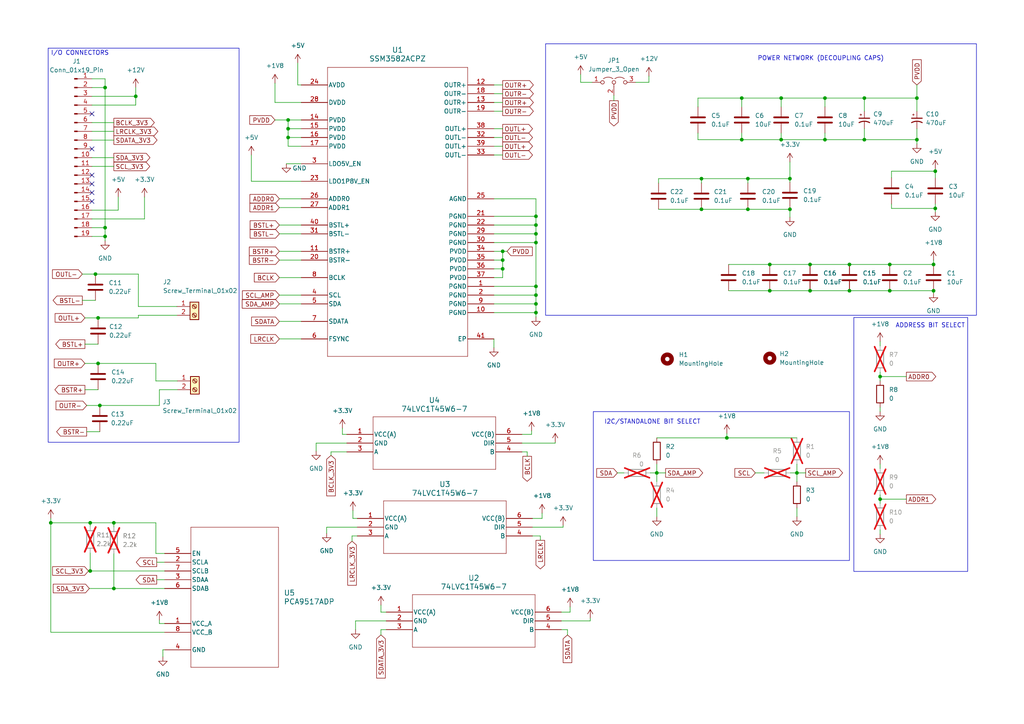
<source format=kicad_sch>
(kicad_sch (version 20230121) (generator eeschema)

  (uuid 784e9fd5-8360-4324-bc8f-019fde43e259)

  (paper "A4")

  (title_block
    (title "SSM3582 Daughter Board")
    (date "2024-01-31")
    (rev "v01")
    (company "Written by Zach Darf")
  )

  (lib_symbols
    (symbol "1bit_level_shift_SOT26:74LVC1T45W6-7" (pin_names (offset 0.254)) (in_bom yes) (on_board yes)
      (property "Reference" "U" (at 25.4 10.16 0)
        (effects (font (size 1.524 1.524)))
      )
      (property "Value" "74LVC1T45W6-7" (at 25.4 7.62 0)
        (effects (font (size 1.524 1.524)))
      )
      (property "Footprint" "SOT26-6_DIO" (at 0 0 0)
        (effects (font (size 1.27 1.27) italic) hide)
      )
      (property "Datasheet" "74LVC1T45W6-7" (at 0 0 0)
        (effects (font (size 1.27 1.27) italic) hide)
      )
      (property "ki_locked" "" (at 0 0 0)
        (effects (font (size 1.27 1.27)))
      )
      (property "ki_keywords" "74LVC1T45W6-7" (at 0 0 0)
        (effects (font (size 1.27 1.27)) hide)
      )
      (property "ki_fp_filters" "SOT26-6_DIO SOT26-6_DIO-M SOT26-6_DIO-L" (at 0 0 0)
        (effects (font (size 1.27 1.27)) hide)
      )
      (symbol "74LVC1T45W6-7_0_1"
        (polyline
          (pts
            (xy 7.62 -10.16)
            (xy 43.18 -10.16)
          )
          (stroke (width 0.127) (type default))
          (fill (type none))
        )
        (polyline
          (pts
            (xy 7.62 5.08)
            (xy 7.62 -10.16)
          )
          (stroke (width 0.127) (type default))
          (fill (type none))
        )
        (polyline
          (pts
            (xy 43.18 -10.16)
            (xy 43.18 5.08)
          )
          (stroke (width 0.127) (type default))
          (fill (type none))
        )
        (polyline
          (pts
            (xy 43.18 5.08)
            (xy 7.62 5.08)
          )
          (stroke (width 0.127) (type default))
          (fill (type none))
        )
        (pin power_in line (at 0 0 0) (length 7.62)
          (name "VCC(A)" (effects (font (size 1.27 1.27))))
          (number "1" (effects (font (size 1.27 1.27))))
        )
        (pin power_out line (at 0 -2.54 0) (length 7.62)
          (name "GND" (effects (font (size 1.27 1.27))))
          (number "2" (effects (font (size 1.27 1.27))))
        )
        (pin bidirectional line (at 0 -5.08 0) (length 7.62)
          (name "A" (effects (font (size 1.27 1.27))))
          (number "3" (effects (font (size 1.27 1.27))))
        )
        (pin bidirectional line (at 50.8 -5.08 180) (length 7.62)
          (name "B" (effects (font (size 1.27 1.27))))
          (number "4" (effects (font (size 1.27 1.27))))
        )
        (pin unspecified line (at 50.8 -2.54 180) (length 7.62)
          (name "DIR" (effects (font (size 1.27 1.27))))
          (number "5" (effects (font (size 1.27 1.27))))
        )
        (pin power_in line (at 50.8 0 180) (length 7.62)
          (name "VCC(B)" (effects (font (size 1.27 1.27))))
          (number "6" (effects (font (size 1.27 1.27))))
        )
      )
    )
    (symbol "Connector:Conn_01x19_Pin" (pin_names (offset 1.016) hide) (in_bom yes) (on_board yes)
      (property "Reference" "J" (at 0 25.4 0)
        (effects (font (size 1.27 1.27)))
      )
      (property "Value" "Conn_01x19_Pin" (at 0 -25.4 0)
        (effects (font (size 1.27 1.27)))
      )
      (property "Footprint" "" (at 0 0 0)
        (effects (font (size 1.27 1.27)) hide)
      )
      (property "Datasheet" "~" (at 0 0 0)
        (effects (font (size 1.27 1.27)) hide)
      )
      (property "ki_locked" "" (at 0 0 0)
        (effects (font (size 1.27 1.27)))
      )
      (property "ki_keywords" "connector" (at 0 0 0)
        (effects (font (size 1.27 1.27)) hide)
      )
      (property "ki_description" "Generic connector, single row, 01x19, script generated" (at 0 0 0)
        (effects (font (size 1.27 1.27)) hide)
      )
      (property "ki_fp_filters" "Connector*:*_1x??_*" (at 0 0 0)
        (effects (font (size 1.27 1.27)) hide)
      )
      (symbol "Conn_01x19_Pin_1_1"
        (polyline
          (pts
            (xy 1.27 -22.86)
            (xy 0.8636 -22.86)
          )
          (stroke (width 0.1524) (type default))
          (fill (type none))
        )
        (polyline
          (pts
            (xy 1.27 -20.32)
            (xy 0.8636 -20.32)
          )
          (stroke (width 0.1524) (type default))
          (fill (type none))
        )
        (polyline
          (pts
            (xy 1.27 -17.78)
            (xy 0.8636 -17.78)
          )
          (stroke (width 0.1524) (type default))
          (fill (type none))
        )
        (polyline
          (pts
            (xy 1.27 -15.24)
            (xy 0.8636 -15.24)
          )
          (stroke (width 0.1524) (type default))
          (fill (type none))
        )
        (polyline
          (pts
            (xy 1.27 -12.7)
            (xy 0.8636 -12.7)
          )
          (stroke (width 0.1524) (type default))
          (fill (type none))
        )
        (polyline
          (pts
            (xy 1.27 -10.16)
            (xy 0.8636 -10.16)
          )
          (stroke (width 0.1524) (type default))
          (fill (type none))
        )
        (polyline
          (pts
            (xy 1.27 -7.62)
            (xy 0.8636 -7.62)
          )
          (stroke (width 0.1524) (type default))
          (fill (type none))
        )
        (polyline
          (pts
            (xy 1.27 -5.08)
            (xy 0.8636 -5.08)
          )
          (stroke (width 0.1524) (type default))
          (fill (type none))
        )
        (polyline
          (pts
            (xy 1.27 -2.54)
            (xy 0.8636 -2.54)
          )
          (stroke (width 0.1524) (type default))
          (fill (type none))
        )
        (polyline
          (pts
            (xy 1.27 0)
            (xy 0.8636 0)
          )
          (stroke (width 0.1524) (type default))
          (fill (type none))
        )
        (polyline
          (pts
            (xy 1.27 2.54)
            (xy 0.8636 2.54)
          )
          (stroke (width 0.1524) (type default))
          (fill (type none))
        )
        (polyline
          (pts
            (xy 1.27 5.08)
            (xy 0.8636 5.08)
          )
          (stroke (width 0.1524) (type default))
          (fill (type none))
        )
        (polyline
          (pts
            (xy 1.27 7.62)
            (xy 0.8636 7.62)
          )
          (stroke (width 0.1524) (type default))
          (fill (type none))
        )
        (polyline
          (pts
            (xy 1.27 10.16)
            (xy 0.8636 10.16)
          )
          (stroke (width 0.1524) (type default))
          (fill (type none))
        )
        (polyline
          (pts
            (xy 1.27 12.7)
            (xy 0.8636 12.7)
          )
          (stroke (width 0.1524) (type default))
          (fill (type none))
        )
        (polyline
          (pts
            (xy 1.27 15.24)
            (xy 0.8636 15.24)
          )
          (stroke (width 0.1524) (type default))
          (fill (type none))
        )
        (polyline
          (pts
            (xy 1.27 17.78)
            (xy 0.8636 17.78)
          )
          (stroke (width 0.1524) (type default))
          (fill (type none))
        )
        (polyline
          (pts
            (xy 1.27 20.32)
            (xy 0.8636 20.32)
          )
          (stroke (width 0.1524) (type default))
          (fill (type none))
        )
        (polyline
          (pts
            (xy 1.27 22.86)
            (xy 0.8636 22.86)
          )
          (stroke (width 0.1524) (type default))
          (fill (type none))
        )
        (rectangle (start 0.8636 -22.733) (end 0 -22.987)
          (stroke (width 0.1524) (type default))
          (fill (type outline))
        )
        (rectangle (start 0.8636 -20.193) (end 0 -20.447)
          (stroke (width 0.1524) (type default))
          (fill (type outline))
        )
        (rectangle (start 0.8636 -17.653) (end 0 -17.907)
          (stroke (width 0.1524) (type default))
          (fill (type outline))
        )
        (rectangle (start 0.8636 -15.113) (end 0 -15.367)
          (stroke (width 0.1524) (type default))
          (fill (type outline))
        )
        (rectangle (start 0.8636 -12.573) (end 0 -12.827)
          (stroke (width 0.1524) (type default))
          (fill (type outline))
        )
        (rectangle (start 0.8636 -10.033) (end 0 -10.287)
          (stroke (width 0.1524) (type default))
          (fill (type outline))
        )
        (rectangle (start 0.8636 -7.493) (end 0 -7.747)
          (stroke (width 0.1524) (type default))
          (fill (type outline))
        )
        (rectangle (start 0.8636 -4.953) (end 0 -5.207)
          (stroke (width 0.1524) (type default))
          (fill (type outline))
        )
        (rectangle (start 0.8636 -2.413) (end 0 -2.667)
          (stroke (width 0.1524) (type default))
          (fill (type outline))
        )
        (rectangle (start 0.8636 0.127) (end 0 -0.127)
          (stroke (width 0.1524) (type default))
          (fill (type outline))
        )
        (rectangle (start 0.8636 2.667) (end 0 2.413)
          (stroke (width 0.1524) (type default))
          (fill (type outline))
        )
        (rectangle (start 0.8636 5.207) (end 0 4.953)
          (stroke (width 0.1524) (type default))
          (fill (type outline))
        )
        (rectangle (start 0.8636 7.747) (end 0 7.493)
          (stroke (width 0.1524) (type default))
          (fill (type outline))
        )
        (rectangle (start 0.8636 10.287) (end 0 10.033)
          (stroke (width 0.1524) (type default))
          (fill (type outline))
        )
        (rectangle (start 0.8636 12.827) (end 0 12.573)
          (stroke (width 0.1524) (type default))
          (fill (type outline))
        )
        (rectangle (start 0.8636 15.367) (end 0 15.113)
          (stroke (width 0.1524) (type default))
          (fill (type outline))
        )
        (rectangle (start 0.8636 17.907) (end 0 17.653)
          (stroke (width 0.1524) (type default))
          (fill (type outline))
        )
        (rectangle (start 0.8636 20.447) (end 0 20.193)
          (stroke (width 0.1524) (type default))
          (fill (type outline))
        )
        (rectangle (start 0.8636 22.987) (end 0 22.733)
          (stroke (width 0.1524) (type default))
          (fill (type outline))
        )
        (pin passive line (at 5.08 22.86 180) (length 3.81)
          (name "Pin_1" (effects (font (size 1.27 1.27))))
          (number "1" (effects (font (size 1.27 1.27))))
        )
        (pin passive line (at 5.08 0 180) (length 3.81)
          (name "Pin_10" (effects (font (size 1.27 1.27))))
          (number "10" (effects (font (size 1.27 1.27))))
        )
        (pin passive line (at 5.08 -2.54 180) (length 3.81)
          (name "Pin_11" (effects (font (size 1.27 1.27))))
          (number "11" (effects (font (size 1.27 1.27))))
        )
        (pin passive line (at 5.08 -5.08 180) (length 3.81)
          (name "Pin_12" (effects (font (size 1.27 1.27))))
          (number "12" (effects (font (size 1.27 1.27))))
        )
        (pin passive line (at 5.08 -7.62 180) (length 3.81)
          (name "Pin_13" (effects (font (size 1.27 1.27))))
          (number "13" (effects (font (size 1.27 1.27))))
        )
        (pin passive line (at 5.08 -10.16 180) (length 3.81)
          (name "Pin_14" (effects (font (size 1.27 1.27))))
          (number "14" (effects (font (size 1.27 1.27))))
        )
        (pin passive line (at 5.08 -12.7 180) (length 3.81)
          (name "Pin_15" (effects (font (size 1.27 1.27))))
          (number "15" (effects (font (size 1.27 1.27))))
        )
        (pin passive line (at 5.08 -15.24 180) (length 3.81)
          (name "Pin_16" (effects (font (size 1.27 1.27))))
          (number "16" (effects (font (size 1.27 1.27))))
        )
        (pin passive line (at 5.08 -17.78 180) (length 3.81)
          (name "Pin_17" (effects (font (size 1.27 1.27))))
          (number "17" (effects (font (size 1.27 1.27))))
        )
        (pin passive line (at 5.08 -20.32 180) (length 3.81)
          (name "Pin_18" (effects (font (size 1.27 1.27))))
          (number "18" (effects (font (size 1.27 1.27))))
        )
        (pin passive line (at 5.08 -22.86 180) (length 3.81)
          (name "Pin_19" (effects (font (size 1.27 1.27))))
          (number "19" (effects (font (size 1.27 1.27))))
        )
        (pin passive line (at 5.08 20.32 180) (length 3.81)
          (name "Pin_2" (effects (font (size 1.27 1.27))))
          (number "2" (effects (font (size 1.27 1.27))))
        )
        (pin passive line (at 5.08 17.78 180) (length 3.81)
          (name "Pin_3" (effects (font (size 1.27 1.27))))
          (number "3" (effects (font (size 1.27 1.27))))
        )
        (pin passive line (at 5.08 15.24 180) (length 3.81)
          (name "Pin_4" (effects (font (size 1.27 1.27))))
          (number "4" (effects (font (size 1.27 1.27))))
        )
        (pin passive line (at 5.08 12.7 180) (length 3.81)
          (name "Pin_5" (effects (font (size 1.27 1.27))))
          (number "5" (effects (font (size 1.27 1.27))))
        )
        (pin passive line (at 5.08 10.16 180) (length 3.81)
          (name "Pin_6" (effects (font (size 1.27 1.27))))
          (number "6" (effects (font (size 1.27 1.27))))
        )
        (pin passive line (at 5.08 7.62 180) (length 3.81)
          (name "Pin_7" (effects (font (size 1.27 1.27))))
          (number "7" (effects (font (size 1.27 1.27))))
        )
        (pin passive line (at 5.08 5.08 180) (length 3.81)
          (name "Pin_8" (effects (font (size 1.27 1.27))))
          (number "8" (effects (font (size 1.27 1.27))))
        )
        (pin passive line (at 5.08 2.54 180) (length 3.81)
          (name "Pin_9" (effects (font (size 1.27 1.27))))
          (number "9" (effects (font (size 1.27 1.27))))
        )
      )
    )
    (symbol "Connector:Screw_Terminal_01x02" (pin_names (offset 1.016) hide) (in_bom yes) (on_board yes)
      (property "Reference" "J" (at 0 2.54 0)
        (effects (font (size 1.27 1.27)))
      )
      (property "Value" "Screw_Terminal_01x02" (at 0 -5.08 0)
        (effects (font (size 1.27 1.27)))
      )
      (property "Footprint" "" (at 0 0 0)
        (effects (font (size 1.27 1.27)) hide)
      )
      (property "Datasheet" "~" (at 0 0 0)
        (effects (font (size 1.27 1.27)) hide)
      )
      (property "ki_keywords" "screw terminal" (at 0 0 0)
        (effects (font (size 1.27 1.27)) hide)
      )
      (property "ki_description" "Generic screw terminal, single row, 01x02, script generated (kicad-library-utils/schlib/autogen/connector/)" (at 0 0 0)
        (effects (font (size 1.27 1.27)) hide)
      )
      (property "ki_fp_filters" "TerminalBlock*:*" (at 0 0 0)
        (effects (font (size 1.27 1.27)) hide)
      )
      (symbol "Screw_Terminal_01x02_1_1"
        (rectangle (start -1.27 1.27) (end 1.27 -3.81)
          (stroke (width 0.254) (type default))
          (fill (type background))
        )
        (circle (center 0 -2.54) (radius 0.635)
          (stroke (width 0.1524) (type default))
          (fill (type none))
        )
        (polyline
          (pts
            (xy -0.5334 -2.2098)
            (xy 0.3302 -3.048)
          )
          (stroke (width 0.1524) (type default))
          (fill (type none))
        )
        (polyline
          (pts
            (xy -0.5334 0.3302)
            (xy 0.3302 -0.508)
          )
          (stroke (width 0.1524) (type default))
          (fill (type none))
        )
        (polyline
          (pts
            (xy -0.3556 -2.032)
            (xy 0.508 -2.8702)
          )
          (stroke (width 0.1524) (type default))
          (fill (type none))
        )
        (polyline
          (pts
            (xy -0.3556 0.508)
            (xy 0.508 -0.3302)
          )
          (stroke (width 0.1524) (type default))
          (fill (type none))
        )
        (circle (center 0 0) (radius 0.635)
          (stroke (width 0.1524) (type default))
          (fill (type none))
        )
        (pin passive line (at -5.08 0 0) (length 3.81)
          (name "Pin_1" (effects (font (size 1.27 1.27))))
          (number "1" (effects (font (size 1.27 1.27))))
        )
        (pin passive line (at -5.08 -2.54 0) (length 3.81)
          (name "Pin_2" (effects (font (size 1.27 1.27))))
          (number "2" (effects (font (size 1.27 1.27))))
        )
      )
    )
    (symbol "Device:C" (pin_numbers hide) (pin_names (offset 0.254)) (in_bom yes) (on_board yes)
      (property "Reference" "C" (at 0.635 2.54 0)
        (effects (font (size 1.27 1.27)) (justify left))
      )
      (property "Value" "C" (at 0.635 -2.54 0)
        (effects (font (size 1.27 1.27)) (justify left))
      )
      (property "Footprint" "" (at 0.9652 -3.81 0)
        (effects (font (size 1.27 1.27)) hide)
      )
      (property "Datasheet" "~" (at 0 0 0)
        (effects (font (size 1.27 1.27)) hide)
      )
      (property "ki_keywords" "cap capacitor" (at 0 0 0)
        (effects (font (size 1.27 1.27)) hide)
      )
      (property "ki_description" "Unpolarized capacitor" (at 0 0 0)
        (effects (font (size 1.27 1.27)) hide)
      )
      (property "ki_fp_filters" "C_*" (at 0 0 0)
        (effects (font (size 1.27 1.27)) hide)
      )
      (symbol "C_0_1"
        (polyline
          (pts
            (xy -2.032 -0.762)
            (xy 2.032 -0.762)
          )
          (stroke (width 0.508) (type default))
          (fill (type none))
        )
        (polyline
          (pts
            (xy -2.032 0.762)
            (xy 2.032 0.762)
          )
          (stroke (width 0.508) (type default))
          (fill (type none))
        )
      )
      (symbol "C_1_1"
        (pin passive line (at 0 3.81 270) (length 2.794)
          (name "~" (effects (font (size 1.27 1.27))))
          (number "1" (effects (font (size 1.27 1.27))))
        )
        (pin passive line (at 0 -3.81 90) (length 2.794)
          (name "~" (effects (font (size 1.27 1.27))))
          (number "2" (effects (font (size 1.27 1.27))))
        )
      )
    )
    (symbol "Device:C_Polarized_Small_US" (pin_numbers hide) (pin_names (offset 0.254) hide) (in_bom yes) (on_board yes)
      (property "Reference" "C" (at 0.254 1.778 0)
        (effects (font (size 1.27 1.27)) (justify left))
      )
      (property "Value" "C_Polarized_Small_US" (at 0.254 -2.032 0)
        (effects (font (size 1.27 1.27)) (justify left))
      )
      (property "Footprint" "" (at 0 0 0)
        (effects (font (size 1.27 1.27)) hide)
      )
      (property "Datasheet" "~" (at 0 0 0)
        (effects (font (size 1.27 1.27)) hide)
      )
      (property "ki_keywords" "cap capacitor" (at 0 0 0)
        (effects (font (size 1.27 1.27)) hide)
      )
      (property "ki_description" "Polarized capacitor, small US symbol" (at 0 0 0)
        (effects (font (size 1.27 1.27)) hide)
      )
      (property "ki_fp_filters" "CP_*" (at 0 0 0)
        (effects (font (size 1.27 1.27)) hide)
      )
      (symbol "C_Polarized_Small_US_0_1"
        (polyline
          (pts
            (xy -1.524 0.508)
            (xy 1.524 0.508)
          )
          (stroke (width 0.3048) (type default))
          (fill (type none))
        )
        (polyline
          (pts
            (xy -1.27 1.524)
            (xy -0.762 1.524)
          )
          (stroke (width 0) (type default))
          (fill (type none))
        )
        (polyline
          (pts
            (xy -1.016 1.27)
            (xy -1.016 1.778)
          )
          (stroke (width 0) (type default))
          (fill (type none))
        )
        (arc (start 1.524 -0.762) (mid 0 -0.3734) (end -1.524 -0.762)
          (stroke (width 0.3048) (type default))
          (fill (type none))
        )
      )
      (symbol "C_Polarized_Small_US_1_1"
        (pin passive line (at 0 2.54 270) (length 2.032)
          (name "~" (effects (font (size 1.27 1.27))))
          (number "1" (effects (font (size 1.27 1.27))))
        )
        (pin passive line (at 0 -2.54 90) (length 2.032)
          (name "~" (effects (font (size 1.27 1.27))))
          (number "2" (effects (font (size 1.27 1.27))))
        )
      )
    )
    (symbol "Device:R" (pin_numbers hide) (pin_names (offset 0)) (in_bom yes) (on_board yes)
      (property "Reference" "R" (at 2.032 0 90)
        (effects (font (size 1.27 1.27)))
      )
      (property "Value" "R" (at 0 0 90)
        (effects (font (size 1.27 1.27)))
      )
      (property "Footprint" "" (at -1.778 0 90)
        (effects (font (size 1.27 1.27)) hide)
      )
      (property "Datasheet" "~" (at 0 0 0)
        (effects (font (size 1.27 1.27)) hide)
      )
      (property "ki_keywords" "R res resistor" (at 0 0 0)
        (effects (font (size 1.27 1.27)) hide)
      )
      (property "ki_description" "Resistor" (at 0 0 0)
        (effects (font (size 1.27 1.27)) hide)
      )
      (property "ki_fp_filters" "R_*" (at 0 0 0)
        (effects (font (size 1.27 1.27)) hide)
      )
      (symbol "R_0_1"
        (rectangle (start -1.016 -2.54) (end 1.016 2.54)
          (stroke (width 0.254) (type default))
          (fill (type none))
        )
      )
      (symbol "R_1_1"
        (pin passive line (at 0 3.81 270) (length 1.27)
          (name "~" (effects (font (size 1.27 1.27))))
          (number "1" (effects (font (size 1.27 1.27))))
        )
        (pin passive line (at 0 -3.81 90) (length 1.27)
          (name "~" (effects (font (size 1.27 1.27))))
          (number "2" (effects (font (size 1.27 1.27))))
        )
      )
    )
    (symbol "I2C_level_shift_TSOP8:PCA9517ADP" (pin_names (offset 0.254)) (in_bom yes) (on_board yes)
      (property "Reference" "U" (at 20.32 12.7 0)
        (effects (font (size 1.524 1.524)))
      )
      (property "Value" "PCA9517ADP" (at 20.32 10.16 0)
        (effects (font (size 1.524 1.524)))
      )
      (property "Footprint" "SOT505-1_NXP" (at 0 0 0)
        (effects (font (size 1.27 1.27) italic) hide)
      )
      (property "Datasheet" "PCA9517ADP" (at 0 0 0)
        (effects (font (size 1.27 1.27) italic) hide)
      )
      (property "ki_locked" "" (at 0 0 0)
        (effects (font (size 1.27 1.27)))
      )
      (property "ki_keywords" "PCA9517ADP" (at 0 0 0)
        (effects (font (size 1.27 1.27)) hide)
      )
      (property "ki_fp_filters" "SOT505-1_NXP SOT505-1_NXP-M SOT505-1_NXP-L" (at 0 0 0)
        (effects (font (size 1.27 1.27)) hide)
      )
      (symbol "PCA9517ADP_0_1"
        (polyline
          (pts
            (xy 7.62 -33.02)
            (xy 33.02 -33.02)
          )
          (stroke (width 0.127) (type default))
          (fill (type none))
        )
        (polyline
          (pts
            (xy 7.62 7.62)
            (xy 7.62 -33.02)
          )
          (stroke (width 0.127) (type default))
          (fill (type none))
        )
        (polyline
          (pts
            (xy 33.02 -33.02)
            (xy 33.02 7.62)
          )
          (stroke (width 0.127) (type default))
          (fill (type none))
        )
        (polyline
          (pts
            (xy 33.02 7.62)
            (xy 7.62 7.62)
          )
          (stroke (width 0.127) (type default))
          (fill (type none))
        )
        (pin unspecified line (at 0 -20.32 0) (length 7.62)
          (name "VCC_A" (effects (font (size 1.27 1.27))))
          (number "1" (effects (font (size 1.27 1.27))))
        )
        (pin unspecified line (at 0 -2.54 0) (length 7.62)
          (name "SCLA" (effects (font (size 1.27 1.27))))
          (number "2" (effects (font (size 1.27 1.27))))
        )
        (pin unspecified line (at 0 -7.62 0) (length 7.62)
          (name "SDAA" (effects (font (size 1.27 1.27))))
          (number "3" (effects (font (size 1.27 1.27))))
        )
        (pin unspecified line (at 0 -27.94 0) (length 7.62)
          (name "GND" (effects (font (size 1.27 1.27))))
          (number "4" (effects (font (size 1.27 1.27))))
        )
        (pin unspecified line (at 0 0 0) (length 7.62)
          (name "EN" (effects (font (size 1.27 1.27))))
          (number "5" (effects (font (size 1.27 1.27))))
        )
        (pin unspecified line (at 0 -10.16 0) (length 7.62)
          (name "SDAB" (effects (font (size 1.27 1.27))))
          (number "6" (effects (font (size 1.27 1.27))))
        )
        (pin unspecified line (at 0 -5.08 0) (length 7.62)
          (name "SCLB" (effects (font (size 1.27 1.27))))
          (number "7" (effects (font (size 1.27 1.27))))
        )
        (pin unspecified line (at 0 -22.86 0) (length 7.62)
          (name "VCC_B" (effects (font (size 1.27 1.27))))
          (number "8" (effects (font (size 1.27 1.27))))
        )
      )
    )
    (symbol "Jumper:Jumper_3_Open" (pin_names (offset 0) hide) (in_bom yes) (on_board yes)
      (property "Reference" "JP" (at -2.54 -2.54 0)
        (effects (font (size 1.27 1.27)))
      )
      (property "Value" "Jumper_3_Open" (at 0 2.794 0)
        (effects (font (size 1.27 1.27)))
      )
      (property "Footprint" "" (at 0 0 0)
        (effects (font (size 1.27 1.27)) hide)
      )
      (property "Datasheet" "~" (at 0 0 0)
        (effects (font (size 1.27 1.27)) hide)
      )
      (property "ki_keywords" "Jumper SPDT" (at 0 0 0)
        (effects (font (size 1.27 1.27)) hide)
      )
      (property "ki_description" "Jumper, 3-pole, both open" (at 0 0 0)
        (effects (font (size 1.27 1.27)) hide)
      )
      (property "ki_fp_filters" "Jumper* TestPoint*3Pads* TestPoint*Bridge*" (at 0 0 0)
        (effects (font (size 1.27 1.27)) hide)
      )
      (symbol "Jumper_3_Open_0_0"
        (circle (center -3.302 0) (radius 0.508)
          (stroke (width 0) (type default))
          (fill (type none))
        )
        (circle (center 0 0) (radius 0.508)
          (stroke (width 0) (type default))
          (fill (type none))
        )
        (circle (center 3.302 0) (radius 0.508)
          (stroke (width 0) (type default))
          (fill (type none))
        )
      )
      (symbol "Jumper_3_Open_0_1"
        (arc (start -0.254 1.016) (mid -1.651 1.4992) (end -3.048 1.016)
          (stroke (width 0) (type default))
          (fill (type none))
        )
        (polyline
          (pts
            (xy 0 -0.508)
            (xy 0 -1.27)
          )
          (stroke (width 0) (type default))
          (fill (type none))
        )
        (arc (start 3.048 1.016) (mid 1.651 1.4992) (end 0.254 1.016)
          (stroke (width 0) (type default))
          (fill (type none))
        )
      )
      (symbol "Jumper_3_Open_1_1"
        (pin passive line (at -6.35 0 0) (length 2.54)
          (name "A" (effects (font (size 1.27 1.27))))
          (number "1" (effects (font (size 1.27 1.27))))
        )
        (pin passive line (at 0 -3.81 90) (length 2.54)
          (name "C" (effects (font (size 1.27 1.27))))
          (number "2" (effects (font (size 1.27 1.27))))
        )
        (pin passive line (at 6.35 0 180) (length 2.54)
          (name "B" (effects (font (size 1.27 1.27))))
          (number "3" (effects (font (size 1.27 1.27))))
        )
      )
    )
    (symbol "Mechanical:MountingHole" (pin_names (offset 1.016)) (in_bom yes) (on_board yes)
      (property "Reference" "H" (at 0 5.08 0)
        (effects (font (size 1.27 1.27)))
      )
      (property "Value" "MountingHole" (at 0 3.175 0)
        (effects (font (size 1.27 1.27)))
      )
      (property "Footprint" "" (at 0 0 0)
        (effects (font (size 1.27 1.27)) hide)
      )
      (property "Datasheet" "~" (at 0 0 0)
        (effects (font (size 1.27 1.27)) hide)
      )
      (property "ki_keywords" "mounting hole" (at 0 0 0)
        (effects (font (size 1.27 1.27)) hide)
      )
      (property "ki_description" "Mounting Hole without connection" (at 0 0 0)
        (effects (font (size 1.27 1.27)) hide)
      )
      (property "ki_fp_filters" "MountingHole*" (at 0 0 0)
        (effects (font (size 1.27 1.27)) hide)
      )
      (symbol "MountingHole_0_1"
        (circle (center 0 0) (radius 1.27)
          (stroke (width 1.27) (type default))
          (fill (type none))
        )
      )
    )
    (symbol "SSM3582:SSM3582ACPZ" (pin_names (offset 0.254)) (in_bom yes) (on_board yes)
      (property "Reference" "U" (at 0 45.72 0)
        (effects (font (size 1.524 1.524)))
      )
      (property "Value" "SSM3582ACPZ" (at 0 43.18 0)
        (effects (font (size 1.524 1.524)))
      )
      (property "Footprint" "CP_40_7_ADI" (at -27.94 35.56 0)
        (effects (font (size 1.27 1.27) italic) hide)
      )
      (property "Datasheet" "SSM3582ACPZ" (at -27.94 35.56 0)
        (effects (font (size 1.27 1.27) italic) hide)
      )
      (property "ki_locked" "" (at 0 0 0)
        (effects (font (size 1.27 1.27)))
      )
      (property "ki_keywords" "SSM3582ACPZ" (at 0 0 0)
        (effects (font (size 1.27 1.27)) hide)
      )
      (property "ki_fp_filters" "CP_40_7_ADI CP_40_7_ADI-M CP_40_7_ADI-L" (at 0 0 0)
        (effects (font (size 1.27 1.27)) hide)
      )
      (symbol "SSM3582ACPZ_0_1"
        (polyline
          (pts
            (xy -20.32 -43.18)
            (xy 20.32 -43.18)
          )
          (stroke (width 0.127) (type default))
          (fill (type none))
        )
        (polyline
          (pts
            (xy -20.32 40.64)
            (xy -20.32 -43.18)
          )
          (stroke (width 0.127) (type default))
          (fill (type none))
        )
        (polyline
          (pts
            (xy 20.32 -43.18)
            (xy 20.32 40.64)
          )
          (stroke (width 0.127) (type default))
          (fill (type none))
        )
        (polyline
          (pts
            (xy 20.32 40.64)
            (xy -20.32 40.64)
          )
          (stroke (width 0.127) (type default))
          (fill (type none))
        )
        (pin unspecified line (at 27.94 -22.86 180) (length 7.62)
          (name "PGND" (effects (font (size 1.27 1.27))))
          (number "1" (effects (font (size 1.27 1.27))))
        )
        (pin unspecified line (at 27.94 -30.48 180) (length 7.62)
          (name "PGND" (effects (font (size 1.27 1.27))))
          (number "10" (effects (font (size 1.27 1.27))))
        )
        (pin unspecified line (at -27.94 -12.7 0) (length 7.62)
          (name "BSTR+" (effects (font (size 1.27 1.27))))
          (number "11" (effects (font (size 1.27 1.27))))
        )
        (pin unspecified line (at 27.94 35.56 180) (length 7.62)
          (name "OUTR+" (effects (font (size 1.27 1.27))))
          (number "12" (effects (font (size 1.27 1.27))))
        )
        (pin unspecified line (at 27.94 30.48 180) (length 7.62)
          (name "OUTR+" (effects (font (size 1.27 1.27))))
          (number "13" (effects (font (size 1.27 1.27))))
        )
        (pin unspecified line (at -27.94 25.4 0) (length 7.62)
          (name "PVDD" (effects (font (size 1.27 1.27))))
          (number "14" (effects (font (size 1.27 1.27))))
        )
        (pin unspecified line (at -27.94 22.86 0) (length 7.62)
          (name "PVDD" (effects (font (size 1.27 1.27))))
          (number "15" (effects (font (size 1.27 1.27))))
        )
        (pin unspecified line (at -27.94 20.32 0) (length 7.62)
          (name "PVDD" (effects (font (size 1.27 1.27))))
          (number "16" (effects (font (size 1.27 1.27))))
        )
        (pin unspecified line (at -27.94 17.78 0) (length 7.62)
          (name "PVDD" (effects (font (size 1.27 1.27))))
          (number "17" (effects (font (size 1.27 1.27))))
        )
        (pin unspecified line (at 27.94 33.02 180) (length 7.62)
          (name "OUTR-" (effects (font (size 1.27 1.27))))
          (number "18" (effects (font (size 1.27 1.27))))
        )
        (pin unspecified line (at 27.94 27.94 180) (length 7.62)
          (name "OUTR-" (effects (font (size 1.27 1.27))))
          (number "19" (effects (font (size 1.27 1.27))))
        )
        (pin unspecified line (at 27.94 -25.4 180) (length 7.62)
          (name "PGND" (effects (font (size 1.27 1.27))))
          (number "2" (effects (font (size 1.27 1.27))))
        )
        (pin unspecified line (at -27.94 -15.24 0) (length 7.62)
          (name "BSTR-" (effects (font (size 1.27 1.27))))
          (number "20" (effects (font (size 1.27 1.27))))
        )
        (pin unspecified line (at 27.94 -2.54 180) (length 7.62)
          (name "PGND" (effects (font (size 1.27 1.27))))
          (number "21" (effects (font (size 1.27 1.27))))
        )
        (pin unspecified line (at 27.94 -5.08 180) (length 7.62)
          (name "PGND" (effects (font (size 1.27 1.27))))
          (number "22" (effects (font (size 1.27 1.27))))
        )
        (pin unspecified line (at -27.94 7.62 0) (length 7.62)
          (name "LDO1P8V_EN" (effects (font (size 1.27 1.27))))
          (number "23" (effects (font (size 1.27 1.27))))
        )
        (pin unspecified line (at -27.94 35.56 0) (length 7.62)
          (name "AVDD" (effects (font (size 1.27 1.27))))
          (number "24" (effects (font (size 1.27 1.27))))
        )
        (pin unspecified line (at 27.94 2.54 180) (length 7.62)
          (name "AGND" (effects (font (size 1.27 1.27))))
          (number "25" (effects (font (size 1.27 1.27))))
        )
        (pin unspecified line (at -27.94 2.54 0) (length 7.62)
          (name "ADDR0" (effects (font (size 1.27 1.27))))
          (number "26" (effects (font (size 1.27 1.27))))
        )
        (pin unspecified line (at -27.94 0 0) (length 7.62)
          (name "ADDR1" (effects (font (size 1.27 1.27))))
          (number "27" (effects (font (size 1.27 1.27))))
        )
        (pin unspecified line (at -27.94 30.48 0) (length 7.62)
          (name "DVDD" (effects (font (size 1.27 1.27))))
          (number "28" (effects (font (size 1.27 1.27))))
        )
        (pin unspecified line (at 27.94 -7.62 180) (length 7.62)
          (name "PGND" (effects (font (size 1.27 1.27))))
          (number "29" (effects (font (size 1.27 1.27))))
        )
        (pin unspecified line (at -27.94 12.7 0) (length 7.62)
          (name "LDO5V_EN" (effects (font (size 1.27 1.27))))
          (number "3" (effects (font (size 1.27 1.27))))
        )
        (pin unspecified line (at 27.94 -10.16 180) (length 7.62)
          (name "PGND" (effects (font (size 1.27 1.27))))
          (number "30" (effects (font (size 1.27 1.27))))
        )
        (pin unspecified line (at -27.94 -7.62 0) (length 7.62)
          (name "BSTL-" (effects (font (size 1.27 1.27))))
          (number "31" (effects (font (size 1.27 1.27))))
        )
        (pin unspecified line (at 27.94 20.32 180) (length 7.62)
          (name "OUTL-" (effects (font (size 1.27 1.27))))
          (number "32" (effects (font (size 1.27 1.27))))
        )
        (pin unspecified line (at 27.94 15.24 180) (length 7.62)
          (name "OUTL-" (effects (font (size 1.27 1.27))))
          (number "33" (effects (font (size 1.27 1.27))))
        )
        (pin unspecified line (at 27.94 -12.7 180) (length 7.62)
          (name "PVDD" (effects (font (size 1.27 1.27))))
          (number "34" (effects (font (size 1.27 1.27))))
        )
        (pin unspecified line (at 27.94 -15.24 180) (length 7.62)
          (name "PVDD" (effects (font (size 1.27 1.27))))
          (number "35" (effects (font (size 1.27 1.27))))
        )
        (pin unspecified line (at 27.94 -17.78 180) (length 7.62)
          (name "PVDD" (effects (font (size 1.27 1.27))))
          (number "36" (effects (font (size 1.27 1.27))))
        )
        (pin unspecified line (at 27.94 -20.32 180) (length 7.62)
          (name "PVDD" (effects (font (size 1.27 1.27))))
          (number "37" (effects (font (size 1.27 1.27))))
        )
        (pin unspecified line (at 27.94 22.86 180) (length 7.62)
          (name "OUTL+" (effects (font (size 1.27 1.27))))
          (number "38" (effects (font (size 1.27 1.27))))
        )
        (pin unspecified line (at 27.94 17.78 180) (length 7.62)
          (name "OUTL+" (effects (font (size 1.27 1.27))))
          (number "39" (effects (font (size 1.27 1.27))))
        )
        (pin unspecified line (at -27.94 -25.4 0) (length 7.62)
          (name "SCL" (effects (font (size 1.27 1.27))))
          (number "4" (effects (font (size 1.27 1.27))))
        )
        (pin unspecified line (at -27.94 -5.08 0) (length 7.62)
          (name "BSTL+" (effects (font (size 1.27 1.27))))
          (number "40" (effects (font (size 1.27 1.27))))
        )
        (pin unspecified line (at 27.94 -38.1 180) (length 7.62)
          (name "EP" (effects (font (size 1.27 1.27))))
          (number "41" (effects (font (size 1.27 1.27))))
        )
        (pin unspecified line (at -27.94 -27.94 0) (length 7.62)
          (name "SDA" (effects (font (size 1.27 1.27))))
          (number "5" (effects (font (size 1.27 1.27))))
        )
        (pin unspecified line (at -27.94 -38.1 0) (length 7.62)
          (name "FSYNC" (effects (font (size 1.27 1.27))))
          (number "6" (effects (font (size 1.27 1.27))))
        )
        (pin unspecified line (at -27.94 -33.02 0) (length 7.62)
          (name "SDATA" (effects (font (size 1.27 1.27))))
          (number "7" (effects (font (size 1.27 1.27))))
        )
        (pin unspecified line (at -27.94 -20.32 0) (length 7.62)
          (name "BCLK" (effects (font (size 1.27 1.27))))
          (number "8" (effects (font (size 1.27 1.27))))
        )
        (pin unspecified line (at 27.94 -27.94 180) (length 7.62)
          (name "PGND" (effects (font (size 1.27 1.27))))
          (number "9" (effects (font (size 1.27 1.27))))
        )
      )
    )
    (symbol "power:+12V" (power) (pin_names (offset 0)) (in_bom yes) (on_board yes)
      (property "Reference" "#PWR" (at 0 -3.81 0)
        (effects (font (size 1.27 1.27)) hide)
      )
      (property "Value" "+12V" (at 0 3.556 0)
        (effects (font (size 1.27 1.27)))
      )
      (property "Footprint" "" (at 0 0 0)
        (effects (font (size 1.27 1.27)) hide)
      )
      (property "Datasheet" "" (at 0 0 0)
        (effects (font (size 1.27 1.27)) hide)
      )
      (property "ki_keywords" "global power" (at 0 0 0)
        (effects (font (size 1.27 1.27)) hide)
      )
      (property "ki_description" "Power symbol creates a global label with name \"+12V\"" (at 0 0 0)
        (effects (font (size 1.27 1.27)) hide)
      )
      (symbol "+12V_0_1"
        (polyline
          (pts
            (xy -0.762 1.27)
            (xy 0 2.54)
          )
          (stroke (width 0) (type default))
          (fill (type none))
        )
        (polyline
          (pts
            (xy 0 0)
            (xy 0 2.54)
          )
          (stroke (width 0) (type default))
          (fill (type none))
        )
        (polyline
          (pts
            (xy 0 2.54)
            (xy 0.762 1.27)
          )
          (stroke (width 0) (type default))
          (fill (type none))
        )
      )
      (symbol "+12V_1_1"
        (pin power_in line (at 0 0 90) (length 0) hide
          (name "+12V" (effects (font (size 1.27 1.27))))
          (number "1" (effects (font (size 1.27 1.27))))
        )
      )
    )
    (symbol "power:+1V8" (power) (pin_names (offset 0)) (in_bom yes) (on_board yes)
      (property "Reference" "#PWR" (at 0 -3.81 0)
        (effects (font (size 1.27 1.27)) hide)
      )
      (property "Value" "+1V8" (at 0 3.556 0)
        (effects (font (size 1.27 1.27)))
      )
      (property "Footprint" "" (at 0 0 0)
        (effects (font (size 1.27 1.27)) hide)
      )
      (property "Datasheet" "" (at 0 0 0)
        (effects (font (size 1.27 1.27)) hide)
      )
      (property "ki_keywords" "global power" (at 0 0 0)
        (effects (font (size 1.27 1.27)) hide)
      )
      (property "ki_description" "Power symbol creates a global label with name \"+1V8\"" (at 0 0 0)
        (effects (font (size 1.27 1.27)) hide)
      )
      (symbol "+1V8_0_1"
        (polyline
          (pts
            (xy -0.762 1.27)
            (xy 0 2.54)
          )
          (stroke (width 0) (type default))
          (fill (type none))
        )
        (polyline
          (pts
            (xy 0 0)
            (xy 0 2.54)
          )
          (stroke (width 0) (type default))
          (fill (type none))
        )
        (polyline
          (pts
            (xy 0 2.54)
            (xy 0.762 1.27)
          )
          (stroke (width 0) (type default))
          (fill (type none))
        )
      )
      (symbol "+1V8_1_1"
        (pin power_in line (at 0 0 90) (length 0) hide
          (name "+1V8" (effects (font (size 1.27 1.27))))
          (number "1" (effects (font (size 1.27 1.27))))
        )
      )
    )
    (symbol "power:+3.3V" (power) (pin_names (offset 0)) (in_bom yes) (on_board yes)
      (property "Reference" "#PWR" (at 0 -3.81 0)
        (effects (font (size 1.27 1.27)) hide)
      )
      (property "Value" "+3.3V" (at 0 3.556 0)
        (effects (font (size 1.27 1.27)))
      )
      (property "Footprint" "" (at 0 0 0)
        (effects (font (size 1.27 1.27)) hide)
      )
      (property "Datasheet" "" (at 0 0 0)
        (effects (font (size 1.27 1.27)) hide)
      )
      (property "ki_keywords" "global power" (at 0 0 0)
        (effects (font (size 1.27 1.27)) hide)
      )
      (property "ki_description" "Power symbol creates a global label with name \"+3.3V\"" (at 0 0 0)
        (effects (font (size 1.27 1.27)) hide)
      )
      (symbol "+3.3V_0_1"
        (polyline
          (pts
            (xy -0.762 1.27)
            (xy 0 2.54)
          )
          (stroke (width 0) (type default))
          (fill (type none))
        )
        (polyline
          (pts
            (xy 0 0)
            (xy 0 2.54)
          )
          (stroke (width 0) (type default))
          (fill (type none))
        )
        (polyline
          (pts
            (xy 0 2.54)
            (xy 0.762 1.27)
          )
          (stroke (width 0) (type default))
          (fill (type none))
        )
      )
      (symbol "+3.3V_1_1"
        (pin power_in line (at 0 0 90) (length 0) hide
          (name "+3.3V" (effects (font (size 1.27 1.27))))
          (number "1" (effects (font (size 1.27 1.27))))
        )
      )
    )
    (symbol "power:+5V" (power) (pin_names (offset 0)) (in_bom yes) (on_board yes)
      (property "Reference" "#PWR" (at 0 -3.81 0)
        (effects (font (size 1.27 1.27)) hide)
      )
      (property "Value" "+5V" (at 0 3.556 0)
        (effects (font (size 1.27 1.27)))
      )
      (property "Footprint" "" (at 0 0 0)
        (effects (font (size 1.27 1.27)) hide)
      )
      (property "Datasheet" "" (at 0 0 0)
        (effects (font (size 1.27 1.27)) hide)
      )
      (property "ki_keywords" "global power" (at 0 0 0)
        (effects (font (size 1.27 1.27)) hide)
      )
      (property "ki_description" "Power symbol creates a global label with name \"+5V\"" (at 0 0 0)
        (effects (font (size 1.27 1.27)) hide)
      )
      (symbol "+5V_0_1"
        (polyline
          (pts
            (xy -0.762 1.27)
            (xy 0 2.54)
          )
          (stroke (width 0) (type default))
          (fill (type none))
        )
        (polyline
          (pts
            (xy 0 0)
            (xy 0 2.54)
          )
          (stroke (width 0) (type default))
          (fill (type none))
        )
        (polyline
          (pts
            (xy 0 2.54)
            (xy 0.762 1.27)
          )
          (stroke (width 0) (type default))
          (fill (type none))
        )
      )
      (symbol "+5V_1_1"
        (pin power_in line (at 0 0 90) (length 0) hide
          (name "+5V" (effects (font (size 1.27 1.27))))
          (number "1" (effects (font (size 1.27 1.27))))
        )
      )
    )
    (symbol "power:GND" (power) (pin_names (offset 0)) (in_bom yes) (on_board yes)
      (property "Reference" "#PWR" (at 0 -6.35 0)
        (effects (font (size 1.27 1.27)) hide)
      )
      (property "Value" "GND" (at 0 -3.81 0)
        (effects (font (size 1.27 1.27)))
      )
      (property "Footprint" "" (at 0 0 0)
        (effects (font (size 1.27 1.27)) hide)
      )
      (property "Datasheet" "" (at 0 0 0)
        (effects (font (size 1.27 1.27)) hide)
      )
      (property "ki_keywords" "global power" (at 0 0 0)
        (effects (font (size 1.27 1.27)) hide)
      )
      (property "ki_description" "Power symbol creates a global label with name \"GND\" , ground" (at 0 0 0)
        (effects (font (size 1.27 1.27)) hide)
      )
      (symbol "GND_0_1"
        (polyline
          (pts
            (xy 0 0)
            (xy 0 -1.27)
            (xy 1.27 -1.27)
            (xy 0 -2.54)
            (xy -1.27 -1.27)
            (xy 0 -1.27)
          )
          (stroke (width 0) (type default))
          (fill (type none))
        )
      )
      (symbol "GND_1_1"
        (pin power_in line (at 0 0 270) (length 0) hide
          (name "GND" (effects (font (size 1.27 1.27))))
          (number "1" (effects (font (size 1.27 1.27))))
        )
      )
    )
  )

  (junction (at 250.698 28.448) (diameter 0) (color 0 0 0 0)
    (uuid 006322c4-32a0-4dc8-83db-7d7a682c31aa)
  )
  (junction (at 30.48 25.4) (diameter 0) (color 0 0 0 0)
    (uuid 054ea129-07d7-4167-afa6-c5961a3dc7aa)
  )
  (junction (at 229.108 60.706) (diameter 0) (color 0 0 0 0)
    (uuid 0b8a024a-6500-4008-b4c4-28a5b92015f4)
  )
  (junction (at 250.698 40.513) (diameter 0) (color 0 0 0 0)
    (uuid 0f1ea995-b958-4d5c-8df3-5951b8245e82)
  )
  (junction (at 216.916 60.706) (diameter 0) (color 0 0 0 0)
    (uuid 1318d1f8-30e8-47c8-95d7-d9a2c04a756c)
  )
  (junction (at 234.95 84.328) (diameter 0) (color 0 0 0 0)
    (uuid 13b6358b-c2eb-4a17-a0fe-f60bf0003570)
  )
  (junction (at 145.796 72.898) (diameter 0) (color 0 0 0 0)
    (uuid 15454ec9-e752-41b7-adff-ad4d01ad058a)
  )
  (junction (at 30.48 66.04) (diameter 0) (color 0 0 0 0)
    (uuid 1cec99c0-147e-4c83-a8f0-6867e15abf3b)
  )
  (junction (at 229.108 51.816) (diameter 0) (color 0 0 0 0)
    (uuid 1da9cbfb-8010-42fd-a56b-28680f6a1f74)
  )
  (junction (at 155.448 88.138) (diameter 0) (color 0 0 0 0)
    (uuid 1e460718-ecf6-4339-8e7a-ac06e717b530)
  )
  (junction (at 239.268 40.513) (diameter 0) (color 0 0 0 0)
    (uuid 226ac337-0ac3-4c60-a9b7-81c6d79c4c79)
  )
  (junction (at 39.37 27.94) (diameter 0) (color 0 0 0 0)
    (uuid 25963cf9-1c5f-41d5-96df-996096eb6b83)
  )
  (junction (at 215.138 28.448) (diameter 0) (color 0 0 0 0)
    (uuid 264c769e-e17e-4d35-9cc5-5738805e3ff5)
  )
  (junction (at 239.268 28.448) (diameter 0) (color 0 0 0 0)
    (uuid 270c3b88-f745-4a9e-9963-d526228c87f0)
  )
  (junction (at 223.266 84.328) (diameter 0) (color 0 0 0 0)
    (uuid 2f89ec16-2122-4865-af51-f25ff3b2fd63)
  )
  (junction (at 33.02 151.638) (diameter 0) (color 0 0 0 0)
    (uuid 32961be1-ed5a-4b26-9a19-ecdf473dc8b6)
  )
  (junction (at 246.38 84.328) (diameter 0) (color 0 0 0 0)
    (uuid 3a1f5803-7eab-4a65-988c-f2a5d16a6346)
  )
  (junction (at 270.764 76.708) (diameter 0) (color 0 0 0 0)
    (uuid 4b46a2a2-fba2-4242-b700-0a469072ae30)
  )
  (junction (at 155.448 90.678) (diameter 0) (color 0 0 0 0)
    (uuid 4cc3aa66-4cba-41a6-801f-57bd19eb1e5e)
  )
  (junction (at 28.448 92.202) (diameter 0) (color 0 0 0 0)
    (uuid 515afa9d-7b7b-4cfe-9539-2a4e6707f8ab)
  )
  (junction (at 155.448 83.058) (diameter 0) (color 0 0 0 0)
    (uuid 51fae246-2321-4ddb-b582-6bed762b43b3)
  )
  (junction (at 28.448 105.41) (diameter 0) (color 0 0 0 0)
    (uuid 530e17e4-9c12-4955-a321-0b4dcd250c44)
  )
  (junction (at 28.956 117.602) (diameter 0) (color 0 0 0 0)
    (uuid 59887015-0675-4bb2-9f19-540bec52aaf5)
  )
  (junction (at 155.448 70.358) (diameter 0) (color 0 0 0 0)
    (uuid 5f136a3b-b19a-4dc8-93c2-633a7b65ddb8)
  )
  (junction (at 210.82 127) (diameter 0) (color 0 0 0 0)
    (uuid 5f4d2f03-4216-4998-93ef-d45ebc1c8f24)
  )
  (junction (at 255.27 144.78) (diameter 0) (color 0 0 0 0)
    (uuid 5f63b559-1dde-4d4f-b06a-1fb177780912)
  )
  (junction (at 83.566 37.338) (diameter 0) (color 0 0 0 0)
    (uuid 601f5091-b9d2-42e9-9af1-2152ae226de8)
  )
  (junction (at 216.916 51.816) (diameter 0) (color 0 0 0 0)
    (uuid 648594d6-8047-4a44-88e2-13109682e6be)
  )
  (junction (at 155.448 67.818) (diameter 0) (color 0 0 0 0)
    (uuid 64aa60db-f768-4461-9ea2-fef9dd0b009d)
  )
  (junction (at 14.732 151.638) (diameter 0) (color 0 0 0 0)
    (uuid 6527d7c7-981c-4724-b25a-beedf846cf0d)
  )
  (junction (at 155.448 62.738) (diameter 0) (color 0 0 0 0)
    (uuid 70574965-e756-4e3c-bd0f-d8a247e71898)
  )
  (junction (at 258.064 76.708) (diameter 0) (color 0 0 0 0)
    (uuid 7aefa767-479d-4110-91cd-44c024008967)
  )
  (junction (at 27.686 79.502) (diameter 0) (color 0 0 0 0)
    (uuid 7af3b6a0-0457-4e96-a955-12b2a443b5c5)
  )
  (junction (at 83.566 39.878) (diameter 0) (color 0 0 0 0)
    (uuid 7d078269-51bb-4645-b765-c69fe9a57f25)
  )
  (junction (at 246.38 76.708) (diameter 0) (color 0 0 0 0)
    (uuid 7eb45c34-d6c5-49ab-80ec-58b2d3488be4)
  )
  (junction (at 215.138 40.513) (diameter 0) (color 0 0 0 0)
    (uuid 7f1ab341-01cc-4309-80ad-0dc9b6f43e61)
  )
  (junction (at 255.27 109.22) (diameter 0) (color 0 0 0 0)
    (uuid 8cd6c17f-faa2-4bc7-a67c-63acf3d824e5)
  )
  (junction (at 270.764 84.328) (diameter 0) (color 0 0 0 0)
    (uuid 94ce0a0a-3404-4984-a408-6224aa77c9d6)
  )
  (junction (at 33.02 170.688) (diameter 0) (color 0 0 0 0)
    (uuid 9618fe09-132a-4a54-8251-b4c49587977f)
  )
  (junction (at 26.162 151.638) (diameter 0) (color 0 0 0 0)
    (uuid 9a7e2456-b3a2-4d59-b4f0-d862c049e044)
  )
  (junction (at 265.938 40.513) (diameter 0) (color 0 0 0 0)
    (uuid 9c1414be-ed5c-4a40-a1bc-919c6e5e4e25)
  )
  (junction (at 271.272 49.657) (diameter 0) (color 0 0 0 0)
    (uuid a1fd4b25-7986-4804-9457-e80fba050f6f)
  )
  (junction (at 234.95 76.708) (diameter 0) (color 0 0 0 0)
    (uuid a257088c-3c85-4f74-88a5-ea070d9cd21d)
  )
  (junction (at 155.448 65.278) (diameter 0) (color 0 0 0 0)
    (uuid ab71bc08-eb47-4c27-a477-b0afce4ad1f5)
  )
  (junction (at 226.568 40.513) (diameter 0) (color 0 0 0 0)
    (uuid af74c9b2-bf37-44ac-95ad-13413752a566)
  )
  (junction (at 203.454 60.706) (diameter 0) (color 0 0 0 0)
    (uuid b5db9d8a-1a78-49ba-8ce3-99fd2e3adbad)
  )
  (junction (at 223.266 76.708) (diameter 0) (color 0 0 0 0)
    (uuid b9a4a398-7e4b-497e-ba40-ea3349aac5f6)
  )
  (junction (at 258.064 84.328) (diameter 0) (color 0 0 0 0)
    (uuid c1c7d151-62e0-4570-8e90-a4d973b5f037)
  )
  (junction (at 155.448 85.598) (diameter 0) (color 0 0 0 0)
    (uuid c4c2577f-4381-4adb-b262-87022bd855c3)
  )
  (junction (at 203.454 51.816) (diameter 0) (color 0 0 0 0)
    (uuid cfcdadab-c01b-4e8e-900f-f3f1b0442a6a)
  )
  (junction (at 83.566 34.798) (diameter 0) (color 0 0 0 0)
    (uuid d05c56c0-9ca8-421b-a1c7-d4de1a53f1d5)
  )
  (junction (at 26.162 165.608) (diameter 0) (color 0 0 0 0)
    (uuid dc642f9e-6f73-46e3-8555-faaf117200ab)
  )
  (junction (at 190.5 137.16) (diameter 0) (color 0 0 0 0)
    (uuid dc8fa898-c20a-4620-96d9-059cd64dc4ed)
  )
  (junction (at 226.568 28.448) (diameter 0) (color 0 0 0 0)
    (uuid e8c6d422-bca4-4f2f-aa78-4b85ccce0acf)
  )
  (junction (at 265.938 28.448) (diameter 0) (color 0 0 0 0)
    (uuid f1966c63-3334-445a-9132-fa5569957977)
  )
  (junction (at 231.14 137.16) (diameter 0) (color 0 0 0 0)
    (uuid f37af215-da64-4d9b-ae86-941edfb712c6)
  )
  (junction (at 145.796 77.978) (diameter 0) (color 0 0 0 0)
    (uuid f7500cd0-2b7c-4b53-a213-53f313ec4508)
  )
  (junction (at 30.48 68.58) (diameter 0) (color 0 0 0 0)
    (uuid f90013d6-78dd-4189-bf67-520dcdd057ae)
  )
  (junction (at 271.272 60.452) (diameter 0) (color 0 0 0 0)
    (uuid fb75b1b7-ebe3-4d48-9050-91b0d4841798)
  )
  (junction (at 145.796 75.438) (diameter 0) (color 0 0 0 0)
    (uuid fc5511d3-95bf-414c-86c8-f89af09fd69a)
  )

  (no_connect (at 26.67 33.02) (uuid 57d43183-5a1f-448c-8917-c72c0f714eed))
  (no_connect (at 26.67 53.34) (uuid 6097d7e9-8f80-4192-9653-d218f5df84d0))
  (no_connect (at 26.67 50.8) (uuid 964024a8-b924-4502-819c-b5bff022a89f))
  (no_connect (at 26.67 55.88) (uuid d9f2592e-bd3b-4b92-9665-184596980de2))
  (no_connect (at 26.67 58.42) (uuid f799fd1f-4ee7-4669-bf1a-633cd225c4ad))
  (no_connect (at 26.67 43.18) (uuid fd0d109c-07ad-47ba-aef9-12142fb67746))

  (wire (pts (xy 26.67 27.94) (xy 39.37 27.94))
    (stroke (width 0) (type default))
    (uuid 003ea509-1222-438d-8250-7ee545e5f68a)
  )
  (wire (pts (xy 87.376 39.878) (xy 83.566 39.878))
    (stroke (width 0) (type default))
    (uuid 01a4387c-b66b-49ba-a866-d43953122321)
  )
  (wire (pts (xy 143.256 90.678) (xy 155.448 90.678))
    (stroke (width 0) (type default))
    (uuid 0500025a-f861-4b85-9cec-4b0e80967f7b)
  )
  (wire (pts (xy 24.638 105.41) (xy 28.448 105.41))
    (stroke (width 0) (type default))
    (uuid 082cbddc-a4c6-468c-9987-863396bff35e)
  )
  (wire (pts (xy 155.448 88.138) (xy 155.448 90.678))
    (stroke (width 0) (type default))
    (uuid 092f940b-04e6-4fea-a34c-29a78fde0c0b)
  )
  (wire (pts (xy 203.454 51.816) (xy 216.916 51.816))
    (stroke (width 0) (type default))
    (uuid 0992306c-00cd-4ec5-b5ec-67376c227880)
  )
  (wire (pts (xy 143.256 75.438) (xy 145.796 75.438))
    (stroke (width 0) (type default))
    (uuid 099e11fc-dd1b-4c96-a1b4-2e3996794f2f)
  )
  (wire (pts (xy 81.026 75.438) (xy 87.376 75.438))
    (stroke (width 0) (type default))
    (uuid 0ba4783b-3483-474e-a02d-1648ab45839e)
  )
  (wire (pts (xy 265.938 24.638) (xy 265.938 28.448))
    (stroke (width 0) (type default))
    (uuid 0e1363ba-dd3e-4f78-ae78-b1c4d83e93f8)
  )
  (wire (pts (xy 155.448 62.738) (xy 155.448 65.278))
    (stroke (width 0) (type default))
    (uuid 0e87a37c-846c-4c49-9feb-d84b360263d1)
  )
  (wire (pts (xy 155.448 90.678) (xy 155.448 91.948))
    (stroke (width 0) (type default))
    (uuid 0ea1683b-e1a8-4077-ac69-f921177a70d1)
  )
  (wire (pts (xy 45.466 168.148) (xy 47.752 168.148))
    (stroke (width 0) (type default))
    (uuid 0ed9c869-b87c-4911-b891-b808dc96ba5f)
  )
  (wire (pts (xy 154.432 150.368) (xy 157.226 150.368))
    (stroke (width 0) (type default))
    (uuid 0f129899-6e67-4623-803d-a451ed685772)
  )
  (wire (pts (xy 265.938 37.338) (xy 265.938 40.513))
    (stroke (width 0) (type default))
    (uuid 0f1d4d07-e8b6-4f63-b703-a44e9278e0bc)
  )
  (wire (pts (xy 51.308 91.44) (xy 40.132 91.44))
    (stroke (width 0) (type default))
    (uuid 0f3dcd7e-58b7-45a5-b4c5-f8eea438fb4b)
  )
  (wire (pts (xy 103.124 180.086) (xy 103.124 182.626))
    (stroke (width 0) (type default))
    (uuid 11e57c1b-e008-4529-a414-75932c3c83d4)
  )
  (wire (pts (xy 191.008 51.816) (xy 203.454 51.816))
    (stroke (width 0) (type default))
    (uuid 12cf67f2-948b-483d-9fbc-6e5de2596a6f)
  )
  (wire (pts (xy 26.67 48.26) (xy 33.02 48.26))
    (stroke (width 0) (type default))
    (uuid 12ed25ad-b315-4290-b1e5-1dc30c9fbffd)
  )
  (wire (pts (xy 40.132 92.202) (xy 28.448 92.202))
    (stroke (width 0) (type default))
    (uuid 13bb8bcf-173a-41d1-bee7-d35fcc522a27)
  )
  (wire (pts (xy 94.742 152.908) (xy 94.742 154.686))
    (stroke (width 0) (type default))
    (uuid 14128b21-a2e5-4c6f-bd0b-74a1873f40e8)
  )
  (wire (pts (xy 143.256 27.178) (xy 145.796 27.178))
    (stroke (width 0) (type default))
    (uuid 15062004-0a0d-4ca7-b784-31fa95b7b43f)
  )
  (wire (pts (xy 215.138 28.448) (xy 215.138 30.988))
    (stroke (width 0) (type default))
    (uuid 1912b72c-d78c-4214-8e6a-305a2b627cd2)
  )
  (wire (pts (xy 96.012 131.064) (xy 96.012 132.08))
    (stroke (width 0) (type default))
    (uuid 194b3c6c-1c8c-45d8-9837-b89f1497b413)
  )
  (wire (pts (xy 100.584 131.064) (xy 96.012 131.064))
    (stroke (width 0) (type default))
    (uuid 1bdf3946-0079-4cd1-b2ca-957b45fa862d)
  )
  (wire (pts (xy 203.454 60.706) (xy 216.916 60.706))
    (stroke (width 0) (type default))
    (uuid 1c2529c6-49bd-4e91-9c41-bce7f4c32bbf)
  )
  (wire (pts (xy 255.27 153.67) (xy 255.27 154.94))
    (stroke (width 0) (type default))
    (uuid 1e2b855c-5333-4f86-b426-49cb11835dd6)
  )
  (wire (pts (xy 143.256 98.298) (xy 143.256 100.838))
    (stroke (width 0) (type default))
    (uuid 1ea7e916-644d-4ecf-a874-dd6ac85e2578)
  )
  (wire (pts (xy 171.196 179.324) (xy 171.196 180.086))
    (stroke (width 0) (type default))
    (uuid 214b9084-7b48-44ef-97be-c629b54428f7)
  )
  (wire (pts (xy 87.376 52.578) (xy 72.898 52.578))
    (stroke (width 0) (type default))
    (uuid 216458e7-6176-4683-ba05-070b75a8cefd)
  )
  (wire (pts (xy 26.162 160.274) (xy 26.162 165.608))
    (stroke (width 0) (type default))
    (uuid 21a20965-e8c0-4ac1-9f60-0c551c3e7c73)
  )
  (wire (pts (xy 161.036 128.27) (xy 161.036 128.524))
    (stroke (width 0) (type default))
    (uuid 224e4104-259e-4c20-81c1-6c8ec925f9bc)
  )
  (wire (pts (xy 46.228 117.602) (xy 46.228 113.03))
    (stroke (width 0) (type default))
    (uuid 23305620-f304-4f4b-b429-3b1d047c20ba)
  )
  (wire (pts (xy 102.362 150.368) (xy 102.362 148.082))
    (stroke (width 0) (type default))
    (uuid 24ccda66-2542-419e-81b1-baa2efa8e06b)
  )
  (wire (pts (xy 33.02 152.908) (xy 33.02 151.638))
    (stroke (width 0) (type default))
    (uuid 259880d3-58d1-49b9-8cde-032c4fde0d43)
  )
  (wire (pts (xy 255.27 144.78) (xy 262.89 144.78))
    (stroke (width 0) (type default))
    (uuid 26a50f9a-947f-4c09-ba73-1058151aaaad)
  )
  (wire (pts (xy 24.638 92.202) (xy 28.448 92.202))
    (stroke (width 0) (type default))
    (uuid 26e9d291-b85f-435a-9131-c14552fb2536)
  )
  (wire (pts (xy 255.27 143.51) (xy 255.27 144.78))
    (stroke (width 0) (type default))
    (uuid 27a69e2e-f04f-4006-93da-099c02318ac9)
  )
  (wire (pts (xy 258.572 51.562) (xy 258.572 49.657))
    (stroke (width 0) (type default))
    (uuid 27bce975-6c76-4a98-bfec-3934e2057d3c)
  )
  (wire (pts (xy 255.27 144.78) (xy 255.27 146.05))
    (stroke (width 0) (type default))
    (uuid 28756b59-28e8-44d7-963b-865c968ad13f)
  )
  (wire (pts (xy 250.698 28.448) (xy 265.938 28.448))
    (stroke (width 0) (type default))
    (uuid 2877240a-f2d4-4e8f-a40c-e97234bc88a7)
  )
  (wire (pts (xy 216.916 51.816) (xy 229.108 51.816))
    (stroke (width 0) (type default))
    (uuid 298ee592-ac0c-49a7-8da6-436ed0640a10)
  )
  (wire (pts (xy 86.36 24.638) (xy 87.376 24.638))
    (stroke (width 0) (type default))
    (uuid 2a5a8e67-08b3-4892-b269-6581c20043db)
  )
  (wire (pts (xy 23.876 87.122) (xy 27.686 87.122))
    (stroke (width 0) (type default))
    (uuid 2acce94d-584b-4697-83e5-48d137afbdf9)
  )
  (wire (pts (xy 258.064 76.708) (xy 270.764 76.708))
    (stroke (width 0) (type default))
    (uuid 2b87ac81-685c-4b22-9aca-23a79ee5cd8f)
  )
  (wire (pts (xy 51.308 88.9) (xy 40.132 88.9))
    (stroke (width 0) (type default))
    (uuid 2cc03548-6e0d-445a-925b-7b04070249f7)
  )
  (wire (pts (xy 270.764 84.328) (xy 270.764 85.09))
    (stroke (width 0) (type default))
    (uuid 2d162e98-5813-4480-b1ae-55606f0f9710)
  )
  (wire (pts (xy 155.448 85.598) (xy 155.448 88.138))
    (stroke (width 0) (type default))
    (uuid 2d730ecc-9aff-4dfa-b320-a9213f5239fa)
  )
  (wire (pts (xy 143.256 70.358) (xy 155.448 70.358))
    (stroke (width 0) (type default))
    (uuid 2eb98f95-cfdc-45b4-9978-6a1e66d3f844)
  )
  (wire (pts (xy 229.108 51.816) (xy 229.108 52.832))
    (stroke (width 0) (type default))
    (uuid 2f22a702-cf1a-474e-9435-6bee6cbb34fe)
  )
  (wire (pts (xy 223.266 84.328) (xy 234.95 84.328))
    (stroke (width 0) (type default))
    (uuid 2fa1ca11-9638-4390-8a75-82d826c09fa5)
  )
  (wire (pts (xy 91.694 128.524) (xy 91.694 130.81))
    (stroke (width 0) (type default))
    (uuid 31290501-e7a7-4e95-968f-7518a7e63fe0)
  )
  (wire (pts (xy 246.38 76.708) (xy 258.064 76.708))
    (stroke (width 0) (type default))
    (uuid 3160c0d1-f6a6-440f-9d2d-4dac971d1dd7)
  )
  (wire (pts (xy 219.075 137.16) (xy 221.615 137.16))
    (stroke (width 0) (type default))
    (uuid 356174f4-765f-4ed3-9f7c-cad125682172)
  )
  (wire (pts (xy 255.27 109.22) (xy 262.89 109.22))
    (stroke (width 0) (type default))
    (uuid 37a4f4b6-95e8-47e2-b7c1-5c4170407d0a)
  )
  (wire (pts (xy 47.244 188.468) (xy 47.244 190.5))
    (stroke (width 0) (type default))
    (uuid 392aac7d-b76c-4ab6-97e2-15709f19c9d8)
  )
  (wire (pts (xy 30.48 68.58) (xy 30.48 69.85))
    (stroke (width 0) (type default))
    (uuid 3ee09e4d-b9d1-4a97-b2e1-0871774a4aa4)
  )
  (wire (pts (xy 25.146 125.222) (xy 28.956 125.222))
    (stroke (width 0) (type default))
    (uuid 3fa88461-b1df-4f91-b58f-5d4b945ed378)
  )
  (wire (pts (xy 271.272 51.562) (xy 271.272 49.657))
    (stroke (width 0) (type default))
    (uuid 3fe072f4-e5b1-4c9d-9b57-a19e3ba655dc)
  )
  (wire (pts (xy 40.132 79.502) (xy 27.686 79.502))
    (stroke (width 0) (type default))
    (uuid 4348a89f-e898-473e-bed6-d8eea9f2f21a)
  )
  (wire (pts (xy 47.752 165.608) (xy 26.162 165.608))
    (stroke (width 0) (type default))
    (uuid 4768a102-ccf6-4ac7-bdf9-8de0eda044f9)
  )
  (wire (pts (xy 100.584 128.524) (xy 91.694 128.524))
    (stroke (width 0) (type default))
    (uuid 48629edb-2df7-49e6-98b7-36d37f1d27b0)
  )
  (wire (pts (xy 24.638 99.822) (xy 28.448 99.822))
    (stroke (width 0) (type default))
    (uuid 491f4bd3-2902-4124-89ad-b99c702f33f2)
  )
  (wire (pts (xy 23.876 79.502) (xy 27.686 79.502))
    (stroke (width 0) (type default))
    (uuid 49c70def-8c9f-43f0-82cd-ec244676724f)
  )
  (wire (pts (xy 250.698 28.448) (xy 250.698 32.258))
    (stroke (width 0) (type default))
    (uuid 4a074c25-1cff-4a23-9bec-3da27c3af3c9)
  )
  (wire (pts (xy 33.02 160.528) (xy 33.02 170.688))
    (stroke (width 0) (type default))
    (uuid 4a415cd8-e4d5-419d-ae1d-c21b87e32c6f)
  )
  (wire (pts (xy 162.814 182.626) (xy 164.592 182.626))
    (stroke (width 0) (type default))
    (uuid 4b867285-f26d-4ba6-afb0-903b8203b05f)
  )
  (wire (pts (xy 157.226 150.368) (xy 157.226 148.844))
    (stroke (width 0) (type default))
    (uuid 4bf9908b-1ad1-4a99-ba9c-1779f003d540)
  )
  (wire (pts (xy 215.138 38.608) (xy 215.138 40.513))
    (stroke (width 0) (type default))
    (uuid 4d0fea0a-89cb-4521-a7fd-97f88368edc4)
  )
  (wire (pts (xy 216.916 53.086) (xy 216.916 51.816))
    (stroke (width 0) (type default))
    (uuid 4ec897c4-d335-4a6a-823d-0212cf29afcb)
  )
  (wire (pts (xy 190.5 127) (xy 210.82 127))
    (stroke (width 0) (type default))
    (uuid 4ff0d518-79f6-43ca-b809-883895d16a74)
  )
  (wire (pts (xy 41.91 57.15) (xy 41.91 63.5))
    (stroke (width 0) (type default))
    (uuid 52329883-4d6e-492d-bd95-29e1105aecea)
  )
  (wire (pts (xy 164.592 182.626) (xy 164.592 184.15))
    (stroke (width 0) (type default))
    (uuid 545b9800-b1ff-40d4-9b18-b852bb8f0f3c)
  )
  (wire (pts (xy 190.5 137.16) (xy 193.04 137.16))
    (stroke (width 0) (type default))
    (uuid 54669268-538e-416c-ae8b-9992108cc299)
  )
  (wire (pts (xy 112.014 177.546) (xy 110.49 177.546))
    (stroke (width 0) (type default))
    (uuid 54964bb5-4bfd-48bc-a0fc-e7f134738173)
  )
  (wire (pts (xy 143.256 39.878) (xy 145.796 39.878))
    (stroke (width 0) (type default))
    (uuid 54b4d3af-8198-42ff-b11c-451f94623829)
  )
  (wire (pts (xy 210.82 127) (xy 231.14 127))
    (stroke (width 0) (type default))
    (uuid 55cc8ab9-5d39-4a92-a469-c41de9a65b0c)
  )
  (wire (pts (xy 145.796 80.518) (xy 145.796 77.978))
    (stroke (width 0) (type default))
    (uuid 5826e15e-0ac9-4f25-8061-40ab3fdc486a)
  )
  (wire (pts (xy 40.132 88.9) (xy 40.132 79.502))
    (stroke (width 0) (type default))
    (uuid 58c1cd8e-03bc-42b3-8e21-e98375538184)
  )
  (wire (pts (xy 156.718 155.448) (xy 156.718 156.718))
    (stroke (width 0) (type default))
    (uuid 58dfdd03-bf7f-4c55-9a80-f61ba73567d8)
  )
  (wire (pts (xy 239.268 28.448) (xy 250.698 28.448))
    (stroke (width 0) (type default))
    (uuid 59defaa2-c54b-4b29-9a2e-65a2ef7e7d73)
  )
  (wire (pts (xy 151.384 128.524) (xy 161.036 128.524))
    (stroke (width 0) (type default))
    (uuid 59fdd4c6-6efc-4996-a12a-c618b266da3a)
  )
  (wire (pts (xy 103.632 150.368) (xy 102.362 150.368))
    (stroke (width 0) (type default))
    (uuid 5aaaeb0a-ed8f-4895-9c16-638ef8ae5227)
  )
  (wire (pts (xy 26.67 25.4) (xy 30.48 25.4))
    (stroke (width 0) (type default))
    (uuid 5b5c6d40-cfd4-42da-bdad-cdbc92dd6cf8)
  )
  (wire (pts (xy 47.752 180.848) (xy 46.228 180.848))
    (stroke (width 0) (type default))
    (uuid 5dd23dcb-2dcd-44f7-befc-c0139dd503ec)
  )
  (wire (pts (xy 143.256 77.978) (xy 145.796 77.978))
    (stroke (width 0) (type default))
    (uuid 5f570752-ca66-4b16-b813-4c919022c73b)
  )
  (wire (pts (xy 143.256 72.898) (xy 145.796 72.898))
    (stroke (width 0) (type default))
    (uuid 5fa03167-90a6-4666-935f-82a60c6fe291)
  )
  (wire (pts (xy 46.228 113.03) (xy 51.435 113.03))
    (stroke (width 0) (type default))
    (uuid 60f062cd-eaac-4143-9059-3fb32268b449)
  )
  (wire (pts (xy 26.67 66.04) (xy 30.48 66.04))
    (stroke (width 0) (type default))
    (uuid 623a468b-03f8-4e7c-87fe-51a3bb533334)
  )
  (wire (pts (xy 223.266 76.708) (xy 234.95 76.708))
    (stroke (width 0) (type default))
    (uuid 62e7959c-590a-4874-82c3-94f21accb01e)
  )
  (wire (pts (xy 155.448 57.658) (xy 155.448 62.738))
    (stroke (width 0) (type default))
    (uuid 6330c75a-9104-4ab0-a95b-065c093a37df)
  )
  (wire (pts (xy 72.898 52.578) (xy 72.898 44.958))
    (stroke (width 0) (type default))
    (uuid 6359b1e5-6305-45dc-aa72-4924fc41b083)
  )
  (wire (pts (xy 191.008 53.086) (xy 191.008 51.816))
    (stroke (width 0) (type default))
    (uuid 644b671b-7889-42cc-b75a-77457c7c5f6a)
  )
  (wire (pts (xy 81.026 72.898) (xy 87.376 72.898))
    (stroke (width 0) (type default))
    (uuid 648335e3-644a-4b44-9dd7-5c45c4d289fe)
  )
  (wire (pts (xy 30.48 66.04) (xy 30.48 68.58))
    (stroke (width 0) (type default))
    (uuid 655e1d35-ee22-480a-99d6-6b509c08707f)
  )
  (wire (pts (xy 229.108 46.99) (xy 229.108 51.816))
    (stroke (width 0) (type default))
    (uuid 6574ce84-2e46-4fed-875b-92f19f3cc5a9)
  )
  (wire (pts (xy 202.438 28.448) (xy 215.138 28.448))
    (stroke (width 0) (type default))
    (uuid 65fe82dd-a3cc-45d8-b616-ffface270d5e)
  )
  (wire (pts (xy 81.026 65.278) (xy 87.376 65.278))
    (stroke (width 0) (type default))
    (uuid 666ca8a5-00e1-4599-8b57-c13202cf347b)
  )
  (wire (pts (xy 231.14 137.16) (xy 233.68 137.16))
    (stroke (width 0) (type default))
    (uuid 6a1c638d-0a8c-4521-a908-09230ca2dc37)
  )
  (wire (pts (xy 155.448 67.818) (xy 155.448 70.358))
    (stroke (width 0) (type default))
    (uuid 6a4a2ace-d2bb-4e1c-bed3-a2c9287dda16)
  )
  (wire (pts (xy 143.256 29.718) (xy 145.796 29.718))
    (stroke (width 0) (type default))
    (uuid 6b0d8ee9-9175-4ccf-a451-8639ebcd437a)
  )
  (wire (pts (xy 229.108 60.706) (xy 229.108 62.992))
    (stroke (width 0) (type default))
    (uuid 6b785ada-d3d8-4b3b-860c-1ecf79d1324a)
  )
  (wire (pts (xy 81.026 60.198) (xy 87.376 60.198))
    (stroke (width 0) (type default))
    (uuid 6c974f16-5200-4c9a-beac-51147f6efa6b)
  )
  (wire (pts (xy 100.584 125.984) (xy 99.314 125.984))
    (stroke (width 0) (type default))
    (uuid 6f802405-c7e8-423e-95d1-e73601d971a9)
  )
  (wire (pts (xy 154.432 155.448) (xy 156.718 155.448))
    (stroke (width 0) (type default))
    (uuid 70a9d0d5-d78a-44c5-a57b-707f560136eb)
  )
  (wire (pts (xy 26.162 152.654) (xy 26.162 151.638))
    (stroke (width 0) (type default))
    (uuid 70c52c6c-e2d4-4738-8b6f-090a476b6b35)
  )
  (wire (pts (xy 155.448 70.358) (xy 155.448 83.058))
    (stroke (width 0) (type default))
    (uuid 71aceda2-fba2-43b5-9d0a-2cc39859a8e6)
  )
  (wire (pts (xy 163.322 152.908) (xy 154.432 152.908))
    (stroke (width 0) (type default))
    (uuid 71f1aac2-39d1-455b-8503-8524880db4ff)
  )
  (wire (pts (xy 39.37 27.94) (xy 39.37 25.4))
    (stroke (width 0) (type default))
    (uuid 7297a956-33b8-446b-a30a-fd5b937fc918)
  )
  (wire (pts (xy 143.256 88.138) (xy 155.448 88.138))
    (stroke (width 0) (type default))
    (uuid 72b375fa-90ac-4cb4-929e-34d8b33e686a)
  )
  (wire (pts (xy 231.14 134.62) (xy 231.14 137.16))
    (stroke (width 0) (type default))
    (uuid 72fec1b3-371b-4745-bc66-78ea80232424)
  )
  (wire (pts (xy 145.796 72.898) (xy 147.066 72.898))
    (stroke (width 0) (type default))
    (uuid 7405b734-4c36-4017-a3af-58bfc930e885)
  )
  (wire (pts (xy 151.384 131.064) (xy 152.908 131.064))
    (stroke (width 0) (type default))
    (uuid 74eab1cc-13d8-4bc0-8d25-5940160f29cc)
  )
  (wire (pts (xy 143.256 37.338) (xy 145.796 37.338))
    (stroke (width 0) (type default))
    (uuid 75793f19-24c1-46c4-b6d8-967dcc1a2409)
  )
  (wire (pts (xy 45.212 110.49) (xy 51.435 110.49))
    (stroke (width 0) (type default))
    (uuid 76789650-65fd-484d-a2ae-33576788c3fa)
  )
  (wire (pts (xy 110.49 184.15) (xy 110.49 182.626))
    (stroke (width 0) (type default))
    (uuid 786d6116-e5ee-4fa1-a61f-1a44e370aa5e)
  )
  (wire (pts (xy 81.026 93.218) (xy 87.376 93.218))
    (stroke (width 0) (type default))
    (uuid 78bc6b0e-edd6-4e3e-bfea-d17a6c8abdcd)
  )
  (wire (pts (xy 163.322 152.4) (xy 163.322 152.908))
    (stroke (width 0) (type default))
    (uuid 78c403d2-b528-4ca3-a335-96bafbbec36f)
  )
  (wire (pts (xy 26.67 38.1) (xy 33.02 38.1))
    (stroke (width 0) (type default))
    (uuid 794dc471-733b-454d-8d06-67a395ed9972)
  )
  (wire (pts (xy 155.448 83.058) (xy 155.448 85.598))
    (stroke (width 0) (type default))
    (uuid 7966b884-fee6-4df5-8366-c76827710bc8)
  )
  (wire (pts (xy 258.064 84.328) (xy 270.764 84.328))
    (stroke (width 0) (type default))
    (uuid 7b6851a0-77e7-4076-87ea-911cdf950ae1)
  )
  (wire (pts (xy 202.438 38.608) (xy 202.438 40.513))
    (stroke (width 0) (type default))
    (uuid 7bea8c81-0cdc-41d5-9d2e-960fdac19d00)
  )
  (wire (pts (xy 143.256 42.418) (xy 145.796 42.418))
    (stroke (width 0) (type default))
    (uuid 7c7a892c-8f79-4c72-a662-05cbc86e5bcc)
  )
  (wire (pts (xy 165.354 177.546) (xy 165.354 176.022))
    (stroke (width 0) (type default))
    (uuid 7cb373ae-7931-428e-af8d-64158f6165c7)
  )
  (wire (pts (xy 28.448 105.41) (xy 45.212 105.41))
    (stroke (width 0) (type default))
    (uuid 7ce59374-ba98-481b-a1e6-4d9649bea3fa)
  )
  (wire (pts (xy 270.764 76.708) (xy 270.764 75.438))
    (stroke (width 0) (type default))
    (uuid 7da3c637-1c68-447d-996c-bd0e6cc86b20)
  )
  (wire (pts (xy 14.732 151.638) (xy 14.732 150.368))
    (stroke (width 0) (type default))
    (uuid 7db54a74-ac6f-419a-b74d-9826f73ccae3)
  )
  (wire (pts (xy 26.67 22.86) (xy 30.48 22.86))
    (stroke (width 0) (type default))
    (uuid 7db99872-e400-4185-b775-d17aca9442c2)
  )
  (wire (pts (xy 258.572 49.657) (xy 271.272 49.657))
    (stroke (width 0) (type default))
    (uuid 7dc29e97-f9a9-4cc3-8b9d-f998b236f998)
  )
  (wire (pts (xy 250.698 37.338) (xy 250.698 40.513))
    (stroke (width 0) (type default))
    (uuid 7dd3ad13-69f5-4107-8175-77ca6d2c3e44)
  )
  (wire (pts (xy 26.67 60.96) (xy 34.29 60.96))
    (stroke (width 0) (type default))
    (uuid 7eb15614-1621-48b8-9a37-1348102b770c)
  )
  (wire (pts (xy 30.48 25.4) (xy 30.48 66.04))
    (stroke (width 0) (type default))
    (uuid 7f959edb-3119-4cc9-8d8d-484f434e923d)
  )
  (wire (pts (xy 143.256 65.278) (xy 155.448 65.278))
    (stroke (width 0) (type default))
    (uuid 7fb125ab-89ed-42fa-a697-18d3694032b7)
  )
  (wire (pts (xy 143.256 62.738) (xy 155.448 62.738))
    (stroke (width 0) (type default))
    (uuid 81ebae74-3ee5-4461-877c-eb1d9a2267bc)
  )
  (wire (pts (xy 87.376 42.418) (xy 83.566 42.418))
    (stroke (width 0) (type default))
    (uuid 8207afee-1b5f-4cbe-bf4f-7fbe420d1f99)
  )
  (wire (pts (xy 79.756 29.718) (xy 79.756 24.13))
    (stroke (width 0) (type default))
    (uuid 843730ce-e467-4527-8dc6-5b927777bbdb)
  )
  (wire (pts (xy 83.566 34.798) (xy 87.376 34.798))
    (stroke (width 0) (type default))
    (uuid 844f34ac-c520-4589-b0c6-d734d47f1e01)
  )
  (wire (pts (xy 255.27 118.11) (xy 255.27 119.38))
    (stroke (width 0) (type default))
    (uuid 855ccf44-20d5-4433-b8b8-71bb80c13c74)
  )
  (wire (pts (xy 81.026 67.818) (xy 87.376 67.818))
    (stroke (width 0) (type default))
    (uuid 86487a83-1d44-43e6-a4bf-59dfb35f500b)
  )
  (wire (pts (xy 255.27 109.22) (xy 255.27 110.49))
    (stroke (width 0) (type default))
    (uuid 875eff3f-6a3e-4837-9b7b-65278cce39aa)
  )
  (wire (pts (xy 81.026 98.298) (xy 87.376 98.298))
    (stroke (width 0) (type default))
    (uuid 892501fc-f6c8-407a-944d-82aabb3333aa)
  )
  (wire (pts (xy 211.328 84.328) (xy 223.266 84.328))
    (stroke (width 0) (type default))
    (uuid 893f9f98-8a89-470e-8ee5-7b41064aa7be)
  )
  (wire (pts (xy 87.376 47.498) (xy 83.058 47.498))
    (stroke (width 0) (type default))
    (uuid 89d5329f-3d9c-4eea-89b1-94734caafd1d)
  )
  (wire (pts (xy 188.214 23.876) (xy 188.214 22.098))
    (stroke (width 0) (type default))
    (uuid 8a144303-c859-41ed-82e3-f7bb52f9865b)
  )
  (wire (pts (xy 258.572 59.182) (xy 258.572 60.452))
    (stroke (width 0) (type default))
    (uuid 8af58777-edb2-4d07-9962-38214322d231)
  )
  (wire (pts (xy 102.108 155.448) (xy 102.108 156.972))
    (stroke (width 0) (type default))
    (uuid 8e7cf883-64b5-48a1-8166-58f1c9fcb0a1)
  )
  (wire (pts (xy 24.638 113.03) (xy 28.448 113.03))
    (stroke (width 0) (type default))
    (uuid 8f32129a-0daa-4f87-ba47-1293ff5f1e54)
  )
  (wire (pts (xy 26.162 151.638) (xy 33.02 151.638))
    (stroke (width 0) (type default))
    (uuid 934be496-33e3-466b-8f1c-74ff904008b7)
  )
  (wire (pts (xy 26.67 40.64) (xy 33.02 40.64))
    (stroke (width 0) (type default))
    (uuid 937371ba-2d15-40e3-8c6e-4b7d3077acb8)
  )
  (wire (pts (xy 239.268 38.608) (xy 239.268 40.513))
    (stroke (width 0) (type default))
    (uuid 938c5de7-6183-4669-8c82-dad84a5f4580)
  )
  (wire (pts (xy 81.026 80.518) (xy 87.376 80.518))
    (stroke (width 0) (type default))
    (uuid 93a4ad39-cd35-4f0e-93c4-009fe53576e1)
  )
  (wire (pts (xy 103.632 152.908) (xy 94.742 152.908))
    (stroke (width 0) (type default))
    (uuid 96aee79a-5adf-4ebb-8744-dd44f9af2a0d)
  )
  (wire (pts (xy 239.268 28.448) (xy 239.268 30.988))
    (stroke (width 0) (type default))
    (uuid 98f99821-f68b-48de-9183-3e296aa0d3df)
  )
  (wire (pts (xy 271.272 49.657) (xy 271.272 49.022))
    (stroke (width 0) (type default))
    (uuid 9946ce1a-0b2c-4afb-8116-38afef837203)
  )
  (wire (pts (xy 210.82 125.73) (xy 210.82 127))
    (stroke (width 0) (type default))
    (uuid 9978d598-e68f-4487-9fc1-cf47f84c35f7)
  )
  (wire (pts (xy 226.568 28.448) (xy 239.268 28.448))
    (stroke (width 0) (type default))
    (uuid 99f6b66d-b24c-408b-91ec-1dcd826f5eee)
  )
  (wire (pts (xy 202.438 40.513) (xy 215.138 40.513))
    (stroke (width 0) (type default))
    (uuid 9abc6128-cc70-48c4-a49b-60e60685cf83)
  )
  (wire (pts (xy 33.02 170.688) (xy 47.752 170.688))
    (stroke (width 0) (type default))
    (uuid 9d20eb07-314b-4c5c-994d-17a5964be4bb)
  )
  (wire (pts (xy 231.14 137.16) (xy 231.14 139.7))
    (stroke (width 0) (type default))
    (uuid 9d21e82d-2145-460c-8607-5cf6e0e0df1b)
  )
  (wire (pts (xy 81.026 85.598) (xy 87.376 85.598))
    (stroke (width 0) (type default))
    (uuid 9e572b5a-f67b-4d13-86bd-367ee9186549)
  )
  (wire (pts (xy 40.132 91.44) (xy 40.132 92.202))
    (stroke (width 0) (type default))
    (uuid 9f6a8283-e652-46d4-b238-e1cfadfd0be0)
  )
  (wire (pts (xy 226.568 28.448) (xy 226.568 30.988))
    (stroke (width 0) (type default))
    (uuid a0e690b1-a115-4527-8be3-72e91de0b258)
  )
  (wire (pts (xy 152.908 131.064) (xy 152.908 132.334))
    (stroke (width 0) (type default))
    (uuid a1235a73-7453-418c-81d0-6d5efb09e639)
  )
  (wire (pts (xy 145.796 77.978) (xy 145.796 75.438))
    (stroke (width 0) (type default))
    (uuid a1a99da1-2384-4061-8312-5f09c38a683b)
  )
  (wire (pts (xy 46.228 117.602) (xy 28.956 117.602))
    (stroke (width 0) (type default))
    (uuid a2e2474e-aa40-4b54-9621-ff572e5fb31f)
  )
  (wire (pts (xy 25.146 117.602) (xy 28.956 117.602))
    (stroke (width 0) (type default))
    (uuid a51c6f04-ef61-4393-af99-e7a7802b30af)
  )
  (wire (pts (xy 143.256 67.818) (xy 155.448 67.818))
    (stroke (width 0) (type default))
    (uuid a538fcd9-bf4d-443f-9f92-bcf89baf5735)
  )
  (wire (pts (xy 229.235 137.16) (xy 231.14 137.16))
    (stroke (width 0) (type default))
    (uuid a6f74908-d5da-4f4a-958c-2982806976cd)
  )
  (wire (pts (xy 26.67 30.48) (xy 39.37 30.48))
    (stroke (width 0) (type default))
    (uuid a82ebe28-e837-4ecf-a590-ad4134f9343a)
  )
  (wire (pts (xy 26.67 35.56) (xy 33.02 35.56))
    (stroke (width 0) (type default))
    (uuid a987995e-3cdb-4fb3-a4aa-83ed8804cdde)
  )
  (wire (pts (xy 168.402 23.876) (xy 168.402 21.59))
    (stroke (width 0) (type default))
    (uuid aab4d274-63c5-403b-acda-00295194bcdd)
  )
  (wire (pts (xy 34.29 57.15) (xy 34.29 60.96))
    (stroke (width 0) (type default))
    (uuid ad3e9d1b-57c4-40e6-90a8-221eb1c3766a)
  )
  (wire (pts (xy 26.67 45.72) (xy 33.02 45.72))
    (stroke (width 0) (type default))
    (uuid ad5cde27-9cbb-4882-9b2d-2eeb1b23d161)
  )
  (wire (pts (xy 211.328 76.708) (xy 223.266 76.708))
    (stroke (width 0) (type default))
    (uuid ad9e6fb2-2859-42d3-b0b3-22ff544c8fc7)
  )
  (wire (pts (xy 143.256 80.518) (xy 145.796 80.518))
    (stroke (width 0) (type default))
    (uuid ae3cfedf-190e-4879-85f6-1515d5cae7aa)
  )
  (wire (pts (xy 190.5 147.32) (xy 190.5 149.86))
    (stroke (width 0) (type default))
    (uuid aea8d640-f8f4-4aa0-bacc-36600f13133a)
  )
  (wire (pts (xy 231.14 147.32) (xy 231.14 149.86))
    (stroke (width 0) (type default))
    (uuid af1fa1f9-344e-4317-8630-8d169ee3a315)
  )
  (wire (pts (xy 234.95 76.708) (xy 246.38 76.708))
    (stroke (width 0) (type default))
    (uuid af42ab17-f27c-4b91-99e6-01c55dc9e47d)
  )
  (wire (pts (xy 265.938 40.513) (xy 265.938 41.783))
    (stroke (width 0) (type default))
    (uuid b04e99ce-48b9-41df-9849-ec637e877f7f)
  )
  (wire (pts (xy 83.566 42.418) (xy 83.566 39.878))
    (stroke (width 0) (type default))
    (uuid b0c58b40-2642-485a-bca5-f571a7659275)
  )
  (wire (pts (xy 145.796 75.438) (xy 145.796 72.898))
    (stroke (width 0) (type default))
    (uuid b8a1da4e-91e5-47f2-ba24-b0bee7c66cb4)
  )
  (wire (pts (xy 226.568 38.608) (xy 226.568 40.513))
    (stroke (width 0) (type default))
    (uuid b8eb5dc7-ea90-4bd2-ac3d-2fcc699989e8)
  )
  (wire (pts (xy 45.212 160.528) (xy 45.212 151.638))
    (stroke (width 0) (type default))
    (uuid b8fad7aa-e4eb-4e72-bed8-9dc055d7323f)
  )
  (wire (pts (xy 191.008 60.706) (xy 203.454 60.706))
    (stroke (width 0) (type default))
    (uuid b92f6a30-9f39-402b-971d-db8c70b7621d)
  )
  (wire (pts (xy 202.438 28.448) (xy 202.438 30.988))
    (stroke (width 0) (type default))
    (uuid bf084231-f998-4dde-91d8-611e7fc674bc)
  )
  (wire (pts (xy 45.212 105.41) (xy 45.212 110.49))
    (stroke (width 0) (type default))
    (uuid bfa52571-145f-4165-95dd-ddadd9503036)
  )
  (wire (pts (xy 271.272 60.452) (xy 271.272 61.468))
    (stroke (width 0) (type default))
    (uuid c0ab891a-1b3d-4a55-be02-8d3bd2da257c)
  )
  (wire (pts (xy 155.448 65.278) (xy 155.448 67.818))
    (stroke (width 0) (type default))
    (uuid c14f1f51-9a5b-472c-9ca0-fef133dabb16)
  )
  (wire (pts (xy 110.49 182.626) (xy 112.014 182.626))
    (stroke (width 0) (type default))
    (uuid c2177980-7449-4cff-b124-4de3b23ac87b)
  )
  (wire (pts (xy 26.67 63.5) (xy 41.91 63.5))
    (stroke (width 0) (type default))
    (uuid c24fb6cd-481f-4234-b92a-b42e1a12cd59)
  )
  (wire (pts (xy 162.814 177.546) (xy 165.354 177.546))
    (stroke (width 0) (type default))
    (uuid c28ec8fb-f9d3-47c5-b8f7-6603a44312b4)
  )
  (wire (pts (xy 258.572 60.452) (xy 271.272 60.452))
    (stroke (width 0) (type default))
    (uuid c3f19488-4956-4e24-b924-018b89e1f36f)
  )
  (wire (pts (xy 143.256 83.058) (xy 155.448 83.058))
    (stroke (width 0) (type default))
    (uuid c4a09dc4-c43c-4bcb-9284-f9fd856d41d9)
  )
  (wire (pts (xy 184.404 23.876) (xy 188.214 23.876))
    (stroke (width 0) (type default))
    (uuid c4deb1ae-be67-4426-8cc7-98731eacda6a)
  )
  (wire (pts (xy 143.256 24.638) (xy 145.796 24.638))
    (stroke (width 0) (type default))
    (uuid c56088f8-c0c1-4de7-a43b-0ff1bb2bd5b5)
  )
  (wire (pts (xy 99.314 125.984) (xy 99.314 124.206))
    (stroke (width 0) (type default))
    (uuid c60e8aef-b368-44ac-802e-6b122063cab6)
  )
  (wire (pts (xy 39.37 30.48) (xy 39.37 27.94))
    (stroke (width 0) (type default))
    (uuid c7790fae-2cf0-46a6-b032-f43552a96c55)
  )
  (wire (pts (xy 143.256 32.258) (xy 145.796 32.258))
    (stroke (width 0) (type default))
    (uuid c91c618a-1935-4dd1-b9cf-10783ec2a774)
  )
  (wire (pts (xy 83.566 39.878) (xy 83.566 37.338))
    (stroke (width 0) (type default))
    (uuid ccdb850f-68d1-4dba-b2ac-5bd9f4e10bb2)
  )
  (wire (pts (xy 86.36 18.288) (xy 86.36 24.638))
    (stroke (width 0) (type default))
    (uuid cd3d8cb8-93ab-4219-9f20-97ae689fa8f1)
  )
  (wire (pts (xy 239.268 40.513) (xy 250.698 40.513))
    (stroke (width 0) (type default))
    (uuid ce851ea3-f753-4e5c-a6f5-6852bd7e503d)
  )
  (wire (pts (xy 112.014 180.086) (xy 103.124 180.086))
    (stroke (width 0) (type default))
    (uuid ce8cd129-da41-4ed3-9ac5-bc5c779a63de)
  )
  (wire (pts (xy 178.054 27.686) (xy 178.054 29.21))
    (stroke (width 0) (type default))
    (uuid cf137493-eeee-42cd-8324-28326deb128a)
  )
  (wire (pts (xy 203.454 53.086) (xy 203.454 51.816))
    (stroke (width 0) (type default))
    (uuid cf29c5a3-428e-4207-af33-1a96d46ca478)
  )
  (wire (pts (xy 216.916 60.706) (xy 229.108 60.706))
    (stroke (width 0) (type default))
    (uuid d2fb5763-947d-4ed8-860c-c4ff14b97048)
  )
  (wire (pts (xy 215.138 40.513) (xy 226.568 40.513))
    (stroke (width 0) (type default))
    (uuid d4eed3e2-dd69-4da4-9955-1255378723be)
  )
  (wire (pts (xy 110.49 177.546) (xy 110.49 175.514))
    (stroke (width 0) (type default))
    (uuid d55bcf97-9964-46e2-bd77-407211224221)
  )
  (wire (pts (xy 45.212 151.638) (xy 33.02 151.638))
    (stroke (width 0) (type default))
    (uuid d605d3f6-d50f-4247-8dc7-6f660b466319)
  )
  (wire (pts (xy 188.595 137.16) (xy 190.5 137.16))
    (stroke (width 0) (type default))
    (uuid d6ed1095-3d33-40c2-98c4-aa496c87c145)
  )
  (wire (pts (xy 87.376 29.718) (xy 79.756 29.718))
    (stroke (width 0) (type default))
    (uuid d833572c-1401-4cba-a961-1d1fed9bef78)
  )
  (wire (pts (xy 171.196 180.086) (xy 162.814 180.086))
    (stroke (width 0) (type default))
    (uuid d86d24a2-4a14-41c8-9d83-e742e9a8cd69)
  )
  (wire (pts (xy 26.162 165.608) (xy 25.654 165.608))
    (stroke (width 0) (type default))
    (uuid db86eb8a-e6ec-48d5-b561-4c4c20d4c6c4)
  )
  (wire (pts (xy 154.178 125.984) (xy 154.178 124.968))
    (stroke (width 0) (type default))
    (uuid dc1f91d2-b389-42f0-b731-8f58f08e1d81)
  )
  (wire (pts (xy 25.908 170.688) (xy 33.02 170.688))
    (stroke (width 0) (type default))
    (uuid dcb0e88a-f958-499a-ba27-cd70422201ee)
  )
  (wire (pts (xy 45.466 163.068) (xy 47.752 163.068))
    (stroke (width 0) (type default))
    (uuid dd0b5a78-fe3e-49ef-bf0d-651e47c232ef)
  )
  (wire (pts (xy 265.938 28.448) (xy 265.938 32.258))
    (stroke (width 0) (type default))
    (uuid de79148b-e812-4eb0-bea6-768841af90ba)
  )
  (wire (pts (xy 26.67 68.58) (xy 30.48 68.58))
    (stroke (width 0) (type default))
    (uuid dfc13ce7-1309-403f-ae5f-8b4e95e47c99)
  )
  (wire (pts (xy 83.566 37.338) (xy 83.566 34.798))
    (stroke (width 0) (type default))
    (uuid e107522a-5ec5-4ab4-b1e3-5117bc952446)
  )
  (wire (pts (xy 255.27 107.95) (xy 255.27 109.22))
    (stroke (width 0) (type default))
    (uuid e18e31c2-a7ca-49fc-bd99-089289018f56)
  )
  (wire (pts (xy 143.256 44.958) (xy 145.796 44.958))
    (stroke (width 0) (type default))
    (uuid e2116b78-d0de-4a8e-a223-7016ebcef30f)
  )
  (wire (pts (xy 30.48 22.86) (xy 30.48 25.4))
    (stroke (width 0) (type default))
    (uuid e21affa7-1072-4755-9d67-fe9cd6fa47a3)
  )
  (wire (pts (xy 179.07 137.16) (xy 180.975 137.16))
    (stroke (width 0) (type default))
    (uuid e40bf7a5-1f45-4c01-8cc9-6aceb38d4bed)
  )
  (wire (pts (xy 250.698 40.513) (xy 265.938 40.513))
    (stroke (width 0) (type default))
    (uuid e419a515-57e8-47da-9f97-e32cbcf623b7)
  )
  (wire (pts (xy 79.756 34.798) (xy 83.566 34.798))
    (stroke (width 0) (type default))
    (uuid e4e93324-410f-46d7-a271-df8d75564807)
  )
  (wire (pts (xy 246.38 84.328) (xy 258.064 84.328))
    (stroke (width 0) (type default))
    (uuid e88418d1-b12e-4e9d-b2cb-0de09e1cd2e3)
  )
  (wire (pts (xy 47.752 160.528) (xy 45.212 160.528))
    (stroke (width 0) (type default))
    (uuid e964b6fb-3bd4-4c2c-8af6-4feded79a2d3)
  )
  (wire (pts (xy 47.752 188.468) (xy 47.244 188.468))
    (stroke (width 0) (type default))
    (uuid ea120100-01e0-4cd2-8dad-c8a67736c95a)
  )
  (wire (pts (xy 143.256 57.658) (xy 155.448 57.658))
    (stroke (width 0) (type default))
    (uuid ec0abcdd-1ff7-43e6-a0f0-591638b85e7c)
  )
  (wire (pts (xy 215.138 28.448) (xy 226.568 28.448))
    (stroke (width 0) (type default))
    (uuid ec121680-eae6-43ed-943f-ce9aa9f9bc91)
  )
  (wire (pts (xy 229.108 60.452) (xy 229.108 60.706))
    (stroke (width 0) (type default))
    (uuid ef08a344-8c21-4bf8-96bc-50d6d72c815f)
  )
  (wire (pts (xy 255.27 99.06) (xy 255.27 100.33))
    (stroke (width 0) (type default))
    (uuid f0c00e9a-9616-4163-b011-f3ad92a08515)
  )
  (wire (pts (xy 81.026 88.138) (xy 87.376 88.138))
    (stroke (width 0) (type default))
    (uuid f0ebdd43-9e45-46da-bb76-e79d1d138445)
  )
  (wire (pts (xy 14.732 183.388) (xy 14.732 151.638))
    (stroke (width 0) (type default))
    (uuid f194d5ed-9d80-4ed0-a754-208b9dc75689)
  )
  (wire (pts (xy 255.27 134.62) (xy 255.27 135.89))
    (stroke (width 0) (type default))
    (uuid f1a870a1-f1a2-42ff-8410-1757b565c10d)
  )
  (wire (pts (xy 190.5 137.16) (xy 190.5 139.7))
    (stroke (width 0) (type default))
    (uuid f305e5ac-cc8d-4ba3-a383-dfd3e06d77d3)
  )
  (wire (pts (xy 234.95 84.328) (xy 246.38 84.328))
    (stroke (width 0) (type default))
    (uuid f3371fbf-09bb-419a-afd2-bfd877d15618)
  )
  (wire (pts (xy 46.228 180.848) (xy 46.228 179.832))
    (stroke (width 0) (type default))
    (uuid f39c551c-198d-4458-aae9-582e32b412e7)
  )
  (wire (pts (xy 47.752 183.388) (xy 14.732 183.388))
    (stroke (width 0) (type default))
    (uuid f3c99d00-7fcd-467c-95c5-3955076d1b7e)
  )
  (wire (pts (xy 143.256 85.598) (xy 155.448 85.598))
    (stroke (width 0) (type default))
    (uuid f3e39e28-f60d-4b66-aa8a-fc3e07ebad2f)
  )
  (wire (pts (xy 87.376 37.338) (xy 83.566 37.338))
    (stroke (width 0) (type default))
    (uuid f521066c-b370-43ca-b22c-7f883273825e)
  )
  (wire (pts (xy 226.568 40.513) (xy 239.268 40.513))
    (stroke (width 0) (type default))
    (uuid f55264c9-7f12-4dcd-a3de-1a0cb1dc9ec3)
  )
  (wire (pts (xy 171.704 23.876) (xy 168.402 23.876))
    (stroke (width 0) (type default))
    (uuid f7d4b911-b4b6-425e-946c-1a9aa60a0b87)
  )
  (wire (pts (xy 14.732 151.638) (xy 26.162 151.638))
    (stroke (width 0) (type default))
    (uuid f8046fef-e7c1-45c0-b108-f416816a5a67)
  )
  (wire (pts (xy 103.632 155.448) (xy 102.108 155.448))
    (stroke (width 0) (type default))
    (uuid f8d543f8-d154-46e6-bcf9-aee6fa4384dc)
  )
  (wire (pts (xy 190.5 134.62) (xy 190.5 137.16))
    (stroke (width 0) (type default))
    (uuid fac0c546-feab-4d2f-b030-3109bd310fef)
  )
  (wire (pts (xy 81.026 57.658) (xy 87.376 57.658))
    (stroke (width 0) (type default))
    (uuid fae54e27-6bb9-4ecb-851b-183f58fe996c)
  )
  (wire (pts (xy 151.384 125.984) (xy 154.178 125.984))
    (stroke (width 0) (type default))
    (uuid fb4f78d2-5957-4e85-9878-6b47c70b071d)
  )
  (wire (pts (xy 271.272 59.182) (xy 271.272 60.452))
    (stroke (width 0) (type default))
    (uuid fe2e4d85-3dbf-43c1-a085-d647d7242ad6)
  )

  (rectangle (start 13.97 13.97) (end 69.342 128.27)
    (stroke (width 0) (type default))
    (fill (type none))
    (uuid a9335c5e-dcdc-430e-9b54-f31ec53147fd)
  )
  (rectangle (start 247.65 92.075) (end 280.67 165.735)
    (stroke (width 0) (type default))
    (fill (type none))
    (uuid c0f3c9b0-f0f0-4926-9535-8a5844a07da2)
  )
  (rectangle (start 172.085 119.38) (end 246.38 162.56)
    (stroke (width 0) (type default))
    (fill (type none))
    (uuid c860870c-4406-4cb5-9548-38b6cef5086a)
  )
  (rectangle (start 158.242 12.7) (end 283.21 91.44)
    (stroke (width 0) (type default))
    (fill (type none))
    (uuid eabf76a4-23a6-4034-b9d3-2263dc420ebc)
  )

  (text "I2C/STANDALONE BIT SELECT\n" (at 175.26 123.19 0)
    (effects (font (size 1.27 1.27)) (justify left bottom))
    (uuid 6506347d-8314-4a95-9c52-3af48d9f5c94)
  )
  (text "POWER NETWORK (DECOUPLING CAPS)\n" (at 219.71 17.78 0)
    (effects (font (size 1.27 1.27)) (justify left bottom))
    (uuid 7ba7a819-ebea-44ae-b490-953251d2e2d3)
  )
  (text "ADDRESS BIT SELECT\n" (at 259.715 95.25 0)
    (effects (font (size 1.27 1.27)) (justify left bottom))
    (uuid 9b025f84-393a-4647-b464-2381df888e94)
  )
  (text "I/O CONNECTORS\n\n\n" (at 14.732 20.32 0)
    (effects (font (size 1.27 1.27)) (justify left bottom))
    (uuid c037805e-48fb-4f32-8c3c-5d928c1ee974)
  )

  (global_label "SDA" (shape output) (at 45.466 168.148 180) (fields_autoplaced)
    (effects (font (size 1.27 1.27)) (justify right))
    (uuid 010e3ae0-65ee-41c8-909b-8b0273aac61e)
    (property "Intersheetrefs" "${INTERSHEET_REFS}" (at 38.9127 168.148 0)
      (effects (font (size 1.27 1.27)) (justify right) hide)
    )
  )
  (global_label "BSTL-" (shape input) (at 81.026 67.818 180) (fields_autoplaced)
    (effects (font (size 1.27 1.27)) (justify right))
    (uuid 03a1a48e-4e1c-4307-ba94-16b177874a42)
    (property "Intersheetrefs" "${INTERSHEET_REFS}" (at 71.9932 67.818 0)
      (effects (font (size 1.27 1.27)) (justify right) hide)
    )
  )
  (global_label "BCLK_3V3" (shape input) (at 96.012 132.08 270) (fields_autoplaced)
    (effects (font (size 1.27 1.27)) (justify right))
    (uuid 0bebeac6-f4ec-4024-aeff-7e6fb89dbeee)
    (property "Intersheetrefs" "${INTERSHEET_REFS}" (at 96.012 144.3785 90)
      (effects (font (size 1.27 1.27)) (justify right) hide)
    )
  )
  (global_label "BSTR-" (shape input) (at 81.026 75.438 180) (fields_autoplaced)
    (effects (font (size 1.27 1.27)) (justify right))
    (uuid 0c25201c-4523-4843-a60f-c65b75877126)
    (property "Intersheetrefs" "${INTERSHEET_REFS}" (at 71.7513 75.438 0)
      (effects (font (size 1.27 1.27)) (justify right) hide)
    )
  )
  (global_label "OUTL-" (shape input) (at 23.876 79.502 180) (fields_autoplaced)
    (effects (font (size 1.27 1.27)) (justify right))
    (uuid 0d2b73c3-d86a-45b3-b0b1-d59853e148bd)
    (property "Intersheetrefs" "${INTERSHEET_REFS}" (at 14.6617 79.502 0)
      (effects (font (size 1.27 1.27)) (justify right) hide)
    )
  )
  (global_label "SCL" (shape output) (at 45.466 163.068 180) (fields_autoplaced)
    (effects (font (size 1.27 1.27)) (justify right))
    (uuid 15a46e2d-6028-4a68-b717-f425cccfbbf7)
    (property "Intersheetrefs" "${INTERSHEET_REFS}" (at 38.9732 163.068 0)
      (effects (font (size 1.27 1.27)) (justify right) hide)
    )
  )
  (global_label "OUTR+" (shape input) (at 24.638 105.41 180) (fields_autoplaced)
    (effects (font (size 1.27 1.27)) (justify right))
    (uuid 17d14786-ab86-4df5-a9eb-a2aaac65cce8)
    (property "Intersheetrefs" "${INTERSHEET_REFS}" (at 15.1818 105.41 0)
      (effects (font (size 1.27 1.27)) (justify right) hide)
    )
  )
  (global_label "SCL_3V3" (shape input) (at 25.654 165.608 180) (fields_autoplaced)
    (effects (font (size 1.27 1.27)) (justify right))
    (uuid 19c69603-e258-49e1-8ae1-bec86f7cda89)
    (property "Intersheetrefs" "${INTERSHEET_REFS}" (at 14.686 165.608 0)
      (effects (font (size 1.27 1.27)) (justify right) hide)
    )
  )
  (global_label "LRCLK_3V3" (shape input) (at 102.108 156.972 270) (fields_autoplaced)
    (effects (font (size 1.27 1.27)) (justify right))
    (uuid 1c908063-ae65-4376-8ebc-1194ded8ee43)
    (property "Intersheetrefs" "${INTERSHEET_REFS}" (at 102.108 170.2986 90)
      (effects (font (size 1.27 1.27)) (justify right) hide)
    )
  )
  (global_label "BCLK" (shape output) (at 152.908 132.334 270) (fields_autoplaced)
    (effects (font (size 1.27 1.27)) (justify right))
    (uuid 1ccf175f-ff74-473e-9218-acaf25e2b35b)
    (property "Intersheetrefs" "${INTERSHEET_REFS}" (at 152.908 140.1573 90)
      (effects (font (size 1.27 1.27)) (justify right) hide)
    )
  )
  (global_label "PVDD" (shape input) (at 147.066 72.898 0) (fields_autoplaced)
    (effects (font (size 1.27 1.27)) (justify left))
    (uuid 2169cd9b-b3e1-4aa0-9dd6-50f25ab44e39)
    (property "Intersheetrefs" "${INTERSHEET_REFS}" (at 154.9498 72.898 0)
      (effects (font (size 1.27 1.27)) (justify left) hide)
    )
  )
  (global_label "ADDR1" (shape output) (at 262.89 144.78 0) (fields_autoplaced)
    (effects (font (size 1.27 1.27)) (justify left))
    (uuid 24b0b189-6342-45b6-97de-67f752d7e77d)
    (property "Intersheetrefs" "${INTERSHEET_REFS}" (at 271.9833 144.78 0)
      (effects (font (size 1.27 1.27)) (justify left) hide)
    )
  )
  (global_label "SDA_AMP" (shape input) (at 81.026 88.138 180) (fields_autoplaced)
    (effects (font (size 1.27 1.27)) (justify right))
    (uuid 29132457-34f2-4cac-8146-0018c844c5c6)
    (property "Intersheetrefs" "${INTERSHEET_REFS}" (at 69.6951 88.138 0)
      (effects (font (size 1.27 1.27)) (justify right) hide)
    )
  )
  (global_label "BSTL-" (shape output) (at 23.876 87.122 180) (fields_autoplaced)
    (effects (font (size 1.27 1.27)) (justify right))
    (uuid 2b0463ef-f413-4254-b25f-32d057cccbd2)
    (property "Intersheetrefs" "${INTERSHEET_REFS}" (at 14.8432 87.122 0)
      (effects (font (size 1.27 1.27)) (justify right) hide)
    )
  )
  (global_label "BCLK" (shape input) (at 81.026 80.518 180) (fields_autoplaced)
    (effects (font (size 1.27 1.27)) (justify right))
    (uuid 2e52ba90-266b-4c87-b16e-e115748e8671)
    (property "Intersheetrefs" "${INTERSHEET_REFS}" (at 73.2027 80.518 0)
      (effects (font (size 1.27 1.27)) (justify right) hide)
    )
  )
  (global_label "SCL_3V3" (shape output) (at 33.02 48.26 0) (fields_autoplaced)
    (effects (font (size 1.27 1.27)) (justify left))
    (uuid 337740b4-0f16-4e6d-a3e9-38e005762db4)
    (property "Intersheetrefs" "${INTERSHEET_REFS}" (at 43.988 48.26 0)
      (effects (font (size 1.27 1.27)) (justify left) hide)
    )
  )
  (global_label "SDATA" (shape input) (at 81.026 93.218 180) (fields_autoplaced)
    (effects (font (size 1.27 1.27)) (justify right))
    (uuid 40aabd52-3020-4d99-b51d-97c26c419799)
    (property "Intersheetrefs" "${INTERSHEET_REFS}" (at 72.4165 93.218 0)
      (effects (font (size 1.27 1.27)) (justify right) hide)
    )
  )
  (global_label "SDATA_3V3" (shape output) (at 33.02 40.64 0) (fields_autoplaced)
    (effects (font (size 1.27 1.27)) (justify left))
    (uuid 450baaa9-d673-40b5-9c88-9f488f21b64e)
    (property "Intersheetrefs" "${INTERSHEET_REFS}" (at 46.1047 40.64 0)
      (effects (font (size 1.27 1.27)) (justify left) hide)
    )
  )
  (global_label "ADDR0" (shape input) (at 81.026 57.658 180) (fields_autoplaced)
    (effects (font (size 1.27 1.27)) (justify right))
    (uuid 4a5f41b8-955f-4c22-9c19-50e55c1a1727)
    (property "Intersheetrefs" "${INTERSHEET_REFS}" (at 71.9327 57.658 0)
      (effects (font (size 1.27 1.27)) (justify right) hide)
    )
  )
  (global_label "OUTL+" (shape input) (at 24.638 92.202 180) (fields_autoplaced)
    (effects (font (size 1.27 1.27)) (justify right))
    (uuid 4bf2981a-d8ba-4ac0-8cc1-2319d455368e)
    (property "Intersheetrefs" "${INTERSHEET_REFS}" (at 15.4237 92.202 0)
      (effects (font (size 1.27 1.27)) (justify right) hide)
    )
  )
  (global_label "SCL_AMP" (shape input) (at 81.026 85.598 180) (fields_autoplaced)
    (effects (font (size 1.27 1.27)) (justify right))
    (uuid 58720c57-aff2-4dd8-93f0-fdd9a9703794)
    (property "Intersheetrefs" "${INTERSHEET_REFS}" (at 69.7556 85.598 0)
      (effects (font (size 1.27 1.27)) (justify right) hide)
    )
  )
  (global_label "SCL" (shape input) (at 219.075 137.16 180) (fields_autoplaced)
    (effects (font (size 1.27 1.27)) (justify right))
    (uuid 58d215a4-60d8-426c-8517-1cfe607a7911)
    (property "Intersheetrefs" "${INTERSHEET_REFS}" (at 212.5822 137.16 0)
      (effects (font (size 1.27 1.27)) (justify right) hide)
    )
  )
  (global_label "SDA" (shape input) (at 179.07 137.16 180) (fields_autoplaced)
    (effects (font (size 1.27 1.27)) (justify right))
    (uuid 5b348514-5822-41f6-af9a-133f1c8e5f32)
    (property "Intersheetrefs" "${INTERSHEET_REFS}" (at 172.5167 137.16 0)
      (effects (font (size 1.27 1.27)) (justify right) hide)
    )
  )
  (global_label "OUTR-" (shape input) (at 25.146 117.602 180) (fields_autoplaced)
    (effects (font (size 1.27 1.27)) (justify right))
    (uuid 606469a3-2140-45ed-91b9-bf236f0e1602)
    (property "Intersheetrefs" "${INTERSHEET_REFS}" (at 15.6898 117.602 0)
      (effects (font (size 1.27 1.27)) (justify right) hide)
    )
  )
  (global_label "BCLK_3V3" (shape output) (at 33.02 35.56 0) (fields_autoplaced)
    (effects (font (size 1.27 1.27)) (justify left))
    (uuid 62c5142a-556c-4ff2-8a5b-842f755e4ae4)
    (property "Intersheetrefs" "${INTERSHEET_REFS}" (at 45.3185 35.56 0)
      (effects (font (size 1.27 1.27)) (justify left) hide)
    )
  )
  (global_label "SDA_3V3" (shape input) (at 25.908 170.688 180) (fields_autoplaced)
    (effects (font (size 1.27 1.27)) (justify right))
    (uuid 6f022a3e-8b7a-4c3a-bb21-d6a329f976e6)
    (property "Intersheetrefs" "${INTERSHEET_REFS}" (at 14.8795 170.688 0)
      (effects (font (size 1.27 1.27)) (justify right) hide)
    )
  )
  (global_label "BSTL+" (shape output) (at 24.638 99.822 180) (fields_autoplaced)
    (effects (font (size 1.27 1.27)) (justify right))
    (uuid 72fcfb0f-c494-462a-b6fb-6fb798c960c1)
    (property "Intersheetrefs" "${INTERSHEET_REFS}" (at 15.6052 99.822 0)
      (effects (font (size 1.27 1.27)) (justify right) hide)
    )
  )
  (global_label "OUTL-" (shape output) (at 145.796 44.958 0) (fields_autoplaced)
    (effects (font (size 1.27 1.27)) (justify left))
    (uuid 73b81e77-3db3-48a0-973a-d8186018aa2b)
    (property "Intersheetrefs" "${INTERSHEET_REFS}" (at 155.0103 44.958 0)
      (effects (font (size 1.27 1.27)) (justify left) hide)
    )
  )
  (global_label "OUTR+" (shape output) (at 145.796 24.638 0) (fields_autoplaced)
    (effects (font (size 1.27 1.27)) (justify left))
    (uuid 799a1b83-6fa7-4d6f-b930-2cd198886b09)
    (property "Intersheetrefs" "${INTERSHEET_REFS}" (at 155.2522 24.638 0)
      (effects (font (size 1.27 1.27)) (justify left) hide)
    )
  )
  (global_label "OUTL-" (shape output) (at 145.796 39.878 0) (fields_autoplaced)
    (effects (font (size 1.27 1.27)) (justify left))
    (uuid 89959bf7-7296-4720-a738-9f53d25cf513)
    (property "Intersheetrefs" "${INTERSHEET_REFS}" (at 155.0103 39.878 0)
      (effects (font (size 1.27 1.27)) (justify left) hide)
    )
  )
  (global_label "ADDR1" (shape input) (at 81.026 60.198 180) (fields_autoplaced)
    (effects (font (size 1.27 1.27)) (justify right))
    (uuid 8a4aa2e9-1fbb-48d7-a4fd-d6930c81f749)
    (property "Intersheetrefs" "${INTERSHEET_REFS}" (at 71.9327 60.198 0)
      (effects (font (size 1.27 1.27)) (justify right) hide)
    )
  )
  (global_label "OUTL+" (shape output) (at 145.796 37.338 0) (fields_autoplaced)
    (effects (font (size 1.27 1.27)) (justify left))
    (uuid 8ca582b7-9b49-4430-9223-7935087d78ed)
    (property "Intersheetrefs" "${INTERSHEET_REFS}" (at 155.0103 37.338 0)
      (effects (font (size 1.27 1.27)) (justify left) hide)
    )
  )
  (global_label "LRCLK" (shape input) (at 81.026 98.298 180) (fields_autoplaced)
    (effects (font (size 1.27 1.27)) (justify right))
    (uuid 90f8d586-1278-46fc-a974-de8d400edfda)
    (property "Intersheetrefs" "${INTERSHEET_REFS}" (at 72.1746 98.298 0)
      (effects (font (size 1.27 1.27)) (justify right) hide)
    )
  )
  (global_label "BSTR+" (shape input) (at 81.026 72.898 180) (fields_autoplaced)
    (effects (font (size 1.27 1.27)) (justify right))
    (uuid 915cb29c-d297-447c-ad5c-5b6be9e5ccd8)
    (property "Intersheetrefs" "${INTERSHEET_REFS}" (at 71.7513 72.898 0)
      (effects (font (size 1.27 1.27)) (justify right) hide)
    )
  )
  (global_label "PVDD" (shape output) (at 178.054 29.21 270) (fields_autoplaced)
    (effects (font (size 1.27 1.27)) (justify right))
    (uuid 96e2fe58-6a69-45fa-9dec-04e687498d60)
    (property "Intersheetrefs" "${INTERSHEET_REFS}" (at 178.054 37.0938 90)
      (effects (font (size 1.27 1.27)) (justify right) hide)
    )
  )
  (global_label "OUTR+" (shape output) (at 145.796 29.718 0) (fields_autoplaced)
    (effects (font (size 1.27 1.27)) (justify left))
    (uuid a499936b-12d8-4a16-873c-1e13f2c179ba)
    (property "Intersheetrefs" "${INTERSHEET_REFS}" (at 155.2522 29.718 0)
      (effects (font (size 1.27 1.27)) (justify left) hide)
    )
  )
  (global_label "SDATA" (shape input) (at 164.592 184.15 270) (fields_autoplaced)
    (effects (font (size 1.27 1.27)) (justify right))
    (uuid a98975ab-de73-45a0-a9fc-b72b8ab428df)
    (property "Intersheetrefs" "${INTERSHEET_REFS}" (at 164.592 192.7595 90)
      (effects (font (size 1.27 1.27)) (justify right) hide)
    )
  )
  (global_label "OUTR-" (shape output) (at 145.796 27.178 0) (fields_autoplaced)
    (effects (font (size 1.27 1.27)) (justify left))
    (uuid ba5270b6-c1d3-4b79-9076-04cec79899d6)
    (property "Intersheetrefs" "${INTERSHEET_REFS}" (at 155.2522 27.178 0)
      (effects (font (size 1.27 1.27)) (justify left) hide)
    )
  )
  (global_label "BSTR+" (shape output) (at 24.638 113.03 180) (fields_autoplaced)
    (effects (font (size 1.27 1.27)) (justify right))
    (uuid bdb03a25-1125-44c5-95af-5705b694ec1f)
    (property "Intersheetrefs" "${INTERSHEET_REFS}" (at 15.3633 113.03 0)
      (effects (font (size 1.27 1.27)) (justify right) hide)
    )
  )
  (global_label "SDA_3V3" (shape output) (at 33.02 45.72 0) (fields_autoplaced)
    (effects (font (size 1.27 1.27)) (justify left))
    (uuid c2558fbe-3a4c-4eec-a67e-d83f1dfb52c6)
    (property "Intersheetrefs" "${INTERSHEET_REFS}" (at 44.0485 45.72 0)
      (effects (font (size 1.27 1.27)) (justify left) hide)
    )
  )
  (global_label "SDA_AMP" (shape output) (at 193.04 137.16 0) (fields_autoplaced)
    (effects (font (size 1.27 1.27)) (justify left))
    (uuid c2ad9a6f-fe79-43ae-89d4-0f4ad6dfa871)
    (property "Intersheetrefs" "${INTERSHEET_REFS}" (at 204.3709 137.16 0)
      (effects (font (size 1.27 1.27)) (justify left) hide)
    )
  )
  (global_label "ADDR0" (shape output) (at 262.89 109.22 0) (fields_autoplaced)
    (effects (font (size 1.27 1.27)) (justify left))
    (uuid c780fab3-2141-4c8b-8687-1fae209dba29)
    (property "Intersheetrefs" "${INTERSHEET_REFS}" (at 271.9833 109.22 0)
      (effects (font (size 1.27 1.27)) (justify left) hide)
    )
  )
  (global_label "PVDD" (shape input) (at 265.938 24.638 90) (fields_autoplaced)
    (effects (font (size 1.27 1.27)) (justify left))
    (uuid ce7cdb67-65a5-4b20-9283-4ccd0f4bd38f)
    (property "Intersheetrefs" "${INTERSHEET_REFS}" (at 265.938 16.7542 90)
      (effects (font (size 1.27 1.27)) (justify left) hide)
    )
  )
  (global_label "BSTL+" (shape input) (at 81.026 65.278 180) (fields_autoplaced)
    (effects (font (size 1.27 1.27)) (justify right))
    (uuid d4ae1d7a-91ac-499b-8d88-430615f80cba)
    (property "Intersheetrefs" "${INTERSHEET_REFS}" (at 71.9932 65.278 0)
      (effects (font (size 1.27 1.27)) (justify right) hide)
    )
  )
  (global_label "LRCLK" (shape output) (at 156.718 156.718 270) (fields_autoplaced)
    (effects (font (size 1.27 1.27)) (justify right))
    (uuid dbc084a8-5413-4ab3-ad8f-15a9bc236d3c)
    (property "Intersheetrefs" "${INTERSHEET_REFS}" (at 156.718 165.5694 90)
      (effects (font (size 1.27 1.27)) (justify right) hide)
    )
  )
  (global_label "OUTR-" (shape output) (at 145.796 32.258 0) (fields_autoplaced)
    (effects (font (size 1.27 1.27)) (justify left))
    (uuid e05841f0-17d7-4988-904d-2e044a23a0d0)
    (property "Intersheetrefs" "${INTERSHEET_REFS}" (at 155.2522 32.258 0)
      (effects (font (size 1.27 1.27)) (justify left) hide)
    )
  )
  (global_label "SDATA_3V3" (shape input) (at 110.49 184.15 270) (fields_autoplaced)
    (effects (font (size 1.27 1.27)) (justify right))
    (uuid e57b50a8-21b4-4085-8b03-b360abdfa765)
    (property "Intersheetrefs" "${INTERSHEET_REFS}" (at 110.49 197.2347 90)
      (effects (font (size 1.27 1.27)) (justify right) hide)
    )
  )
  (global_label "PVDD" (shape input) (at 79.756 34.798 180) (fields_autoplaced)
    (effects (font (size 1.27 1.27)) (justify right))
    (uuid ec7278e4-f3c3-45e2-9e4e-603dda14c671)
    (property "Intersheetrefs" "${INTERSHEET_REFS}" (at 71.8722 34.798 0)
      (effects (font (size 1.27 1.27)) (justify right) hide)
    )
  )
  (global_label "OUTL+" (shape output) (at 145.796 42.418 0) (fields_autoplaced)
    (effects (font (size 1.27 1.27)) (justify left))
    (uuid ee01e560-0409-4888-9b67-27b1a85d6c81)
    (property "Intersheetrefs" "${INTERSHEET_REFS}" (at 155.0103 42.418 0)
      (effects (font (size 1.27 1.27)) (justify left) hide)
    )
  )
  (global_label "SCL_AMP" (shape output) (at 233.68 137.16 0) (fields_autoplaced)
    (effects (font (size 1.27 1.27)) (justify left))
    (uuid f9e9010c-9538-4af9-84f9-f12866488f4c)
    (property "Intersheetrefs" "${INTERSHEET_REFS}" (at 244.9504 137.16 0)
      (effects (font (size 1.27 1.27)) (justify left) hide)
    )
  )
  (global_label "LRCLK_3V3" (shape output) (at 33.02 38.1 0) (fields_autoplaced)
    (effects (font (size 1.27 1.27)) (justify left))
    (uuid fad63356-4483-4d24-8425-3e2604a7a05b)
    (property "Intersheetrefs" "${INTERSHEET_REFS}" (at 46.3466 38.1 0)
      (effects (font (size 1.27 1.27)) (justify left) hide)
    )
  )
  (global_label "BSTR-" (shape output) (at 25.146 125.222 180) (fields_autoplaced)
    (effects (font (size 1.27 1.27)) (justify right))
    (uuid fcaa560e-f336-45df-ab1e-698c2cfede14)
    (property "Intersheetrefs" "${INTERSHEET_REFS}" (at 15.8713 125.222 0)
      (effects (font (size 1.27 1.27)) (justify right) hide)
    )
  )

  (symbol (lib_id "power:+5V") (at 34.29 57.15 0) (unit 1)
    (in_bom yes) (on_board yes) (dnp no) (fields_autoplaced)
    (uuid 069297ef-64a3-41fc-9a1b-dfcfc054a18c)
    (property "Reference" "#PWR03" (at 34.29 60.96 0)
      (effects (font (size 1.27 1.27)) hide)
    )
    (property "Value" "+5V" (at 34.29 52.07 0)
      (effects (font (size 1.27 1.27)))
    )
    (property "Footprint" "" (at 34.29 57.15 0)
      (effects (font (size 1.27 1.27)) hide)
    )
    (property "Datasheet" "" (at 34.29 57.15 0)
      (effects (font (size 1.27 1.27)) hide)
    )
    (pin "1" (uuid fdb08144-f14b-414b-a81e-658eb1a26ea7))
    (instances
      (project "SSM3582"
        (path "/784e9fd5-8360-4324-bc8f-019fde43e259"
          (reference "#PWR03") (unit 1)
        )
      )
    )
  )

  (symbol (lib_id "power:GND") (at 270.764 85.09 0) (unit 1)
    (in_bom yes) (on_board yes) (dnp no) (fields_autoplaced)
    (uuid 089cd935-52b3-4210-b015-b23b56e93938)
    (property "Reference" "#PWR022" (at 270.764 91.44 0)
      (effects (font (size 1.27 1.27)) hide)
    )
    (property "Value" "GND" (at 270.764 90.17 0)
      (effects (font (size 1.27 1.27)))
    )
    (property "Footprint" "" (at 270.764 85.09 0)
      (effects (font (size 1.27 1.27)) hide)
    )
    (property "Datasheet" "" (at 270.764 85.09 0)
      (effects (font (size 1.27 1.27)) hide)
    )
    (pin "1" (uuid 7c0fa3e7-d40a-4273-ab24-ed3490905dc5))
    (instances
      (project "SSM3582"
        (path "/784e9fd5-8360-4324-bc8f-019fde43e259"
          (reference "#PWR022") (unit 1)
        )
      )
    )
  )

  (symbol (lib_id "power:+3.3V") (at 163.322 152.4 0) (unit 1)
    (in_bom yes) (on_board yes) (dnp no) (fields_autoplaced)
    (uuid 08bc60da-75f0-412b-b2fb-0ec890f031e6)
    (property "Reference" "#PWR036" (at 163.322 156.21 0)
      (effects (font (size 1.27 1.27)) hide)
    )
    (property "Value" "+3.3V" (at 163.322 147.32 0)
      (effects (font (size 1.27 1.27)))
    )
    (property "Footprint" "" (at 163.322 152.4 0)
      (effects (font (size 1.27 1.27)) hide)
    )
    (property "Datasheet" "" (at 163.322 152.4 0)
      (effects (font (size 1.27 1.27)) hide)
    )
    (pin "1" (uuid a9a4df1b-e2c7-4b91-a789-ad2ace15b966))
    (instances
      (project "SSM3582"
        (path "/784e9fd5-8360-4324-bc8f-019fde43e259"
          (reference "#PWR036") (unit 1)
        )
      )
    )
  )

  (symbol (lib_id "power:+3.3V") (at 171.196 179.324 0) (unit 1)
    (in_bom yes) (on_board yes) (dnp no) (fields_autoplaced)
    (uuid 0ab63f9b-c563-40e8-a328-31f362d20f96)
    (property "Reference" "#PWR035" (at 171.196 183.134 0)
      (effects (font (size 1.27 1.27)) hide)
    )
    (property "Value" "+3.3V" (at 171.196 174.244 0)
      (effects (font (size 1.27 1.27)))
    )
    (property "Footprint" "" (at 171.196 179.324 0)
      (effects (font (size 1.27 1.27)) hide)
    )
    (property "Datasheet" "" (at 171.196 179.324 0)
      (effects (font (size 1.27 1.27)) hide)
    )
    (pin "1" (uuid 7328ddc3-43b7-4f1d-b931-2f59092cd6f3))
    (instances
      (project "SSM3582"
        (path "/784e9fd5-8360-4324-bc8f-019fde43e259"
          (reference "#PWR035") (unit 1)
        )
      )
    )
  )

  (symbol (lib_id "power:+5V") (at 72.898 44.958 0) (unit 1)
    (in_bom yes) (on_board yes) (dnp no) (fields_autoplaced)
    (uuid 0d027c93-7030-42e1-a572-05da4076f418)
    (property "Reference" "#PWR017" (at 72.898 48.768 0)
      (effects (font (size 1.27 1.27)) hide)
    )
    (property "Value" "+5V" (at 72.898 39.878 0)
      (effects (font (size 1.27 1.27)))
    )
    (property "Footprint" "" (at 72.898 44.958 0)
      (effects (font (size 1.27 1.27)) hide)
    )
    (property "Datasheet" "" (at 72.898 44.958 0)
      (effects (font (size 1.27 1.27)) hide)
    )
    (pin "1" (uuid 582b4db2-9533-4a8d-b51a-cf014e63c37f))
    (instances
      (project "SSM3582"
        (path "/784e9fd5-8360-4324-bc8f-019fde43e259"
          (reference "#PWR017") (unit 1)
        )
      )
    )
  )

  (symbol (lib_id "power:GND") (at 143.256 100.838 0) (unit 1)
    (in_bom yes) (on_board yes) (dnp no) (fields_autoplaced)
    (uuid 171937da-06f3-4d9e-9d54-dda2fa16b21a)
    (property "Reference" "#PWR011" (at 143.256 107.188 0)
      (effects (font (size 1.27 1.27)) hide)
    )
    (property "Value" "GND" (at 143.256 105.918 0)
      (effects (font (size 1.27 1.27)))
    )
    (property "Footprint" "" (at 143.256 100.838 0)
      (effects (font (size 1.27 1.27)) hide)
    )
    (property "Datasheet" "" (at 143.256 100.838 0)
      (effects (font (size 1.27 1.27)) hide)
    )
    (pin "1" (uuid da6d8c05-af07-4824-b0a0-87bec696428d))
    (instances
      (project "SSM3582"
        (path "/784e9fd5-8360-4324-bc8f-019fde43e259"
          (reference "#PWR011") (unit 1)
        )
      )
    )
  )

  (symbol (lib_id "Mechanical:MountingHole") (at 223.266 103.886 0) (unit 1)
    (in_bom yes) (on_board yes) (dnp no) (fields_autoplaced)
    (uuid 1be22fba-195f-453e-ae65-1f422a3fa6a1)
    (property "Reference" "H2" (at 226.06 102.616 0)
      (effects (font (size 1.27 1.27)) (justify left))
    )
    (property "Value" "MountingHole" (at 226.06 105.156 0)
      (effects (font (size 1.27 1.27)) (justify left))
    )
    (property "Footprint" "MountingHole:MountingHole_3.2mm_M3" (at 223.266 103.886 0)
      (effects (font (size 1.27 1.27)) hide)
    )
    (property "Datasheet" "~" (at 223.266 103.886 0)
      (effects (font (size 1.27 1.27)) hide)
    )
    (instances
      (project "SSM3582"
        (path "/784e9fd5-8360-4324-bc8f-019fde43e259"
          (reference "H2") (unit 1)
        )
      )
    )
  )

  (symbol (lib_id "power:+1V8") (at 157.226 148.844 0) (unit 1)
    (in_bom yes) (on_board yes) (dnp no) (fields_autoplaced)
    (uuid 2139b408-69ff-411f-aea7-15a014fc94b6)
    (property "Reference" "#PWR033" (at 157.226 152.654 0)
      (effects (font (size 1.27 1.27)) hide)
    )
    (property "Value" "+1V8" (at 157.226 143.764 0)
      (effects (font (size 1.27 1.27)))
    )
    (property "Footprint" "" (at 157.226 148.844 0)
      (effects (font (size 1.27 1.27)) hide)
    )
    (property "Datasheet" "" (at 157.226 148.844 0)
      (effects (font (size 1.27 1.27)) hide)
    )
    (pin "1" (uuid 333e1e47-9dbd-468d-910c-a217a6cdcbbb))
    (instances
      (project "SSM3582"
        (path "/784e9fd5-8360-4324-bc8f-019fde43e259"
          (reference "#PWR033") (unit 1)
        )
      )
    )
  )

  (symbol (lib_id "Device:R") (at 184.785 137.16 90) (unit 1)
    (in_bom yes) (on_board yes) (dnp yes)
    (uuid 2afedda1-c973-470c-a575-5bde9b13f094)
    (property "Reference" "R6" (at 186.055 132.08 90)
      (effects (font (size 1.27 1.27)) (justify left))
    )
    (property "Value" "0" (at 186.055 134.62 90)
      (effects (font (size 1.27 1.27)))
    )
    (property "Footprint" "Resistor_SMD:R_1812_4532Metric" (at 184.785 138.938 90)
      (effects (font (size 1.27 1.27)) hide)
    )
    (property "Datasheet" "~" (at 184.785 137.16 0)
      (effects (font (size 1.27 1.27)) hide)
    )
    (pin "2" (uuid 6b6f8d31-848c-4a9d-93d3-baa14a7986df))
    (pin "1" (uuid fecfc05d-4e72-4983-b6cc-12c4739b5263))
    (instances
      (project "SSM3582"
        (path "/784e9fd5-8360-4324-bc8f-019fde43e259"
          (reference "R6") (unit 1)
        )
      )
    )
  )

  (symbol (lib_id "power:+12V") (at 39.37 25.4 0) (unit 1)
    (in_bom yes) (on_board yes) (dnp no) (fields_autoplaced)
    (uuid 2b95b261-5381-4299-be2b-2e3692dbdb24)
    (property "Reference" "#PWR02" (at 39.37 29.21 0)
      (effects (font (size 1.27 1.27)) hide)
    )
    (property "Value" "+12V" (at 39.37 20.32 0)
      (effects (font (size 1.27 1.27)))
    )
    (property "Footprint" "" (at 39.37 25.4 0)
      (effects (font (size 1.27 1.27)) hide)
    )
    (property "Datasheet" "" (at 39.37 25.4 0)
      (effects (font (size 1.27 1.27)) hide)
    )
    (pin "1" (uuid febd4a8a-82ef-4bf8-b34d-83c56fd1655a))
    (instances
      (project "SSM3582"
        (path "/784e9fd5-8360-4324-bc8f-019fde43e259"
          (reference "#PWR02") (unit 1)
        )
      )
    )
  )

  (symbol (lib_id "power:+1V8") (at 255.27 99.06 0) (unit 1)
    (in_bom yes) (on_board yes) (dnp no) (fields_autoplaced)
    (uuid 3165616f-94bc-4f06-ac97-308b6afa14be)
    (property "Reference" "#PWR021" (at 255.27 102.87 0)
      (effects (font (size 1.27 1.27)) hide)
    )
    (property "Value" "+1V8" (at 255.27 93.98 0)
      (effects (font (size 1.27 1.27)))
    )
    (property "Footprint" "" (at 255.27 99.06 0)
      (effects (font (size 1.27 1.27)) hide)
    )
    (property "Datasheet" "" (at 255.27 99.06 0)
      (effects (font (size 1.27 1.27)) hide)
    )
    (pin "1" (uuid d8d3621a-1b3e-49d6-8ace-2ee764afdbff))
    (instances
      (project "SSM3582"
        (path "/784e9fd5-8360-4324-bc8f-019fde43e259"
          (reference "#PWR021") (unit 1)
        )
      )
    )
  )

  (symbol (lib_id "Device:R") (at 231.14 143.51 0) (unit 1)
    (in_bom yes) (on_board yes) (dnp no) (fields_autoplaced)
    (uuid 32fa2871-188d-45f3-9f5d-a73e007f776f)
    (property "Reference" "R3" (at 233.68 142.24 0)
      (effects (font (size 1.27 1.27)) (justify left))
    )
    (property "Value" "0" (at 233.68 144.78 0)
      (effects (font (size 1.27 1.27)) (justify left))
    )
    (property "Footprint" "Resistor_SMD:R_1812_4532Metric" (at 229.362 143.51 90)
      (effects (font (size 1.27 1.27)) hide)
    )
    (property "Datasheet" "~" (at 231.14 143.51 0)
      (effects (font (size 1.27 1.27)) hide)
    )
    (property "LCSC" "C270976" (at 231.14 143.51 0)
      (effects (font (size 1.27 1.27)) hide)
    )
    (pin "2" (uuid 186e9ee9-80de-48f3-aabc-4ab3ddfdee41))
    (pin "1" (uuid e9e0d66d-1fae-4bdf-b688-0aec9eb1a761))
    (instances
      (project "SSM3582"
        (path "/784e9fd5-8360-4324-bc8f-019fde43e259"
          (reference "R3") (unit 1)
        )
      )
    )
  )

  (symbol (lib_id "Device:C") (at 226.568 34.798 0) (unit 1)
    (in_bom yes) (on_board yes) (dnp no) (fields_autoplaced)
    (uuid 3459b214-99ae-49d6-8619-6a0d338abbbb)
    (property "Reference" "C7" (at 230.378 33.528 0)
      (effects (font (size 1.27 1.27)) (justify left))
    )
    (property "Value" "0.1uF" (at 230.378 36.068 0)
      (effects (font (size 1.27 1.27)) (justify left))
    )
    (property "Footprint" "Capacitor_SMD:C_0603_1608Metric" (at 227.5332 38.608 0)
      (effects (font (size 1.27 1.27)) hide)
    )
    (property "Datasheet" "~" (at 226.568 34.798 0)
      (effects (font (size 1.27 1.27)) hide)
    )
    (property "LCSC" "C1591" (at 226.568 34.798 0)
      (effects (font (size 1.27 1.27)) hide)
    )
    (pin "2" (uuid 56548207-6456-4cbe-b1fc-99a0c7cb7013))
    (pin "1" (uuid 7db45862-481b-4d43-84b8-e211af40a19a))
    (instances
      (project "SSM3582"
        (path "/784e9fd5-8360-4324-bc8f-019fde43e259"
          (reference "C7") (unit 1)
        )
      )
    )
  )

  (symbol (lib_id "power:GND") (at 94.742 154.686 0) (unit 1)
    (in_bom yes) (on_board yes) (dnp no) (fields_autoplaced)
    (uuid 37862ebc-4f7a-4efd-bcdb-3a4abde38eb6)
    (property "Reference" "#PWR029" (at 94.742 161.036 0)
      (effects (font (size 1.27 1.27)) hide)
    )
    (property "Value" "GND" (at 94.742 159.766 0)
      (effects (font (size 1.27 1.27)))
    )
    (property "Footprint" "" (at 94.742 154.686 0)
      (effects (font (size 1.27 1.27)) hide)
    )
    (property "Datasheet" "" (at 94.742 154.686 0)
      (effects (font (size 1.27 1.27)) hide)
    )
    (pin "1" (uuid f61da093-5053-4330-bf11-b5a9762d3701))
    (instances
      (project "SSM3582"
        (path "/784e9fd5-8360-4324-bc8f-019fde43e259"
          (reference "#PWR029") (unit 1)
        )
      )
    )
  )

  (symbol (lib_id "Device:C") (at 246.38 80.518 0) (unit 1)
    (in_bom yes) (on_board yes) (dnp no)
    (uuid 39d4fdfa-2fa1-4b06-bebb-6d0d71d2f67e)
    (property "Reference" "C15" (at 250.19 79.248 0)
      (effects (font (size 1.27 1.27)) (justify left))
    )
    (property "Value" "0.1uF" (at 250.19 81.788 0)
      (effects (font (size 1.27 1.27)) (justify left))
    )
    (property "Footprint" "Capacitor_SMD:C_0603_1608Metric" (at 247.3452 84.328 0)
      (effects (font (size 1.27 1.27)) hide)
    )
    (property "Datasheet" "~" (at 246.38 80.518 0)
      (effects (font (size 1.27 1.27)) hide)
    )
    (property "LCSC" "C1591" (at 246.38 80.518 0)
      (effects (font (size 1.27 1.27)) hide)
    )
    (pin "2" (uuid e627c694-e428-401e-bd5e-a02fe3b76d1d))
    (pin "1" (uuid dfca1b64-3aa1-41bd-9b0b-b4973c1de9ce))
    (instances
      (project "SSM3582"
        (path "/784e9fd5-8360-4324-bc8f-019fde43e259"
          (reference "C15") (unit 1)
        )
      )
    )
  )

  (symbol (lib_id "power:+3.3V") (at 161.036 128.27 0) (unit 1)
    (in_bom yes) (on_board yes) (dnp no) (fields_autoplaced)
    (uuid 3a06b75e-0463-4ec2-91c2-416c152bf58b)
    (property "Reference" "#PWR037" (at 161.036 132.08 0)
      (effects (font (size 1.27 1.27)) hide)
    )
    (property "Value" "+3.3V" (at 161.036 123.19 0)
      (effects (font (size 1.27 1.27)))
    )
    (property "Footprint" "" (at 161.036 128.27 0)
      (effects (font (size 1.27 1.27)) hide)
    )
    (property "Datasheet" "" (at 161.036 128.27 0)
      (effects (font (size 1.27 1.27)) hide)
    )
    (pin "1" (uuid 7ad25208-4a24-4eae-982d-9db244d4c7e3))
    (instances
      (project "SSM3582"
        (path "/784e9fd5-8360-4324-bc8f-019fde43e259"
          (reference "#PWR037") (unit 1)
        )
      )
    )
  )

  (symbol (lib_id "power:+1V8") (at 255.27 134.62 0) (unit 1)
    (in_bom yes) (on_board yes) (dnp no) (fields_autoplaced)
    (uuid 3d0e9bb6-633f-4ab5-8621-8c6bee9f5907)
    (property "Reference" "#PWR025" (at 255.27 138.43 0)
      (effects (font (size 1.27 1.27)) hide)
    )
    (property "Value" "+1V8" (at 255.27 129.54 0)
      (effects (font (size 1.27 1.27)))
    )
    (property "Footprint" "" (at 255.27 134.62 0)
      (effects (font (size 1.27 1.27)) hide)
    )
    (property "Datasheet" "" (at 255.27 134.62 0)
      (effects (font (size 1.27 1.27)) hide)
    )
    (pin "1" (uuid 0562898e-08a6-48a3-8240-1fb2d0d21f50))
    (instances
      (project "SSM3582"
        (path "/784e9fd5-8360-4324-bc8f-019fde43e259"
          (reference "#PWR025") (unit 1)
        )
      )
    )
  )

  (symbol (lib_id "power:GND") (at 30.48 69.85 0) (unit 1)
    (in_bom yes) (on_board yes) (dnp no) (fields_autoplaced)
    (uuid 3e87f27b-16ef-4f0c-9239-d9e2342b86e6)
    (property "Reference" "#PWR01" (at 30.48 76.2 0)
      (effects (font (size 1.27 1.27)) hide)
    )
    (property "Value" "GND" (at 30.48 74.93 0)
      (effects (font (size 1.27 1.27)))
    )
    (property "Footprint" "" (at 30.48 69.85 0)
      (effects (font (size 1.27 1.27)) hide)
    )
    (property "Datasheet" "" (at 30.48 69.85 0)
      (effects (font (size 1.27 1.27)) hide)
    )
    (pin "1" (uuid df1f757d-47ad-4a5f-95c9-c577fb71b737))
    (instances
      (project "SSM3582"
        (path "/784e9fd5-8360-4324-bc8f-019fde43e259"
          (reference "#PWR01") (unit 1)
        )
      )
    )
  )

  (symbol (lib_id "power:+3.3V") (at 99.314 124.206 0) (unit 1)
    (in_bom yes) (on_board yes) (dnp no) (fields_autoplaced)
    (uuid 4782ec9c-e548-45f5-9f4b-3d3fda801a8d)
    (property "Reference" "#PWR014" (at 99.314 128.016 0)
      (effects (font (size 1.27 1.27)) hide)
    )
    (property "Value" "+3.3V" (at 99.314 119.126 0)
      (effects (font (size 1.27 1.27)))
    )
    (property "Footprint" "" (at 99.314 124.206 0)
      (effects (font (size 1.27 1.27)) hide)
    )
    (property "Datasheet" "" (at 99.314 124.206 0)
      (effects (font (size 1.27 1.27)) hide)
    )
    (pin "1" (uuid 98ec2278-8d6b-4f84-96ee-96d89837b602))
    (instances
      (project "SSM3582"
        (path "/784e9fd5-8360-4324-bc8f-019fde43e259"
          (reference "#PWR014") (unit 1)
        )
      )
    )
  )

  (symbol (lib_id "Jumper:Jumper_3_Open") (at 178.054 23.876 0) (unit 1)
    (in_bom yes) (on_board yes) (dnp no) (fields_autoplaced)
    (uuid 4a954f12-7998-4169-88df-04d43354a9d3)
    (property "Reference" "JP1" (at 178.054 17.526 0)
      (effects (font (size 1.27 1.27)))
    )
    (property "Value" "Jumper_3_Open" (at 178.054 20.066 0)
      (effects (font (size 1.27 1.27)))
    )
    (property "Footprint" "Connector_PinHeader_2.54mm:PinHeader_1x03_P2.54mm_Vertical" (at 178.054 23.876 0)
      (effects (font (size 1.27 1.27)) hide)
    )
    (property "Datasheet" "~" (at 178.054 23.876 0)
      (effects (font (size 1.27 1.27)) hide)
    )
    (pin "2" (uuid 994de347-083f-4a01-a16c-b4783a7b3815))
    (pin "1" (uuid c487d43d-4673-476c-a4d7-91a3e53c4ce9))
    (pin "3" (uuid 64036ec3-5329-4ac9-ba2a-36f1897f4435))
    (instances
      (project "SSM3582"
        (path "/784e9fd5-8360-4324-bc8f-019fde43e259"
          (reference "JP1") (unit 1)
        )
      )
    )
  )

  (symbol (lib_id "I2C_level_shift_TSOP8:PCA9517ADP") (at 47.752 160.528 0) (unit 1)
    (in_bom yes) (on_board yes) (dnp no) (fields_autoplaced)
    (uuid 4b211c94-e51c-4b66-af52-6b64defdee33)
    (property "Reference" "U5" (at 82.296 171.958 0)
      (effects (font (size 1.524 1.524)) (justify left))
    )
    (property "Value" "PCA9517ADP" (at 82.296 174.498 0)
      (effects (font (size 1.524 1.524)) (justify left))
    )
    (property "Footprint" "I2C_Level_Shift:SOT505-1_NXP" (at 47.752 160.528 0)
      (effects (font (size 1.27 1.27) italic) hide)
    )
    (property "Datasheet" "PCA9517ADP" (at 47.752 160.528 0)
      (effects (font (size 1.27 1.27) italic) hide)
    )
    (property "LCSC" "C80799" (at 47.752 160.528 0)
      (effects (font (size 1.27 1.27)) hide)
    )
    (pin "5" (uuid 50a02b7d-6f1d-465b-8da8-af5189c61865))
    (pin "3" (uuid 3b7352ac-09ef-449e-acfc-ecfc85ae8ed6))
    (pin "1" (uuid 23b408f3-6429-47b4-ad5f-2688358a60eb))
    (pin "8" (uuid 641ac780-d0c2-4096-b2f4-98f21d8497be))
    (pin "7" (uuid bd45854f-6cdc-4c5e-beba-b22b7210b40f))
    (pin "2" (uuid 7097aa68-a20a-4878-afdd-a82601fe81f0))
    (pin "6" (uuid 10d3cb81-3a8a-44bf-bbbc-f3e45c729d6e))
    (pin "4" (uuid bd066c65-9d26-4aa2-989b-23c7ccff4eff))
    (instances
      (project "SSM3582"
        (path "/784e9fd5-8360-4324-bc8f-019fde43e259"
          (reference "U5") (unit 1)
        )
      )
    )
  )

  (symbol (lib_id "power:GND") (at 83.058 47.498 0) (unit 1)
    (in_bom yes) (on_board yes) (dnp no)
    (uuid 4df7a554-ff49-470d-9b39-73c67f391ca6)
    (property "Reference" "#PWR018" (at 83.058 53.848 0)
      (effects (font (size 1.27 1.27)) hide)
    )
    (property "Value" "GND" (at 86.868 48.768 0)
      (effects (font (size 1.27 1.27)))
    )
    (property "Footprint" "" (at 83.058 47.498 0)
      (effects (font (size 1.27 1.27)) hide)
    )
    (property "Datasheet" "" (at 83.058 47.498 0)
      (effects (font (size 1.27 1.27)) hide)
    )
    (pin "1" (uuid 1edda679-e94d-45f0-95d9-71a3539852a1))
    (instances
      (project "SSM3582"
        (path "/784e9fd5-8360-4324-bc8f-019fde43e259"
          (reference "#PWR018") (unit 1)
        )
      )
    )
  )

  (symbol (lib_id "power:GND") (at 231.14 149.86 0) (unit 1)
    (in_bom yes) (on_board yes) (dnp no) (fields_autoplaced)
    (uuid 4e34a425-75d4-4af0-ac64-6dc59a52f04c)
    (property "Reference" "#PWR08" (at 231.14 156.21 0)
      (effects (font (size 1.27 1.27)) hide)
    )
    (property "Value" "GND" (at 231.14 154.94 0)
      (effects (font (size 1.27 1.27)))
    )
    (property "Footprint" "" (at 231.14 149.86 0)
      (effects (font (size 1.27 1.27)) hide)
    )
    (property "Datasheet" "" (at 231.14 149.86 0)
      (effects (font (size 1.27 1.27)) hide)
    )
    (pin "1" (uuid 5c4d3bbd-ed90-4a5c-b4d9-00cbc4fb4c02))
    (instances
      (project "SSM3582"
        (path "/784e9fd5-8360-4324-bc8f-019fde43e259"
          (reference "#PWR08") (unit 1)
        )
      )
    )
  )

  (symbol (lib_id "Device:C") (at 216.916 56.896 0) (unit 1)
    (in_bom yes) (on_board yes) (dnp no) (fields_autoplaced)
    (uuid 4ea9e47a-bbc2-4ded-b314-eaf981962fe1)
    (property "Reference" "C20" (at 220.98 55.626 0)
      (effects (font (size 1.27 1.27)) (justify left))
    )
    (property "Value" "0.1uF" (at 220.98 58.166 0)
      (effects (font (size 1.27 1.27)) (justify left))
    )
    (property "Footprint" "Capacitor_SMD:C_0603_1608Metric" (at 217.8812 60.706 0)
      (effects (font (size 1.27 1.27)) hide)
    )
    (property "Datasheet" "~" (at 216.916 56.896 0)
      (effects (font (size 1.27 1.27)) hide)
    )
    (property "LCSC" "C1591" (at 216.916 56.896 0)
      (effects (font (size 1.27 1.27)) hide)
    )
    (pin "2" (uuid 9dab8910-cac7-4bec-a169-2d5c44dccbed))
    (pin "1" (uuid a6ae6373-0d6b-4ea1-982a-df5c2c12e0bb))
    (instances
      (project "SSM3582"
        (path "/784e9fd5-8360-4324-bc8f-019fde43e259"
          (reference "C20") (unit 1)
        )
      )
    )
  )

  (symbol (lib_id "SSM3582:SSM3582ACPZ") (at 115.316 60.198 0) (unit 1)
    (in_bom yes) (on_board yes) (dnp no) (fields_autoplaced)
    (uuid 4f5da164-7959-40ed-81ef-af21883b860c)
    (property "Reference" "U1" (at 115.316 14.478 0)
      (effects (font (size 1.524 1.524)))
    )
    (property "Value" "SSM3582ACPZ" (at 115.316 17.018 0)
      (effects (font (size 1.524 1.524)))
    )
    (property "Footprint" "SSM3582_ClassD_Audio_Amp:CP_40_7_ADI" (at 87.376 24.638 0)
      (effects (font (size 1.27 1.27) italic) hide)
    )
    (property "Datasheet" "SSM3582ACPZ" (at 87.376 24.638 0)
      (effects (font (size 1.27 1.27) italic) hide)
    )
    (property "LCSC" "C4991352" (at 115.316 60.198 0)
      (effects (font (size 1.27 1.27)) hide)
    )
    (pin "19" (uuid d907fdb4-f012-4417-95b0-a424dda79e84))
    (pin "23" (uuid c2e45a55-38fe-48e1-9996-54be70ae3fe0))
    (pin "27" (uuid cfeb7c48-b05c-43ed-b025-d957ac3bb0f2))
    (pin "31" (uuid 222b4a4c-2fdd-4cb8-b120-4d207cba98c8))
    (pin "36" (uuid 3e105c1c-b1c8-4722-a302-2e6ae76b05cf))
    (pin "32" (uuid 281ba7de-d75e-4c93-8dc1-4d1de6571928))
    (pin "10" (uuid e7ebef20-3faf-4bbd-b2bb-743330fe48a7))
    (pin "17" (uuid ec97971d-d1b7-4e07-a9b5-52044c704737))
    (pin "25" (uuid d8dcce0c-cd31-47e2-a8e0-c114cceaa5f5))
    (pin "13" (uuid 1fed6a3b-5d70-479e-9dfb-8997061fd7d9))
    (pin "28" (uuid 3144049f-8b17-4cfa-a9cf-9b0f9304668c))
    (pin "21" (uuid 5911872d-b1d5-4b3a-a950-a3272f6961cc))
    (pin "37" (uuid dc0f39f4-0422-49cb-93f6-c4579ab9dfb1))
    (pin "38" (uuid 5295900f-48b1-49a1-bb62-d12a60cb159b))
    (pin "15" (uuid 686dd3c5-848b-4a81-9252-d7c0d538830a))
    (pin "22" (uuid ade298e7-d4cf-43f2-806a-11b7c72f5233))
    (pin "26" (uuid 0c7a6a9c-4f0b-409a-8218-5f065343a51e))
    (pin "2" (uuid 5c41ee86-9a65-46ac-9695-ba386151e77d))
    (pin "4" (uuid 543cbb21-ad7f-40e7-9910-ece1d6fa2ee0))
    (pin "16" (uuid 4e165392-8b54-4032-bcc7-a5011e0ba476))
    (pin "11" (uuid d73e4560-9f2c-4314-9d2e-9f54024f0934))
    (pin "1" (uuid 9509f8c2-7e86-46ed-bb35-05200ca7c41f))
    (pin "14" (uuid 8d56f7be-49b0-4ed1-952f-32ede5e02a01))
    (pin "12" (uuid c6983244-c088-4f99-bb88-58a80da3637b))
    (pin "24" (uuid 0b2a21fe-771e-449f-8f95-5f9e8ede260e))
    (pin "3" (uuid 7c7b1252-d48c-418e-afb9-1393809671be))
    (pin "20" (uuid 3f2e6d8a-84ed-4861-9963-2b7b839bf4a8))
    (pin "30" (uuid 4cc9799a-2d70-4861-84cf-6a30f16386e6))
    (pin "34" (uuid 187c0173-ef52-4494-bf65-917f5fbfc1bd))
    (pin "39" (uuid 005926cb-f077-449c-ba00-3091dba78aaf))
    (pin "35" (uuid b2d52d76-1e3c-4f4a-afd1-1bfd917d6f59))
    (pin "18" (uuid 0b5fbe19-2d68-4cae-8843-b92e14cedddd))
    (pin "29" (uuid 69ecb077-bf9c-441e-a6e1-262a9d7eef25))
    (pin "33" (uuid 022e7ad2-85f0-4f9f-b043-c83c96d066d9))
    (pin "9" (uuid fb6fafe4-3a0f-4027-b84d-2e8a4477bfb1))
    (pin "6" (uuid 502562da-d2f6-4655-ba64-161576db93f1))
    (pin "5" (uuid c9427c4a-5bfd-45a3-82e1-ed13b53a9290))
    (pin "8" (uuid 969a00a2-ff33-439f-9259-b5f93782a2cb))
    (pin "40" (uuid 2944ba30-b155-4396-88de-c37aab3f0ce2))
    (pin "41" (uuid 5d3d8750-e252-4807-80c9-614937759df8))
    (pin "7" (uuid 3e521f22-f9a7-4c13-83e2-4b53723bfc75))
    (instances
      (project "SSM3582"
        (path "/784e9fd5-8360-4324-bc8f-019fde43e259"
          (reference "U1") (unit 1)
        )
      )
    )
  )

  (symbol (lib_id "power:+1V8") (at 79.756 24.13 0) (unit 1)
    (in_bom yes) (on_board yes) (dnp no) (fields_autoplaced)
    (uuid 5128dc16-0e97-43ef-93a6-4a3725dbb6a8)
    (property "Reference" "#PWR015" (at 79.756 27.94 0)
      (effects (font (size 1.27 1.27)) hide)
    )
    (property "Value" "+1V8" (at 79.756 19.05 0)
      (effects (font (size 1.27 1.27)))
    )
    (property "Footprint" "" (at 79.756 24.13 0)
      (effects (font (size 1.27 1.27)) hide)
    )
    (property "Datasheet" "" (at 79.756 24.13 0)
      (effects (font (size 1.27 1.27)) hide)
    )
    (pin "1" (uuid 47061632-bd0b-4e8e-8e19-e0c80400e8dc))
    (instances
      (project "SSM3582"
        (path "/784e9fd5-8360-4324-bc8f-019fde43e259"
          (reference "#PWR015") (unit 1)
        )
      )
    )
  )

  (symbol (lib_id "power:GND") (at 229.108 62.992 0) (unit 1)
    (in_bom yes) (on_board yes) (dnp no) (fields_autoplaced)
    (uuid 534b0898-fd8a-443f-bdce-cc7da1a591ae)
    (property "Reference" "#PWR039" (at 229.108 69.342 0)
      (effects (font (size 1.27 1.27)) hide)
    )
    (property "Value" "GND" (at 229.108 68.072 0)
      (effects (font (size 1.27 1.27)))
    )
    (property "Footprint" "" (at 229.108 62.992 0)
      (effects (font (size 1.27 1.27)) hide)
    )
    (property "Datasheet" "" (at 229.108 62.992 0)
      (effects (font (size 1.27 1.27)) hide)
    )
    (pin "1" (uuid 405eb129-ee4c-4578-8e7f-bbf5c42f5c31))
    (instances
      (project "SSM3582"
        (path "/784e9fd5-8360-4324-bc8f-019fde43e259"
          (reference "#PWR039") (unit 1)
        )
      )
    )
  )

  (symbol (lib_id "power:+1V8") (at 46.228 179.832 0) (unit 1)
    (in_bom yes) (on_board yes) (dnp no)
    (uuid 5a5fec2c-bdf3-457d-bcfe-04f900ce5d6b)
    (property "Reference" "#PWR042" (at 46.228 183.642 0)
      (effects (font (size 1.27 1.27)) hide)
    )
    (property "Value" "+1V8" (at 46.228 174.752 0)
      (effects (font (size 1.27 1.27)))
    )
    (property "Footprint" "" (at 46.228 179.832 0)
      (effects (font (size 1.27 1.27)) hide)
    )
    (property "Datasheet" "" (at 46.228 179.832 0)
      (effects (font (size 1.27 1.27)) hide)
    )
    (pin "1" (uuid b3b8ba7e-8195-41fb-8144-b417710ef40a))
    (instances
      (project "SSM3582"
        (path "/784e9fd5-8360-4324-bc8f-019fde43e259"
          (reference "#PWR042") (unit 1)
        )
      )
    )
  )

  (symbol (lib_id "power:+1V8") (at 165.354 176.022 0) (unit 1)
    (in_bom yes) (on_board yes) (dnp no) (fields_autoplaced)
    (uuid 5da84011-08fe-4d36-9b43-843f62e67ace)
    (property "Reference" "#PWR034" (at 165.354 179.832 0)
      (effects (font (size 1.27 1.27)) hide)
    )
    (property "Value" "+1V8" (at 165.354 170.942 0)
      (effects (font (size 1.27 1.27)))
    )
    (property "Footprint" "" (at 165.354 176.022 0)
      (effects (font (size 1.27 1.27)) hide)
    )
    (property "Datasheet" "" (at 165.354 176.022 0)
      (effects (font (size 1.27 1.27)) hide)
    )
    (pin "1" (uuid 671f5c2a-a241-4ac1-a852-ecb63cd28819))
    (instances
      (project "SSM3582"
        (path "/784e9fd5-8360-4324-bc8f-019fde43e259"
          (reference "#PWR034") (unit 1)
        )
      )
    )
  )

  (symbol (lib_id "power:+1V8") (at 270.764 75.438 0) (unit 1)
    (in_bom yes) (on_board yes) (dnp no)
    (uuid 61e3cce9-d7e0-4463-9b1a-ab66185ee400)
    (property "Reference" "#PWR023" (at 270.764 79.248 0)
      (effects (font (size 1.27 1.27)) hide)
    )
    (property "Value" "+1V8" (at 270.764 70.358 0)
      (effects (font (size 1.27 1.27)))
    )
    (property "Footprint" "" (at 270.764 75.438 0)
      (effects (font (size 1.27 1.27)) hide)
    )
    (property "Datasheet" "" (at 270.764 75.438 0)
      (effects (font (size 1.27 1.27)) hide)
    )
    (pin "1" (uuid a70d1d80-84a0-401c-b2e2-a9eac67004cb))
    (instances
      (project "SSM3582"
        (path "/784e9fd5-8360-4324-bc8f-019fde43e259"
          (reference "#PWR023") (unit 1)
        )
      )
    )
  )

  (symbol (lib_id "power:+3.3V") (at 110.49 175.514 0) (unit 1)
    (in_bom yes) (on_board yes) (dnp no) (fields_autoplaced)
    (uuid 623682dd-e333-4db8-a3f3-56835d772176)
    (property "Reference" "#PWR028" (at 110.49 179.324 0)
      (effects (font (size 1.27 1.27)) hide)
    )
    (property "Value" "+3.3V" (at 110.49 170.434 0)
      (effects (font (size 1.27 1.27)))
    )
    (property "Footprint" "" (at 110.49 175.514 0)
      (effects (font (size 1.27 1.27)) hide)
    )
    (property "Datasheet" "" (at 110.49 175.514 0)
      (effects (font (size 1.27 1.27)) hide)
    )
    (pin "1" (uuid f6a23749-f550-4733-84c3-d9c0e8a33126))
    (instances
      (project "SSM3582"
        (path "/784e9fd5-8360-4324-bc8f-019fde43e259"
          (reference "#PWR028") (unit 1)
        )
      )
    )
  )

  (symbol (lib_id "power:+1V8") (at 210.82 125.73 0) (unit 1)
    (in_bom yes) (on_board yes) (dnp no) (fields_autoplaced)
    (uuid 63ff4e96-63a2-41f1-8183-1c2dc749d7fb)
    (property "Reference" "#PWR010" (at 210.82 129.54 0)
      (effects (font (size 1.27 1.27)) hide)
    )
    (property "Value" "+1V8" (at 210.82 120.65 0)
      (effects (font (size 1.27 1.27)))
    )
    (property "Footprint" "" (at 210.82 125.73 0)
      (effects (font (size 1.27 1.27)) hide)
    )
    (property "Datasheet" "" (at 210.82 125.73 0)
      (effects (font (size 1.27 1.27)) hide)
    )
    (pin "1" (uuid 69fe86d2-dd2c-4c03-9243-a8d04a21bfa5))
    (instances
      (project "SSM3582"
        (path "/784e9fd5-8360-4324-bc8f-019fde43e259"
          (reference "#PWR010") (unit 1)
        )
      )
    )
  )

  (symbol (lib_id "Device:C") (at 28.448 96.012 0) (unit 1)
    (in_bom yes) (on_board yes) (dnp no) (fields_autoplaced)
    (uuid 6684c133-2b38-472c-82dc-36b9174a6990)
    (property "Reference" "C12" (at 31.623 94.742 0)
      (effects (font (size 1.27 1.27)) (justify left))
    )
    (property "Value" "0.22uF" (at 31.623 97.282 0)
      (effects (font (size 1.27 1.27)) (justify left))
    )
    (property "Footprint" "Capacitor_SMD:C_0603_1608Metric" (at 29.4132 99.822 0)
      (effects (font (size 1.27 1.27)) hide)
    )
    (property "Datasheet" "~" (at 28.448 96.012 0)
      (effects (font (size 1.27 1.27)) hide)
    )
    (property "LCSC" "C21120" (at 28.448 96.012 0)
      (effects (font (size 1.27 1.27)) hide)
    )
    (property "Field5" "" (at 28.448 96.012 0)
      (effects (font (size 1.27 1.27)) hide)
    )
    (pin "2" (uuid ad374263-d6fe-468f-8ce9-fec96c100145))
    (pin "1" (uuid b24c4910-08f3-42aa-b07b-70c8a8fbe94d))
    (instances
      (project "SSM3582"
        (path "/784e9fd5-8360-4324-bc8f-019fde43e259"
          (reference "C12") (unit 1)
        )
      )
    )
  )

  (symbol (lib_id "Device:C") (at 27.686 83.312 0) (unit 1)
    (in_bom yes) (on_board yes) (dnp no) (fields_autoplaced)
    (uuid 67264a2e-0186-4e89-b4f7-f71868f7391a)
    (property "Reference" "C11" (at 31.496 82.042 0)
      (effects (font (size 1.27 1.27)) (justify left))
    )
    (property "Value" "0.22uF" (at 31.496 84.582 0)
      (effects (font (size 1.27 1.27)) (justify left))
    )
    (property "Footprint" "Capacitor_SMD:C_0603_1608Metric" (at 28.6512 87.122 0)
      (effects (font (size 1.27 1.27)) hide)
    )
    (property "Datasheet" "~" (at 27.686 83.312 0)
      (effects (font (size 1.27 1.27)) hide)
    )
    (property "LCSC" "C21120" (at 27.686 83.312 0)
      (effects (font (size 1.27 1.27)) hide)
    )
    (pin "2" (uuid 177d42ba-a601-4178-8b03-39fbd7740f39))
    (pin "1" (uuid 1d3e262c-260e-4690-afc4-6a843a6acf0d))
    (instances
      (project "SSM3582"
        (path "/784e9fd5-8360-4324-bc8f-019fde43e259"
          (reference "C11") (unit 1)
        )
      )
    )
  )

  (symbol (lib_id "1bit_level_shift_SOT26:74LVC1T45W6-7") (at 103.632 150.368 0) (unit 1)
    (in_bom yes) (on_board yes) (dnp no) (fields_autoplaced)
    (uuid 688aaf67-8b61-4893-95f6-90269d4bfbfa)
    (property "Reference" "U3" (at 129.032 140.462 0)
      (effects (font (size 1.524 1.524)))
    )
    (property "Value" "74LVC1T45W6-7" (at 129.032 143.002 0)
      (effects (font (size 1.524 1.524)))
    )
    (property "Footprint" "DigiKey:SOT-23-6" (at 103.632 150.368 0)
      (effects (font (size 1.27 1.27) italic) hide)
    )
    (property "Datasheet" "74LVC1T45W6-7" (at 103.632 150.368 0)
      (effects (font (size 1.27 1.27) italic) hide)
    )
    (property "LCSC" "C168856" (at 103.632 150.368 0)
      (effects (font (size 1.27 1.27)) hide)
    )
    (pin "4" (uuid d0909f26-b16b-4241-b2ce-e7064633ad27))
    (pin "3" (uuid d205cebe-6b8c-47bd-93c5-2125d2d9365c))
    (pin "5" (uuid 4e9c16e1-52f2-40ef-bfa2-20430197a47a))
    (pin "1" (uuid 88825600-5f9d-4b29-963c-fd118e77a4df))
    (pin "6" (uuid b0ab11ae-2aff-48f0-8d14-97bff2b172ef))
    (pin "2" (uuid b813e64a-b2ed-4cbc-9516-9461fa5494f5))
    (instances
      (project "SSM3582"
        (path "/784e9fd5-8360-4324-bc8f-019fde43e259"
          (reference "U3") (unit 1)
        )
      )
    )
  )

  (symbol (lib_id "Device:R") (at 190.5 130.81 0) (unit 1)
    (in_bom yes) (on_board yes) (dnp no) (fields_autoplaced)
    (uuid 68fa0b9b-fb35-4709-b16a-5b946966689f)
    (property "Reference" "R2" (at 193.04 129.54 0)
      (effects (font (size 1.27 1.27)) (justify left))
    )
    (property "Value" "0" (at 193.04 132.08 0)
      (effects (font (size 1.27 1.27)) (justify left))
    )
    (property "Footprint" "Resistor_SMD:R_1812_4532Metric" (at 188.722 130.81 90)
      (effects (font (size 1.27 1.27)) hide)
    )
    (property "Datasheet" "~" (at 190.5 130.81 0)
      (effects (font (size 1.27 1.27)) hide)
    )
    (property "LCSC" "C270976" (at 190.5 130.81 0)
      (effects (font (size 1.27 1.27)) hide)
    )
    (pin "2" (uuid d09113e0-59ef-468d-8d00-6e38add93ce0))
    (pin "1" (uuid 2463233a-403c-4489-b566-64d5b0b16cd3))
    (instances
      (project "SSM3582"
        (path "/784e9fd5-8360-4324-bc8f-019fde43e259"
          (reference "R2") (unit 1)
        )
      )
    )
  )

  (symbol (lib_id "Device:R") (at 255.27 139.7 0) (unit 1)
    (in_bom yes) (on_board yes) (dnp yes) (fields_autoplaced)
    (uuid 6c167c51-8be1-4111-a600-91230ca223af)
    (property "Reference" "R9" (at 257.81 138.43 0)
      (effects (font (size 1.27 1.27)) (justify left))
    )
    (property "Value" "0" (at 257.81 140.97 0)
      (effects (font (size 1.27 1.27)) (justify left))
    )
    (property "Footprint" "Resistor_SMD:R_1812_4532Metric" (at 253.492 139.7 90)
      (effects (font (size 1.27 1.27)) hide)
    )
    (property "Datasheet" "~" (at 255.27 139.7 0)
      (effects (font (size 1.27 1.27)) hide)
    )
    (pin "1" (uuid 6122d44c-947d-47ca-b66b-7ce5016c776b))
    (pin "2" (uuid 04a47a2b-6cd2-40d6-bc26-0f32534cc875))
    (instances
      (project "SSM3582"
        (path "/784e9fd5-8360-4324-bc8f-019fde43e259"
          (reference "R9") (unit 1)
        )
      )
    )
  )

  (symbol (lib_id "power:GND") (at 47.244 190.5 0) (unit 1)
    (in_bom yes) (on_board yes) (dnp no) (fields_autoplaced)
    (uuid 6c9e3188-6d28-4458-909d-5494d3d6df7c)
    (property "Reference" "#PWR040" (at 47.244 196.85 0)
      (effects (font (size 1.27 1.27)) hide)
    )
    (property "Value" "GND" (at 47.244 195.58 0)
      (effects (font (size 1.27 1.27)))
    )
    (property "Footprint" "" (at 47.244 190.5 0)
      (effects (font (size 1.27 1.27)) hide)
    )
    (property "Datasheet" "" (at 47.244 190.5 0)
      (effects (font (size 1.27 1.27)) hide)
    )
    (pin "1" (uuid cd73b061-9a1b-4ba2-a96d-668c503ad372))
    (instances
      (project "SSM3582"
        (path "/784e9fd5-8360-4324-bc8f-019fde43e259"
          (reference "#PWR040") (unit 1)
        )
      )
    )
  )

  (symbol (lib_id "Device:C") (at 258.572 55.372 0) (unit 1)
    (in_bom yes) (on_board yes) (dnp no) (fields_autoplaced)
    (uuid 6d0a38ff-e159-4cdc-835d-b8f4e19c4e2f)
    (property "Reference" "C4" (at 262.382 54.102 0)
      (effects (font (size 1.27 1.27)) (justify left))
    )
    (property "Value" "0.1uF" (at 262.382 56.642 0)
      (effects (font (size 1.27 1.27)) (justify left))
    )
    (property "Footprint" "Capacitor_SMD:C_0603_1608Metric" (at 259.5372 59.182 0)
      (effects (font (size 1.27 1.27)) hide)
    )
    (property "Datasheet" "~" (at 258.572 55.372 0)
      (effects (font (size 1.27 1.27)) hide)
    )
    (property "LCSC" "C1591" (at 258.572 55.372 0)
      (effects (font (size 1.27 1.27)) hide)
    )
    (pin "2" (uuid 5b21c8ae-ed7d-437a-9c64-855d34dc695b))
    (pin "1" (uuid 19622722-d849-4448-9ad3-c24eadb2673a))
    (instances
      (project "SSM3582"
        (path "/784e9fd5-8360-4324-bc8f-019fde43e259"
          (reference "C4") (unit 1)
        )
      )
    )
  )

  (symbol (lib_id "Device:R") (at 255.27 114.3 0) (unit 1)
    (in_bom yes) (on_board yes) (dnp no) (fields_autoplaced)
    (uuid 6da6d84c-f83b-4df3-acd6-1b32d8af9b79)
    (property "Reference" "R8" (at 257.81 113.03 0)
      (effects (font (size 1.27 1.27)) (justify left))
    )
    (property "Value" "0" (at 257.81 115.57 0)
      (effects (font (size 1.27 1.27)) (justify left))
    )
    (property "Footprint" "Resistor_SMD:R_1812_4532Metric" (at 253.492 114.3 90)
      (effects (font (size 1.27 1.27)) hide)
    )
    (property "Datasheet" "~" (at 255.27 114.3 0)
      (effects (font (size 1.27 1.27)) hide)
    )
    (property "LCSC" "C270976" (at 255.27 114.3 0)
      (effects (font (size 1.27 1.27)) hide)
    )
    (property "Field5" "" (at 255.27 114.3 0)
      (effects (font (size 1.27 1.27)) hide)
    )
    (pin "1" (uuid ade29f3d-74f9-4652-aab1-1a136bb301e0))
    (pin "2" (uuid c41d5a40-ff49-4c0e-953f-c7c380b27232))
    (instances
      (project "SSM3582"
        (path "/784e9fd5-8360-4324-bc8f-019fde43e259"
          (reference "R8") (unit 1)
        )
      )
    )
  )

  (symbol (lib_id "Device:R") (at 255.27 104.14 0) (unit 1)
    (in_bom yes) (on_board yes) (dnp yes) (fields_autoplaced)
    (uuid 6e4b5fb7-49d6-4e35-ad6e-122d942f552a)
    (property "Reference" "R7" (at 257.81 102.87 0)
      (effects (font (size 1.27 1.27)) (justify left))
    )
    (property "Value" "0" (at 257.81 105.41 0)
      (effects (font (size 1.27 1.27)) (justify left))
    )
    (property "Footprint" "Resistor_SMD:R_1812_4532Metric" (at 253.492 104.14 90)
      (effects (font (size 1.27 1.27)) hide)
    )
    (property "Datasheet" "~" (at 255.27 104.14 0)
      (effects (font (size 1.27 1.27)) hide)
    )
    (pin "1" (uuid a3f69ae4-8784-420c-9bb3-efbe962a6c6d))
    (pin "2" (uuid 08f6f46b-64a2-4b0d-b7ff-edd8c89fb140))
    (instances
      (project "SSM3582"
        (path "/784e9fd5-8360-4324-bc8f-019fde43e259"
          (reference "R7") (unit 1)
        )
      )
    )
  )

  (symbol (lib_id "Device:C") (at 211.328 80.518 0) (unit 1)
    (in_bom yes) (on_board yes) (dnp no)
    (uuid 6fce6674-105e-4384-a46f-20cdea15344f)
    (property "Reference" "C18" (at 215.138 79.248 0)
      (effects (font (size 1.27 1.27)) (justify left))
    )
    (property "Value" "0.1uF" (at 215.138 81.788 0)
      (effects (font (size 1.27 1.27)) (justify left))
    )
    (property "Footprint" "Capacitor_SMD:C_0603_1608Metric" (at 212.2932 84.328 0)
      (effects (font (size 1.27 1.27)) hide)
    )
    (property "Datasheet" "~" (at 211.328 80.518 0)
      (effects (font (size 1.27 1.27)) hide)
    )
    (property "LCSC" "C1591" (at 211.328 80.518 0)
      (effects (font (size 1.27 1.27)) hide)
    )
    (pin "2" (uuid 1941a3a7-25ab-4c3b-930c-ae683c55dd59))
    (pin "1" (uuid 1ea625df-205d-4258-b492-9b005607aa70))
    (instances
      (project "SSM3582"
        (path "/784e9fd5-8360-4324-bc8f-019fde43e259"
          (reference "C18") (unit 1)
        )
      )
    )
  )

  (symbol (lib_id "power:+3.3V") (at 41.91 57.15 0) (unit 1)
    (in_bom yes) (on_board yes) (dnp no) (fields_autoplaced)
    (uuid 71136a32-32eb-4ce3-a33e-2ab9baa77f4a)
    (property "Reference" "#PWR04" (at 41.91 60.96 0)
      (effects (font (size 1.27 1.27)) hide)
    )
    (property "Value" "+3.3V" (at 41.91 52.07 0)
      (effects (font (size 1.27 1.27)))
    )
    (property "Footprint" "" (at 41.91 57.15 0)
      (effects (font (size 1.27 1.27)) hide)
    )
    (property "Datasheet" "" (at 41.91 57.15 0)
      (effects (font (size 1.27 1.27)) hide)
    )
    (pin "1" (uuid 26539a99-e87d-4a49-80b8-564688d9fa18))
    (instances
      (project "SSM3582"
        (path "/784e9fd5-8360-4324-bc8f-019fde43e259"
          (reference "#PWR04") (unit 1)
        )
      )
    )
  )

  (symbol (lib_id "power:+3.3V") (at 102.362 148.082 0) (unit 1)
    (in_bom yes) (on_board yes) (dnp no) (fields_autoplaced)
    (uuid 74f5cdf2-3739-474e-a1e4-7f47028eb18b)
    (property "Reference" "#PWR027" (at 102.362 151.892 0)
      (effects (font (size 1.27 1.27)) hide)
    )
    (property "Value" "+3.3V" (at 102.362 143.002 0)
      (effects (font (size 1.27 1.27)))
    )
    (property "Footprint" "" (at 102.362 148.082 0)
      (effects (font (size 1.27 1.27)) hide)
    )
    (property "Datasheet" "" (at 102.362 148.082 0)
      (effects (font (size 1.27 1.27)) hide)
    )
    (pin "1" (uuid fddf31d4-4d89-4a82-be87-6fe471948a54))
    (instances
      (project "SSM3582"
        (path "/784e9fd5-8360-4324-bc8f-019fde43e259"
          (reference "#PWR027") (unit 1)
        )
      )
    )
  )

  (symbol (lib_id "Connector:Conn_01x19_Pin") (at 21.59 45.72 0) (unit 1)
    (in_bom yes) (on_board yes) (dnp no)
    (uuid 7560ccd6-41ea-4041-bbf7-fb001398a83a)
    (property "Reference" "J1" (at 22.225 17.78 0)
      (effects (font (size 1.27 1.27)))
    )
    (property "Value" "Conn_01x19_Pin" (at 22.225 20.32 0)
      (effects (font (size 1.27 1.27)))
    )
    (property "Footprint" "Connector_PinHeader_2.54mm:PinHeader_1x19_P2.54mm_Vertical" (at 21.59 45.72 0)
      (effects (font (size 1.27 1.27)) hide)
    )
    (property "Datasheet" "~" (at 21.59 45.72 0)
      (effects (font (size 1.27 1.27)) hide)
    )
    (property "LCSC" "" (at 21.59 45.72 0)
      (effects (font (size 1.27 1.27)) hide)
    )
    (pin "6" (uuid 57fbcee7-3692-4db2-b1f6-511acd77a4cf))
    (pin "16" (uuid 02134538-e30e-4807-9387-13b76a668776))
    (pin "5" (uuid ddb6c7df-69a2-4753-bc07-f44800bd5e5c))
    (pin "8" (uuid 8bffc858-57b7-4b9a-92b5-ca5de2cb628b))
    (pin "14" (uuid 2c4b83bb-f187-4f18-b7bf-2e1843d62b13))
    (pin "11" (uuid e1116f88-3364-4f47-9fca-bb9dc6680848))
    (pin "18" (uuid ace7e5f4-1cc0-467d-a777-c7ea299f9ad1))
    (pin "4" (uuid 535f25e7-d62f-4ce4-a594-6abff71beac7))
    (pin "19" (uuid 2943b3ea-c7ee-4932-92e9-ac6f7adf3fe3))
    (pin "10" (uuid 70280a33-4b40-46c6-9a64-a10049d60eed))
    (pin "15" (uuid ad09f892-0bbf-42db-a339-467334eb18bd))
    (pin "1" (uuid b3fc16cc-9436-4018-876a-ff2bb317c992))
    (pin "17" (uuid e057aea9-255a-44a5-867a-248e6811e9cd))
    (pin "7" (uuid 73ba97ab-f739-4ca7-b8c5-c09c28b83810))
    (pin "3" (uuid 0421ba74-66b0-4a39-a77f-9fac189a1777))
    (pin "2" (uuid e786eae5-ae56-4702-b798-f52d7e9bc68d))
    (pin "12" (uuid 91d8f739-1a48-4e6c-a60f-dea2a1e9be4c))
    (pin "13" (uuid 0a94a4c7-f63a-4bf0-9349-010024102bd9))
    (pin "9" (uuid b8e90504-9664-470b-86d7-361a142e59ce))
    (instances
      (project "SSM3582"
        (path "/784e9fd5-8360-4324-bc8f-019fde43e259"
          (reference "J1") (unit 1)
        )
      )
    )
  )

  (symbol (lib_id "power:+5V") (at 168.402 21.59 0) (unit 1)
    (in_bom yes) (on_board yes) (dnp no) (fields_autoplaced)
    (uuid 77ff8cf7-8bd9-4866-b1a4-5c01912fb215)
    (property "Reference" "#PWR013" (at 168.402 25.4 0)
      (effects (font (size 1.27 1.27)) hide)
    )
    (property "Value" "+5V" (at 168.402 16.51 0)
      (effects (font (size 1.27 1.27)))
    )
    (property "Footprint" "" (at 168.402 21.59 0)
      (effects (font (size 1.27 1.27)) hide)
    )
    (property "Datasheet" "" (at 168.402 21.59 0)
      (effects (font (size 1.27 1.27)) hide)
    )
    (pin "1" (uuid e019759a-51bd-4e0a-b859-a830e87d83e7))
    (instances
      (project "SSM3582"
        (path "/784e9fd5-8360-4324-bc8f-019fde43e259"
          (reference "#PWR013") (unit 1)
        )
      )
    )
  )

  (symbol (lib_id "power:GND") (at 190.5 149.86 0) (unit 1)
    (in_bom yes) (on_board yes) (dnp no) (fields_autoplaced)
    (uuid 7d68cb9e-b024-4eae-b3ea-fc499a892db3)
    (property "Reference" "#PWR09" (at 190.5 156.21 0)
      (effects (font (size 1.27 1.27)) hide)
    )
    (property "Value" "GND" (at 190.5 154.94 0)
      (effects (font (size 1.27 1.27)))
    )
    (property "Footprint" "" (at 190.5 149.86 0)
      (effects (font (size 1.27 1.27)) hide)
    )
    (property "Datasheet" "" (at 190.5 149.86 0)
      (effects (font (size 1.27 1.27)) hide)
    )
    (pin "1" (uuid 35b1e016-709c-41bb-98b7-fe42ec386559))
    (instances
      (project "SSM3582"
        (path "/784e9fd5-8360-4324-bc8f-019fde43e259"
          (reference "#PWR09") (unit 1)
        )
      )
    )
  )

  (symbol (lib_id "Device:C") (at 258.064 80.518 0) (unit 1)
    (in_bom yes) (on_board yes) (dnp no)
    (uuid 7d80ede9-77f0-49fb-9628-b954bcc977fa)
    (property "Reference" "C2" (at 261.874 79.248 0)
      (effects (font (size 1.27 1.27)) (justify left))
    )
    (property "Value" "0.1uF" (at 261.874 81.788 0)
      (effects (font (size 1.27 1.27)) (justify left))
    )
    (property "Footprint" "Capacitor_SMD:C_0603_1608Metric" (at 259.0292 84.328 0)
      (effects (font (size 1.27 1.27)) hide)
    )
    (property "Datasheet" "~" (at 258.064 80.518 0)
      (effects (font (size 1.27 1.27)) hide)
    )
    (property "LCSC" "C1591" (at 258.064 80.518 0)
      (effects (font (size 1.27 1.27)) hide)
    )
    (property "Field5" "" (at 258.064 80.518 0)
      (effects (font (size 1.27 1.27)) hide)
    )
    (pin "2" (uuid 71f22551-3707-4cc9-a2e6-0e641053ba9d))
    (pin "1" (uuid 8d879e3e-21cd-4936-9ad0-6c7ec18f8d72))
    (instances
      (project "SSM3582"
        (path "/784e9fd5-8360-4324-bc8f-019fde43e259"
          (reference "C2") (unit 1)
        )
      )
    )
  )

  (symbol (lib_id "power:GND") (at 265.938 41.783 0) (unit 1)
    (in_bom yes) (on_board yes) (dnp no) (fields_autoplaced)
    (uuid 81c15a7f-132c-4dde-94f2-d8027453b3b3)
    (property "Reference" "#PWR07" (at 265.938 48.133 0)
      (effects (font (size 1.27 1.27)) hide)
    )
    (property "Value" "GND" (at 265.938 46.863 0)
      (effects (font (size 1.27 1.27)))
    )
    (property "Footprint" "" (at 265.938 41.783 0)
      (effects (font (size 1.27 1.27)) hide)
    )
    (property "Datasheet" "" (at 265.938 41.783 0)
      (effects (font (size 1.27 1.27)) hide)
    )
    (pin "1" (uuid bc7ec06c-6c29-40eb-9ad1-3bcf2ad4c1b0))
    (instances
      (project "SSM3582"
        (path "/784e9fd5-8360-4324-bc8f-019fde43e259"
          (reference "#PWR07") (unit 1)
        )
      )
    )
  )

  (symbol (lib_id "power:+5V") (at 86.36 18.288 0) (unit 1)
    (in_bom yes) (on_board yes) (dnp no) (fields_autoplaced)
    (uuid 83d97027-d4f8-462b-937b-ff9eadff7c2b)
    (property "Reference" "#PWR016" (at 86.36 22.098 0)
      (effects (font (size 1.27 1.27)) hide)
    )
    (property "Value" "+5V" (at 86.36 13.208 0)
      (effects (font (size 1.27 1.27)))
    )
    (property "Footprint" "" (at 86.36 18.288 0)
      (effects (font (size 1.27 1.27)) hide)
    )
    (property "Datasheet" "" (at 86.36 18.288 0)
      (effects (font (size 1.27 1.27)) hide)
    )
    (pin "1" (uuid c6eb48b4-e86e-4e39-bcde-f925228e61fa))
    (instances
      (project "SSM3582"
        (path "/784e9fd5-8360-4324-bc8f-019fde43e259"
          (reference "#PWR016") (unit 1)
        )
      )
    )
  )

  (symbol (lib_id "Device:C") (at 239.268 34.798 0) (unit 1)
    (in_bom yes) (on_board yes) (dnp no) (fields_autoplaced)
    (uuid 878d7cc7-23e4-49e5-99b8-60c276e6c203)
    (property "Reference" "C8" (at 243.078 33.528 0)
      (effects (font (size 1.27 1.27)) (justify left))
    )
    (property "Value" "10uF" (at 243.078 36.068 0)
      (effects (font (size 1.27 1.27)) (justify left))
    )
    (property "Footprint" "Capacitor_SMD:C_0805_2012Metric" (at 240.2332 38.608 0)
      (effects (font (size 1.27 1.27)) hide)
    )
    (property "Datasheet" "~" (at 239.268 34.798 0)
      (effects (font (size 1.27 1.27)) hide)
    )
    (property "LCSC" "C1713" (at 239.268 34.798 0)
      (effects (font (size 1.27 1.27)) hide)
    )
    (pin "1" (uuid a963e012-72b4-4a9a-bbcb-9bc5c4d99aa6))
    (pin "2" (uuid f279ef4c-3022-470a-ad7c-9357848ce613))
    (instances
      (project "SSM3582"
        (path "/784e9fd5-8360-4324-bc8f-019fde43e259"
          (reference "C8") (unit 1)
        )
      )
    )
  )

  (symbol (lib_id "Device:C") (at 270.764 80.518 0) (unit 1)
    (in_bom yes) (on_board yes) (dnp no) (fields_autoplaced)
    (uuid 91a2b479-00b4-4283-9dc5-8a66d3762d6f)
    (property "Reference" "C1" (at 274.574 79.248 0)
      (effects (font (size 1.27 1.27)) (justify left))
    )
    (property "Value" "10uF" (at 274.574 81.788 0)
      (effects (font (size 1.27 1.27)) (justify left))
    )
    (property "Footprint" "Capacitor_SMD:C_0805_2012Metric" (at 271.7292 84.328 0)
      (effects (font (size 1.27 1.27)) hide)
    )
    (property "Datasheet" "~" (at 270.764 80.518 0)
      (effects (font (size 1.27 1.27)) hide)
    )
    (property "LCSC" "C1713" (at 270.764 80.518 0)
      (effects (font (size 1.27 1.27)) hide)
    )
    (pin "1" (uuid cb212d5d-0fd8-4512-8dda-377203003c10))
    (pin "2" (uuid 797a298c-0a06-4f6e-8bd8-7666860260eb))
    (instances
      (project "SSM3582"
        (path "/784e9fd5-8360-4324-bc8f-019fde43e259"
          (reference "C1") (unit 1)
        )
      )
    )
  )

  (symbol (lib_id "power:GND") (at 255.27 119.38 0) (unit 1)
    (in_bom yes) (on_board yes) (dnp no) (fields_autoplaced)
    (uuid 934abff6-ddbf-4c98-bb21-8a6776252f32)
    (property "Reference" "#PWR024" (at 255.27 125.73 0)
      (effects (font (size 1.27 1.27)) hide)
    )
    (property "Value" "GND" (at 255.27 124.46 0)
      (effects (font (size 1.27 1.27)))
    )
    (property "Footprint" "" (at 255.27 119.38 0)
      (effects (font (size 1.27 1.27)) hide)
    )
    (property "Datasheet" "" (at 255.27 119.38 0)
      (effects (font (size 1.27 1.27)) hide)
    )
    (pin "1" (uuid 87a5fb4c-f55b-4568-8bf4-21a5d42ff40a))
    (instances
      (project "SSM3582"
        (path "/784e9fd5-8360-4324-bc8f-019fde43e259"
          (reference "#PWR024") (unit 1)
        )
      )
    )
  )

  (symbol (lib_id "power:GND") (at 91.694 130.81 0) (unit 1)
    (in_bom yes) (on_board yes) (dnp no) (fields_autoplaced)
    (uuid 93b0a0a1-647d-4159-95c0-568d8b76c7b7)
    (property "Reference" "#PWR031" (at 91.694 137.16 0)
      (effects (font (size 1.27 1.27)) hide)
    )
    (property "Value" "GND" (at 91.694 135.89 0)
      (effects (font (size 1.27 1.27)))
    )
    (property "Footprint" "" (at 91.694 130.81 0)
      (effects (font (size 1.27 1.27)) hide)
    )
    (property "Datasheet" "" (at 91.694 130.81 0)
      (effects (font (size 1.27 1.27)) hide)
    )
    (pin "1" (uuid 534603e8-76b5-4e2d-8b0b-d35abbe62eee))
    (instances
      (project "SSM3582"
        (path "/784e9fd5-8360-4324-bc8f-019fde43e259"
          (reference "#PWR031") (unit 1)
        )
      )
    )
  )

  (symbol (lib_id "Device:C_Polarized_Small_US") (at 250.698 34.798 0) (unit 1)
    (in_bom yes) (on_board yes) (dnp no) (fields_autoplaced)
    (uuid 94c8d779-83e3-437d-8faa-6877461c689f)
    (property "Reference" "C9" (at 253.238 33.0962 0)
      (effects (font (size 1.27 1.27)) (justify left))
    )
    (property "Value" "470uF" (at 253.238 35.6362 0)
      (effects (font (size 1.27 1.27)) (justify left))
    )
    (property "Footprint" "Capacitor_SMD:CP_Elec_6.3x7.7" (at 250.698 34.798 0)
      (effects (font (size 1.27 1.27)) hide)
    )
    (property "Datasheet" "~" (at 250.698 34.798 0)
      (effects (font (size 1.27 1.27)) hide)
    )
    (property "LCSC" "C5354997" (at 250.698 34.798 0)
      (effects (font (size 1.27 1.27)) hide)
    )
    (property "Field5" "" (at 250.698 34.798 0)
      (effects (font (size 1.27 1.27)) hide)
    )
    (pin "1" (uuid 27d644aa-e13b-44aa-9ca3-eb2c164a923e))
    (pin "2" (uuid 0017a3b2-65c8-4a34-b8ce-33e2cf872b6f))
    (instances
      (project "SSM3582"
        (path "/784e9fd5-8360-4324-bc8f-019fde43e259"
          (reference "C9") (unit 1)
        )
      )
    )
  )

  (symbol (lib_id "Device:C") (at 191.008 56.896 0) (unit 1)
    (in_bom yes) (on_board yes) (dnp no) (fields_autoplaced)
    (uuid 970c31ff-496a-4acb-9308-b95db3f6c252)
    (property "Reference" "C22" (at 194.31 55.626 0)
      (effects (font (size 1.27 1.27)) (justify left))
    )
    (property "Value" "0.1uF" (at 194.31 58.166 0)
      (effects (font (size 1.27 1.27)) (justify left))
    )
    (property "Footprint" "Capacitor_SMD:C_0603_1608Metric" (at 191.9732 60.706 0)
      (effects (font (size 1.27 1.27)) hide)
    )
    (property "Datasheet" "~" (at 191.008 56.896 0)
      (effects (font (size 1.27 1.27)) hide)
    )
    (property "LCSC" "C1591" (at 191.008 56.896 0)
      (effects (font (size 1.27 1.27)) hide)
    )
    (pin "2" (uuid 1793a4d2-496c-4cc5-8587-0e486802b746))
    (pin "1" (uuid befc37b6-554f-435c-af47-8b2c41273b18))
    (instances
      (project "SSM3582"
        (path "/784e9fd5-8360-4324-bc8f-019fde43e259"
          (reference "C22") (unit 1)
        )
      )
    )
  )

  (symbol (lib_id "Connector:Screw_Terminal_01x02") (at 56.388 88.9 0) (unit 1)
    (in_bom yes) (on_board yes) (dnp no)
    (uuid 984079d0-aca8-4668-a1ea-7ec12df6cfa8)
    (property "Reference" "J2" (at 47.244 81.788 0)
      (effects (font (size 1.27 1.27)) (justify left))
    )
    (property "Value" "Screw_Terminal_01x02" (at 47.244 84.328 0)
      (effects (font (size 1.27 1.27)) (justify left))
    )
    (property "Footprint" "TerminalBlock_Phoenix:TerminalBlock_Phoenix_MKDS-1,5-2-5.08_1x02_P5.08mm_Horizontal" (at 56.388 88.9 0)
      (effects (font (size 1.27 1.27)) hide)
    )
    (property "Datasheet" "~" (at 56.388 88.9 0)
      (effects (font (size 1.27 1.27)) hide)
    )
    (property "LCSC" "C89120" (at 56.388 88.9 0)
      (effects (font (size 1.27 1.27)) hide)
    )
    (pin "2" (uuid 1d2dda84-324f-48cd-8265-0968f4b14d09))
    (pin "1" (uuid 18e7de3b-ea6f-4bc9-8739-c9cf278dca40))
    (instances
      (project "SSM3582"
        (path "/784e9fd5-8360-4324-bc8f-019fde43e259"
          (reference "J2") (unit 1)
        )
      )
    )
  )

  (symbol (lib_id "1bit_level_shift_SOT26:74LVC1T45W6-7") (at 112.014 177.546 0) (unit 1)
    (in_bom yes) (on_board yes) (dnp no) (fields_autoplaced)
    (uuid a14ae294-293d-4337-914b-b1ba7a1f0d7b)
    (property "Reference" "U2" (at 137.414 167.64 0)
      (effects (font (size 1.524 1.524)))
    )
    (property "Value" "74LVC1T45W6-7" (at 137.414 170.18 0)
      (effects (font (size 1.524 1.524)))
    )
    (property "Footprint" "DigiKey:SOT-23-6" (at 112.014 177.546 0)
      (effects (font (size 1.27 1.27) italic) hide)
    )
    (property "Datasheet" "74LVC1T45W6-7" (at 112.014 177.546 0)
      (effects (font (size 1.27 1.27) italic) hide)
    )
    (property "LCSC" "C168856" (at 112.014 177.546 0)
      (effects (font (size 1.27 1.27)) hide)
    )
    (pin "4" (uuid 50824487-b8d5-46dc-aeba-fa8a65c25484))
    (pin "3" (uuid a853cbbc-3bf6-48a5-a8c2-c52ffb699860))
    (pin "5" (uuid 13b33552-f240-4aa0-a0e6-ffb9b7072111))
    (pin "1" (uuid f811b412-958f-4ac0-be0d-8a2c544b3bbf))
    (pin "6" (uuid 3097db8c-b12d-4bae-badd-588e8a93b013))
    (pin "2" (uuid 436a8090-2e9d-446d-af58-eb0e668a7335))
    (instances
      (project "SSM3582"
        (path "/784e9fd5-8360-4324-bc8f-019fde43e259"
          (reference "U2") (unit 1)
        )
      )
    )
  )

  (symbol (lib_id "Device:R") (at 190.5 143.51 0) (unit 1)
    (in_bom yes) (on_board yes) (dnp yes) (fields_autoplaced)
    (uuid a417aeb2-279e-4f5b-a87e-449e97e7150c)
    (property "Reference" "R4" (at 193.04 142.24 0)
      (effects (font (size 1.27 1.27)) (justify left))
    )
    (property "Value" "0" (at 193.04 144.78 0)
      (effects (font (size 1.27 1.27)) (justify left))
    )
    (property "Footprint" "Resistor_SMD:R_1812_4532Metric" (at 188.722 143.51 90)
      (effects (font (size 1.27 1.27)) hide)
    )
    (property "Datasheet" "~" (at 190.5 143.51 0)
      (effects (font (size 1.27 1.27)) hide)
    )
    (pin "2" (uuid e4e06d18-ba45-4945-a976-e1125e4a5e65))
    (pin "1" (uuid e6457a95-983f-4c07-b340-579f6d2bf75c))
    (instances
      (project "SSM3582"
        (path "/784e9fd5-8360-4324-bc8f-019fde43e259"
          (reference "R4") (unit 1)
        )
      )
    )
  )

  (symbol (lib_id "Device:C") (at 229.108 56.642 0) (unit 1)
    (in_bom yes) (on_board yes) (dnp no) (fields_autoplaced)
    (uuid a66782c1-9e0b-4bce-92b7-4a9472e57845)
    (property "Reference" "C19" (at 232.918 55.372 0)
      (effects (font (size 1.27 1.27)) (justify left))
    )
    (property "Value" "0.1uF" (at 232.918 57.912 0)
      (effects (font (size 1.27 1.27)) (justify left))
    )
    (property "Footprint" "Capacitor_SMD:C_0603_1608Metric" (at 230.0732 60.452 0)
      (effects (font (size 1.27 1.27)) hide)
    )
    (property "Datasheet" "~" (at 229.108 56.642 0)
      (effects (font (size 1.27 1.27)) hide)
    )
    (property "LCSC" "C1591" (at 229.108 56.642 0)
      (effects (font (size 1.27 1.27)) hide)
    )
    (pin "2" (uuid 527722c4-22a5-495c-8089-4704b3ec4319))
    (pin "1" (uuid c850acfd-3eb0-4d3a-a189-940037dbf35c))
    (instances
      (project "SSM3582"
        (path "/784e9fd5-8360-4324-bc8f-019fde43e259"
          (reference "C19") (unit 1)
        )
      )
    )
  )

  (symbol (lib_id "Device:C") (at 215.138 34.798 0) (unit 1)
    (in_bom yes) (on_board yes) (dnp no) (fields_autoplaced)
    (uuid a9585f07-cef1-4409-b071-d479b71c2d09)
    (property "Reference" "C6" (at 218.948 33.528 0)
      (effects (font (size 1.27 1.27)) (justify left))
    )
    (property "Value" "10uF" (at 218.948 36.068 0)
      (effects (font (size 1.27 1.27)) (justify left))
    )
    (property "Footprint" "Capacitor_SMD:C_0805_2012Metric" (at 216.1032 38.608 0)
      (effects (font (size 1.27 1.27)) hide)
    )
    (property "Datasheet" "~" (at 215.138 34.798 0)
      (effects (font (size 1.27 1.27)) hide)
    )
    (property "LCSC" "C1713" (at 215.138 34.798 0)
      (effects (font (size 1.27 1.27)) hide)
    )
    (pin "1" (uuid 50116c2d-edf4-4f13-acdf-9e5a1d8b99e5))
    (pin "2" (uuid 5682ae2f-0e6c-4b89-a55d-b4efe553e17f))
    (instances
      (project "SSM3582"
        (path "/784e9fd5-8360-4324-bc8f-019fde43e259"
          (reference "C6") (unit 1)
        )
      )
    )
  )

  (symbol (lib_id "Device:R") (at 255.27 149.86 0) (unit 1)
    (in_bom yes) (on_board yes) (dnp yes) (fields_autoplaced)
    (uuid aad46f6e-c8fd-4413-811c-5cdcea9cbb32)
    (property "Reference" "R10" (at 257.81 148.59 0)
      (effects (font (size 1.27 1.27)) (justify left))
    )
    (property "Value" "0" (at 257.81 151.13 0)
      (effects (font (size 1.27 1.27)) (justify left))
    )
    (property "Footprint" "Resistor_SMD:R_1812_4532Metric" (at 253.492 149.86 90)
      (effects (font (size 1.27 1.27)) hide)
    )
    (property "Datasheet" "~" (at 255.27 149.86 0)
      (effects (font (size 1.27 1.27)) hide)
    )
    (pin "1" (uuid 72a3a192-339f-40d8-9976-7eed5e00567d))
    (pin "2" (uuid bebf0435-4e14-47d4-968b-ace0cd4d7575))
    (instances
      (project "SSM3582"
        (path "/784e9fd5-8360-4324-bc8f-019fde43e259"
          (reference "R10") (unit 1)
        )
      )
    )
  )

  (symbol (lib_id "Device:C") (at 223.266 80.518 0) (unit 1)
    (in_bom yes) (on_board yes) (dnp no)
    (uuid ae543c0d-de8c-43bd-8c65-cf7019152861)
    (property "Reference" "C17" (at 227.076 79.248 0)
      (effects (font (size 1.27 1.27)) (justify left))
    )
    (property "Value" "0.1uF" (at 227.076 81.788 0)
      (effects (font (size 1.27 1.27)) (justify left))
    )
    (property "Footprint" "Capacitor_SMD:C_0603_1608Metric" (at 224.2312 84.328 0)
      (effects (font (size 1.27 1.27)) hide)
    )
    (property "Datasheet" "~" (at 223.266 80.518 0)
      (effects (font (size 1.27 1.27)) hide)
    )
    (property "LCSC" "C1591" (at 223.266 80.518 0)
      (effects (font (size 1.27 1.27)) hide)
    )
    (pin "2" (uuid 67b34e17-f004-497c-8e20-31086aa08f6d))
    (pin "1" (uuid 3384669c-9c78-460f-926c-d3a0db8f9620))
    (instances
      (project "SSM3582"
        (path "/784e9fd5-8360-4324-bc8f-019fde43e259"
          (reference "C17") (unit 1)
        )
      )
    )
  )

  (symbol (lib_id "power:+3.3V") (at 14.732 150.368 0) (unit 1)
    (in_bom yes) (on_board yes) (dnp no) (fields_autoplaced)
    (uuid af18ab7c-4c2a-4581-86d6-b421cb5b40af)
    (property "Reference" "#PWR041" (at 14.732 154.178 0)
      (effects (font (size 1.27 1.27)) hide)
    )
    (property "Value" "+3.3V" (at 14.732 145.288 0)
      (effects (font (size 1.27 1.27)))
    )
    (property "Footprint" "" (at 14.732 150.368 0)
      (effects (font (size 1.27 1.27)) hide)
    )
    (property "Datasheet" "" (at 14.732 150.368 0)
      (effects (font (size 1.27 1.27)) hide)
    )
    (pin "1" (uuid 1e8006d6-6560-44a6-82c7-490a94593c36))
    (instances
      (project "SSM3582"
        (path "/784e9fd5-8360-4324-bc8f-019fde43e259"
          (reference "#PWR041") (unit 1)
        )
      )
    )
  )

  (symbol (lib_id "Device:C") (at 234.95 80.518 0) (unit 1)
    (in_bom yes) (on_board yes) (dnp no)
    (uuid b034c8ed-1bd3-41aa-939f-586d8f6594e4)
    (property "Reference" "C16" (at 238.76 79.248 0)
      (effects (font (size 1.27 1.27)) (justify left))
    )
    (property "Value" "0.1uF" (at 238.76 81.788 0)
      (effects (font (size 1.27 1.27)) (justify left))
    )
    (property "Footprint" "Capacitor_SMD:C_0603_1608Metric" (at 235.9152 84.328 0)
      (effects (font (size 1.27 1.27)) hide)
    )
    (property "Datasheet" "~" (at 234.95 80.518 0)
      (effects (font (size 1.27 1.27)) hide)
    )
    (property "LCSC" "C1591" (at 234.95 80.518 0)
      (effects (font (size 1.27 1.27)) hide)
    )
    (pin "2" (uuid 29e194e3-ab1b-4200-8b5b-b24b4778b73a))
    (pin "1" (uuid 63109742-2f1f-46df-b3a2-47b80e1ee0fb))
    (instances
      (project "SSM3582"
        (path "/784e9fd5-8360-4324-bc8f-019fde43e259"
          (reference "C16") (unit 1)
        )
      )
    )
  )

  (symbol (lib_id "power:+5V") (at 271.272 49.022 0) (unit 1)
    (in_bom yes) (on_board yes) (dnp no) (fields_autoplaced)
    (uuid b074b644-6310-4a95-bdbb-a0590813eab2)
    (property "Reference" "#PWR019" (at 271.272 52.832 0)
      (effects (font (size 1.27 1.27)) hide)
    )
    (property "Value" "+5V" (at 271.272 43.942 0)
      (effects (font (size 1.27 1.27)))
    )
    (property "Footprint" "" (at 271.272 49.022 0)
      (effects (font (size 1.27 1.27)) hide)
    )
    (property "Datasheet" "" (at 271.272 49.022 0)
      (effects (font (size 1.27 1.27)) hide)
    )
    (pin "1" (uuid f8c10dd5-3094-4611-ac7d-ae931dcbf2d8))
    (instances
      (project "SSM3582"
        (path "/784e9fd5-8360-4324-bc8f-019fde43e259"
          (reference "#PWR019") (unit 1)
        )
      )
    )
  )

  (symbol (lib_id "power:GND") (at 103.124 182.626 0) (unit 1)
    (in_bom yes) (on_board yes) (dnp no) (fields_autoplaced)
    (uuid b861e7cd-8ca6-4407-846f-cccb77c7a0b8)
    (property "Reference" "#PWR030" (at 103.124 188.976 0)
      (effects (font (size 1.27 1.27)) hide)
    )
    (property "Value" "GND" (at 103.124 187.706 0)
      (effects (font (size 1.27 1.27)))
    )
    (property "Footprint" "" (at 103.124 182.626 0)
      (effects (font (size 1.27 1.27)) hide)
    )
    (property "Datasheet" "" (at 103.124 182.626 0)
      (effects (font (size 1.27 1.27)) hide)
    )
    (pin "1" (uuid 02773d0d-e4eb-465b-8033-9ed09e72ab48))
    (instances
      (project "SSM3582"
        (path "/784e9fd5-8360-4324-bc8f-019fde43e259"
          (reference "#PWR030") (unit 1)
        )
      )
    )
  )

  (symbol (lib_id "Device:C_Polarized_Small_US") (at 265.938 34.798 0) (unit 1)
    (in_bom yes) (on_board yes) (dnp no) (fields_autoplaced)
    (uuid b97702e1-93ca-4604-935a-b9994f7be49b)
    (property "Reference" "C10" (at 268.478 33.0962 0)
      (effects (font (size 1.27 1.27)) (justify left))
    )
    (property "Value" "470uF" (at 268.478 35.6362 0)
      (effects (font (size 1.27 1.27)) (justify left))
    )
    (property "Footprint" "Capacitor_SMD:CP_Elec_6.3x7.7" (at 265.938 34.798 0)
      (effects (font (size 1.27 1.27)) hide)
    )
    (property "Datasheet" "~" (at 265.938 34.798 0)
      (effects (font (size 1.27 1.27)) hide)
    )
    (property "LCSC" "C5354997" (at 265.938 34.798 0)
      (effects (font (size 1.27 1.27)) hide)
    )
    (property "Field5" "" (at 265.938 34.798 0)
      (effects (font (size 1.27 1.27)) hide)
    )
    (pin "1" (uuid 6f8b4195-30cf-4bbb-bf0d-a798186c9c1f))
    (pin "2" (uuid 71bd6612-44cc-414e-b36c-26b77f44c1e0))
    (instances
      (project "SSM3582"
        (path "/784e9fd5-8360-4324-bc8f-019fde43e259"
          (reference "C10") (unit 1)
        )
      )
    )
  )

  (symbol (lib_id "Mechanical:MountingHole") (at 193.548 104.14 0) (unit 1)
    (in_bom yes) (on_board yes) (dnp no) (fields_autoplaced)
    (uuid bc786b17-b043-48ee-8f21-62686e074daf)
    (property "Reference" "H1" (at 196.85 102.87 0)
      (effects (font (size 1.27 1.27)) (justify left))
    )
    (property "Value" "MountingHole" (at 196.85 105.41 0)
      (effects (font (size 1.27 1.27)) (justify left))
    )
    (property "Footprint" "MountingHole:MountingHole_3.2mm_M3" (at 193.548 104.14 0)
      (effects (font (size 1.27 1.27)) hide)
    )
    (property "Datasheet" "~" (at 193.548 104.14 0)
      (effects (font (size 1.27 1.27)) hide)
    )
    (instances
      (project "SSM3582"
        (path "/784e9fd5-8360-4324-bc8f-019fde43e259"
          (reference "H1") (unit 1)
        )
      )
    )
  )

  (symbol (lib_id "Device:C") (at 202.438 34.798 0) (unit 1)
    (in_bom yes) (on_board yes) (dnp no) (fields_autoplaced)
    (uuid c08ca6df-88b6-46dd-810e-9b9512beb8c0)
    (property "Reference" "C5" (at 206.248 33.528 0)
      (effects (font (size 1.27 1.27)) (justify left))
    )
    (property "Value" "0.1uF" (at 206.248 36.068 0)
      (effects (font (size 1.27 1.27)) (justify left))
    )
    (property "Footprint" "Capacitor_SMD:C_0603_1608Metric" (at 203.4032 38.608 0)
      (effects (font (size 1.27 1.27)) hide)
    )
    (property "Datasheet" "~" (at 202.438 34.798 0)
      (effects (font (size 1.27 1.27)) hide)
    )
    (property "LCSC" "C1591" (at 202.438 34.798 0)
      (effects (font (size 1.27 1.27)) hide)
    )
    (pin "2" (uuid 26fbb43d-cd06-4147-b3b4-df5bb234a3c1))
    (pin "1" (uuid e0d36cc3-ebda-4ef1-a8ba-2a92e4cec0de))
    (instances
      (project "SSM3582"
        (path "/784e9fd5-8360-4324-bc8f-019fde43e259"
          (reference "C5") (unit 1)
        )
      )
    )
  )

  (symbol (lib_id "power:+1V8") (at 154.178 124.968 0) (unit 1)
    (in_bom yes) (on_board yes) (dnp no) (fields_autoplaced)
    (uuid c2b22764-af33-437d-bd3a-234ee8287775)
    (property "Reference" "#PWR032" (at 154.178 128.778 0)
      (effects (font (size 1.27 1.27)) hide)
    )
    (property "Value" "+1V8" (at 154.178 119.888 0)
      (effects (font (size 1.27 1.27)))
    )
    (property "Footprint" "" (at 154.178 124.968 0)
      (effects (font (size 1.27 1.27)) hide)
    )
    (property "Datasheet" "" (at 154.178 124.968 0)
      (effects (font (size 1.27 1.27)) hide)
    )
    (pin "1" (uuid 33c167fd-1e6b-4eda-9e6e-fae2ae232522))
    (instances
      (project "SSM3582"
        (path "/784e9fd5-8360-4324-bc8f-019fde43e259"
          (reference "#PWR032") (unit 1)
        )
      )
    )
  )

  (symbol (lib_id "Device:R") (at 225.425 137.16 90) (unit 1)
    (in_bom yes) (on_board yes) (dnp yes) (fields_autoplaced)
    (uuid c5070844-8e31-453c-8021-6fe54cc24810)
    (property "Reference" "R5" (at 225.425 130.81 90)
      (effects (font (size 1.27 1.27)))
    )
    (property "Value" "0" (at 225.425 133.35 90)
      (effects (font (size 1.27 1.27)))
    )
    (property "Footprint" "Resistor_SMD:R_1812_4532Metric" (at 225.425 138.938 90)
      (effects (font (size 1.27 1.27)) hide)
    )
    (property "Datasheet" "~" (at 225.425 137.16 0)
      (effects (font (size 1.27 1.27)) hide)
    )
    (pin "2" (uuid 8c2f45f6-e2c0-4373-8316-286dbdcac206))
    (pin "1" (uuid eb375e2e-52fc-46d8-ac75-691ed3994d2b))
    (instances
      (project "SSM3582"
        (path "/784e9fd5-8360-4324-bc8f-019fde43e259"
          (reference "R5") (unit 1)
        )
      )
    )
  )

  (symbol (lib_id "power:+12V") (at 188.214 22.098 0) (unit 1)
    (in_bom yes) (on_board yes) (dnp no) (fields_autoplaced)
    (uuid c5b81b9b-53a3-4863-8281-161e1b0bd217)
    (property "Reference" "#PWR012" (at 188.214 25.908 0)
      (effects (font (size 1.27 1.27)) hide)
    )
    (property "Value" "+12V" (at 188.214 17.018 0)
      (effects (font (size 1.27 1.27)))
    )
    (property "Footprint" "" (at 188.214 22.098 0)
      (effects (font (size 1.27 1.27)) hide)
    )
    (property "Datasheet" "" (at 188.214 22.098 0)
      (effects (font (size 1.27 1.27)) hide)
    )
    (pin "1" (uuid f321d789-3273-4f01-8a44-4111370503b6))
    (instances
      (project "SSM3582"
        (path "/784e9fd5-8360-4324-bc8f-019fde43e259"
          (reference "#PWR012") (unit 1)
        )
      )
    )
  )

  (symbol (lib_id "Connector:Screw_Terminal_01x02") (at 56.515 110.49 0) (unit 1)
    (in_bom yes) (on_board yes) (dnp no)
    (uuid d85332fa-7132-47a8-8001-5e614eede9c5)
    (property "Reference" "J3" (at 47.117 116.586 0)
      (effects (font (size 1.27 1.27)) (justify left))
    )
    (property "Value" "Screw_Terminal_01x02" (at 47.117 119.126 0)
      (effects (font (size 1.27 1.27)) (justify left))
    )
    (property "Footprint" "TerminalBlock_Phoenix:TerminalBlock_Phoenix_MKDS-1,5-2-5.08_1x02_P5.08mm_Horizontal" (at 56.515 110.49 0)
      (effects (font (size 1.27 1.27)) hide)
    )
    (property "Datasheet" "~" (at 56.515 110.49 0)
      (effects (font (size 1.27 1.27)) hide)
    )
    (property "LCSC" "C89120" (at 56.515 110.49 0)
      (effects (font (size 1.27 1.27)) hide)
    )
    (pin "1" (uuid 44b13b94-0fbd-4d2a-b068-769b9ef48483))
    (pin "2" (uuid 6a828739-00a4-4b75-b40f-8fcac200f38d))
    (instances
      (project "SSM3582"
        (path "/784e9fd5-8360-4324-bc8f-019fde43e259"
          (reference "J3") (unit 1)
        )
      )
    )
  )

  (symbol (lib_id "1bit_level_shift_SOT26:74LVC1T45W6-7") (at 100.584 125.984 0) (unit 1)
    (in_bom yes) (on_board yes) (dnp no) (fields_autoplaced)
    (uuid dc3d1d8c-b449-4e41-93d2-3b56c6c7ab98)
    (property "Reference" "U4" (at 125.984 116.078 0)
      (effects (font (size 1.524 1.524)))
    )
    (property "Value" "74LVC1T45W6-7" (at 125.984 118.618 0)
      (effects (font (size 1.524 1.524)))
    )
    (property "Footprint" "DigiKey:SOT-23-6" (at 100.584 125.984 0)
      (effects (font (size 1.27 1.27) italic) hide)
    )
    (property "Datasheet" "74LVC1T45W6-7" (at 100.584 125.984 0)
      (effects (font (size 1.27 1.27) italic) hide)
    )
    (property "LCSC" "C168856" (at 100.584 125.984 0)
      (effects (font (size 1.27 1.27)) hide)
    )
    (pin "4" (uuid 3fa98bff-5d2b-4968-aadd-8eb39fcfe042))
    (pin "3" (uuid d708ddf3-c4ce-4181-a552-f53681ac4dc2))
    (pin "5" (uuid 095be9c9-c4ef-4ce3-9055-35dbda1517d2))
    (pin "1" (uuid 036ca551-3ad4-4859-a976-bdb250a878ce))
    (pin "6" (uuid 8cb9c9c0-f0df-4041-a282-f31d31b97dd9))
    (pin "2" (uuid a30ae7b2-a084-4a78-b212-d10eb698e19c))
    (instances
      (project "SSM3582"
        (path "/784e9fd5-8360-4324-bc8f-019fde43e259"
          (reference "U4") (unit 1)
        )
      )
    )
  )

  (symbol (lib_id "Device:R") (at 26.162 156.464 0) (unit 1)
    (in_bom yes) (on_board yes) (dnp yes) (fields_autoplaced)
    (uuid ddbd3c68-44b4-41e0-8242-3cc25ddaef80)
    (property "Reference" "R11" (at 27.94 155.194 0)
      (effects (font (size 1.27 1.27)) (justify left))
    )
    (property "Value" "2.2k" (at 27.94 157.734 0)
      (effects (font (size 1.27 1.27)) (justify left))
    )
    (property "Footprint" "Resistor_SMD:R_1812_4532Metric" (at 24.384 156.464 90)
      (effects (font (size 1.27 1.27)) hide)
    )
    (property "Datasheet" "~" (at 26.162 156.464 0)
      (effects (font (size 1.27 1.27)) hide)
    )
    (pin "2" (uuid c4b91c4e-2f7c-4e9d-8b7d-35b20f0d90e4))
    (pin "1" (uuid 50e689bb-fa24-482a-bd19-37f86e077821))
    (instances
      (project "SSM3582"
        (path "/784e9fd5-8360-4324-bc8f-019fde43e259"
          (reference "R11") (unit 1)
        )
      )
    )
  )

  (symbol (lib_id "Device:C") (at 28.956 121.412 0) (unit 1)
    (in_bom yes) (on_board yes) (dnp no) (fields_autoplaced)
    (uuid de96e28c-84f5-41d4-b218-d4bcdbd0804c)
    (property "Reference" "C13" (at 32.131 120.142 0)
      (effects (font (size 1.27 1.27)) (justify left))
    )
    (property "Value" "0.22uF" (at 32.131 122.682 0)
      (effects (font (size 1.27 1.27)) (justify left))
    )
    (property "Footprint" "Capacitor_SMD:C_0603_1608Metric" (at 29.9212 125.222 0)
      (effects (font (size 1.27 1.27)) hide)
    )
    (property "Datasheet" "~" (at 28.956 121.412 0)
      (effects (font (size 1.27 1.27)) hide)
    )
    (property "LCSC" "C21120" (at 28.956 121.412 0)
      (effects (font (size 1.27 1.27)) hide)
    )
    (property "Field5" "" (at 28.956 121.412 0)
      (effects (font (size 1.27 1.27)) hide)
    )
    (pin "2" (uuid 17b98874-e4c6-4f9d-a18c-585fec13b202))
    (pin "1" (uuid 2a0eab32-648a-4098-a1db-cdff8de9ae3e))
    (instances
      (project "SSM3582"
        (path "/784e9fd5-8360-4324-bc8f-019fde43e259"
          (reference "C13") (unit 1)
        )
      )
    )
  )

  (symbol (lib_id "Device:C") (at 271.272 55.372 0) (unit 1)
    (in_bom yes) (on_board yes) (dnp no) (fields_autoplaced)
    (uuid e19cd902-f955-4f41-a50c-c22a1bead99d)
    (property "Reference" "C3" (at 275.082 54.102 0)
      (effects (font (size 1.27 1.27)) (justify left))
    )
    (property "Value" "10uF" (at 275.082 56.642 0)
      (effects (font (size 1.27 1.27)) (justify left))
    )
    (property "Footprint" "Capacitor_SMD:C_0805_2012Metric" (at 272.2372 59.182 0)
      (effects (font (size 1.27 1.27)) hide)
    )
    (property "Datasheet" "~" (at 271.272 55.372 0)
      (effects (font (size 1.27 1.27)) hide)
    )
    (property "LCSC" "C1713" (at 271.272 55.372 0)
      (effects (font (size 1.27 1.27)) hide)
    )
    (pin "1" (uuid fc9b5608-c8cf-4e0d-8735-6cf26fa5d3eb))
    (pin "2" (uuid 4c3fc0b1-f666-4ad9-82af-edaddbf65db9))
    (instances
      (project "SSM3582"
        (path "/784e9fd5-8360-4324-bc8f-019fde43e259"
          (reference "C3") (unit 1)
        )
      )
    )
  )

  (symbol (lib_id "power:GND") (at 271.272 61.468 0) (unit 1)
    (in_bom yes) (on_board yes) (dnp no) (fields_autoplaced)
    (uuid e41dd1db-7833-4e32-ac8d-b9b324fe1e2c)
    (property "Reference" "#PWR020" (at 271.272 67.818 0)
      (effects (font (size 1.27 1.27)) hide)
    )
    (property "Value" "GND" (at 271.272 66.548 0)
      (effects (font (size 1.27 1.27)))
    )
    (property "Footprint" "" (at 271.272 61.468 0)
      (effects (font (size 1.27 1.27)) hide)
    )
    (property "Datasheet" "" (at 271.272 61.468 0)
      (effects (font (size 1.27 1.27)) hide)
    )
    (pin "1" (uuid e31c0c7e-11ca-4452-a868-1906dfde8ea2))
    (instances
      (project "SSM3582"
        (path "/784e9fd5-8360-4324-bc8f-019fde43e259"
          (reference "#PWR020") (unit 1)
        )
      )
    )
  )

  (symbol (lib_id "Device:R") (at 231.14 130.81 0) (unit 1)
    (in_bom yes) (on_board yes) (dnp yes)
    (uuid e4372284-2655-4110-9b46-199e3a02fd0a)
    (property "Reference" "R1" (at 233.68 129.54 0)
      (effects (font (size 1.27 1.27)) (justify left))
    )
    (property "Value" "0" (at 233.68 132.08 0)
      (effects (font (size 1.27 1.27)) (justify left))
    )
    (property "Footprint" "Resistor_SMD:R_1812_4532Metric" (at 229.362 130.81 90)
      (effects (font (size 1.27 1.27)) hide)
    )
    (property "Datasheet" "~" (at 231.14 130.81 0)
      (effects (font (size 1.27 1.27)) hide)
    )
    (pin "1" (uuid 2dff90e7-faac-4a7f-9d70-c6c49e8e9302))
    (pin "2" (uuid 9d3437be-cfd1-4655-8458-6b0f9ce0a467))
    (instances
      (project "SSM3582"
        (path "/784e9fd5-8360-4324-bc8f-019fde43e259"
          (reference "R1") (unit 1)
        )
      )
    )
  )

  (symbol (lib_id "power:GND") (at 155.448 91.948 0) (unit 1)
    (in_bom yes) (on_board yes) (dnp no) (fields_autoplaced)
    (uuid e7a394b0-b38a-4e2d-aa56-01402a0a2cef)
    (property "Reference" "#PWR06" (at 155.448 98.298 0)
      (effects (font (size 1.27 1.27)) hide)
    )
    (property "Value" "GND" (at 155.448 97.028 0)
      (effects (font (size 1.27 1.27)))
    )
    (property "Footprint" "" (at 155.448 91.948 0)
      (effects (font (size 1.27 1.27)) hide)
    )
    (property "Datasheet" "" (at 155.448 91.948 0)
      (effects (font (size 1.27 1.27)) hide)
    )
    (pin "1" (uuid fd756758-aaa6-4925-b0c6-2934829118e6))
    (instances
      (project "SSM3582"
        (path "/784e9fd5-8360-4324-bc8f-019fde43e259"
          (reference "#PWR06") (unit 1)
        )
      )
    )
  )

  (symbol (lib_id "power:GND") (at 255.27 154.94 0) (unit 1)
    (in_bom yes) (on_board yes) (dnp no) (fields_autoplaced)
    (uuid e947d9ea-cfff-4f80-8649-ca35a72a5f52)
    (property "Reference" "#PWR026" (at 255.27 161.29 0)
      (effects (font (size 1.27 1.27)) hide)
    )
    (property "Value" "GND" (at 255.27 160.02 0)
      (effects (font (size 1.27 1.27)))
    )
    (property "Footprint" "" (at 255.27 154.94 0)
      (effects (font (size 1.27 1.27)) hide)
    )
    (property "Datasheet" "" (at 255.27 154.94 0)
      (effects (font (size 1.27 1.27)) hide)
    )
    (pin "1" (uuid b94e12ff-ce61-48db-8f80-d6da04e5e004))
    (instances
      (project "SSM3582"
        (path "/784e9fd5-8360-4324-bc8f-019fde43e259"
          (reference "#PWR026") (unit 1)
        )
      )
    )
  )

  (symbol (lib_id "Device:C") (at 28.448 109.22 0) (unit 1)
    (in_bom yes) (on_board yes) (dnp no) (fields_autoplaced)
    (uuid f3d0578f-e1d1-495f-b120-3611c657a64a)
    (property "Reference" "C14" (at 32.258 107.95 0)
      (effects (font (size 1.27 1.27)) (justify left))
    )
    (property "Value" "0.22uF" (at 32.258 110.49 0)
      (effects (font (size 1.27 1.27)) (justify left))
    )
    (property "Footprint" "Capacitor_SMD:C_0603_1608Metric" (at 29.4132 113.03 0)
      (effects (font (size 1.27 1.27)) hide)
    )
    (property "Datasheet" "~" (at 28.448 109.22 0)
      (effects (font (size 1.27 1.27)) hide)
    )
    (property "LCSC" "C21120" (at 28.448 109.22 0)
      (effects (font (size 1.27 1.27)) hide)
    )
    (pin "2" (uuid 8bdeb689-87fb-444d-81d5-b1224145d8f2))
    (pin "1" (uuid 415a03ee-912d-4dc8-bafc-8bedcbbe6b35))
    (instances
      (project "SSM3582"
        (path "/784e9fd5-8360-4324-bc8f-019fde43e259"
          (reference "C14") (unit 1)
        )
      )
    )
  )

  (symbol (lib_id "Device:R") (at 33.02 156.718 0) (unit 1)
    (in_bom yes) (on_board yes) (dnp yes) (fields_autoplaced)
    (uuid f4429b2b-9680-474f-81e1-3e225e5a96a6)
    (property "Reference" "R12" (at 35.56 155.448 0)
      (effects (font (size 1.27 1.27)) (justify left))
    )
    (property "Value" "2.2k" (at 35.56 157.988 0)
      (effects (font (size 1.27 1.27)) (justify left))
    )
    (property "Footprint" "Resistor_SMD:R_1812_4532Metric" (at 31.242 156.718 90)
      (effects (font (size 1.27 1.27)) hide)
    )
    (property "Datasheet" "~" (at 33.02 156.718 0)
      (effects (font (size 1.27 1.27)) hide)
    )
    (pin "2" (uuid 89d00bea-1c5e-49bb-8588-68a54d5a3c74))
    (pin "1" (uuid 4d35047c-8d9c-4ec6-9a79-d1d9e571ff24))
    (instances
      (project "SSM3582"
        (path "/784e9fd5-8360-4324-bc8f-019fde43e259"
          (reference "R12") (unit 1)
        )
      )
    )
  )

  (symbol (lib_id "Device:C") (at 203.454 56.896 0) (unit 1)
    (in_bom yes) (on_board yes) (dnp no) (fields_autoplaced)
    (uuid fbc22889-8b6e-40c9-95e1-b6d968a2076a)
    (property "Reference" "C21" (at 207.01 55.626 0)
      (effects (font (size 1.27 1.27)) (justify left))
    )
    (property "Value" "0.1uF" (at 207.01 58.166 0)
      (effects (font (size 1.27 1.27)) (justify left))
    )
    (property "Footprint" "Capacitor_SMD:C_0603_1608Metric" (at 204.4192 60.706 0)
      (effects (font (size 1.27 1.27)) hide)
    )
    (property "Datasheet" "~" (at 203.454 56.896 0)
      (effects (font (size 1.27 1.27)) hide)
    )
    (property "LCSC" "C1591" (at 203.454 56.896 0)
      (effects (font (size 1.27 1.27)) hide)
    )
    (pin "2" (uuid c6e8e456-8727-43fa-836f-d01041a1a759))
    (pin "1" (uuid ffd6a2f5-546e-4897-b225-8becf296d337))
    (instances
      (project "SSM3582"
        (path "/784e9fd5-8360-4324-bc8f-019fde43e259"
          (reference "C21") (unit 1)
        )
      )
    )
  )

  (symbol (lib_id "power:+3.3V") (at 229.108 46.99 0) (unit 1)
    (in_bom yes) (on_board yes) (dnp no) (fields_autoplaced)
    (uuid fca6d475-ab85-4ea8-8bd2-3ea280839e5a)
    (property "Reference" "#PWR038" (at 229.108 50.8 0)
      (effects (font (size 1.27 1.27)) hide)
    )
    (property "Value" "+3.3V" (at 229.108 41.91 0)
      (effects (font (size 1.27 1.27)))
    )
    (property "Footprint" "" (at 229.108 46.99 0)
      (effects (font (size 1.27 1.27)) hide)
    )
    (property "Datasheet" "" (at 229.108 46.99 0)
      (effects (font (size 1.27 1.27)) hide)
    )
    (pin "1" (uuid b42a59c7-ee0c-43c3-9e5b-04611a638e0c))
    (instances
      (project "SSM3582"
        (path "/784e9fd5-8360-4324-bc8f-019fde43e259"
          (reference "#PWR038") (unit 1)
        )
      )
    )
  )

  (sheet_instances
    (path "/" (page "1"))
  )
)

</source>
